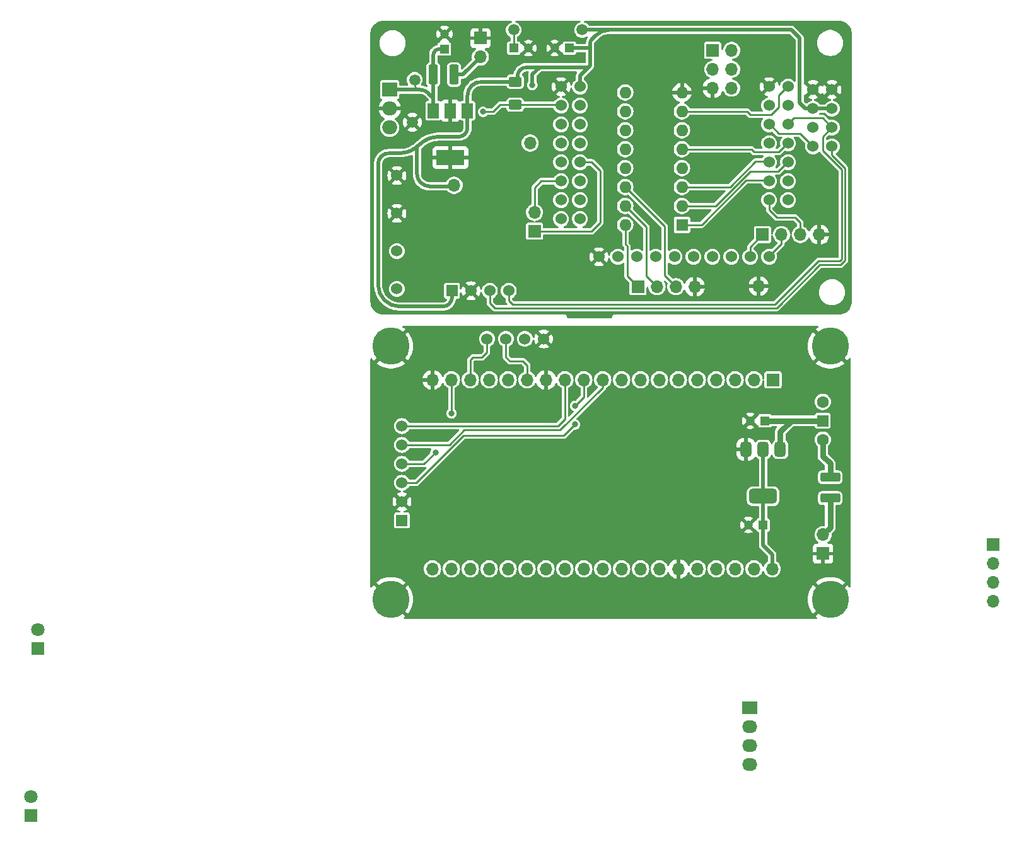
<source format=gbr>
%TF.GenerationSoftware,KiCad,Pcbnew,8.0.4*%
%TF.CreationDate,2024-07-20T23:26:19-04:00*%
%TF.ProjectId,esp32-node-board-40x65_telemetry,65737033-322d-46e6-9f64-652d626f6172,rev?*%
%TF.SameCoordinates,Original*%
%TF.FileFunction,Copper,L2,Bot*%
%TF.FilePolarity,Positive*%
%FSLAX46Y46*%
G04 Gerber Fmt 4.6, Leading zero omitted, Abs format (unit mm)*
G04 Created by KiCad (PCBNEW 8.0.4) date 2024-07-20 23:26:19*
%MOMM*%
%LPD*%
G01*
G04 APERTURE LIST*
G04 Aperture macros list*
%AMRoundRect*
0 Rectangle with rounded corners*
0 $1 Rounding radius*
0 $2 $3 $4 $5 $6 $7 $8 $9 X,Y pos of 4 corners*
0 Add a 4 corners polygon primitive as box body*
4,1,4,$2,$3,$4,$5,$6,$7,$8,$9,$2,$3,0*
0 Add four circle primitives for the rounded corners*
1,1,$1+$1,$2,$3*
1,1,$1+$1,$4,$5*
1,1,$1+$1,$6,$7*
1,1,$1+$1,$8,$9*
0 Add four rect primitives between the rounded corners*
20,1,$1+$1,$2,$3,$4,$5,0*
20,1,$1+$1,$4,$5,$6,$7,0*
20,1,$1+$1,$6,$7,$8,$9,0*
20,1,$1+$1,$8,$9,$2,$3,0*%
G04 Aperture macros list end*
%TA.AperFunction,ComponentPad*%
%ADD10R,1.200000X1.200000*%
%TD*%
%TA.AperFunction,ComponentPad*%
%ADD11C,1.200000*%
%TD*%
%TA.AperFunction,ComponentPad*%
%ADD12C,5.000000*%
%TD*%
%TA.AperFunction,ComponentPad*%
%ADD13R,1.800000X1.800000*%
%TD*%
%TA.AperFunction,ComponentPad*%
%ADD14C,1.800000*%
%TD*%
%TA.AperFunction,ComponentPad*%
%ADD15R,1.700000X1.700000*%
%TD*%
%TA.AperFunction,ComponentPad*%
%ADD16O,1.700000X1.700000*%
%TD*%
%TA.AperFunction,ComponentPad*%
%ADD17C,1.524000*%
%TD*%
%TA.AperFunction,ComponentPad*%
%ADD18R,2.030000X1.730000*%
%TD*%
%TA.AperFunction,ComponentPad*%
%ADD19O,2.030000X1.730000*%
%TD*%
%TA.AperFunction,ComponentPad*%
%ADD20R,1.524000X1.524000*%
%TD*%
%TA.AperFunction,ComponentPad*%
%ADD21R,1.600000X1.600000*%
%TD*%
%TA.AperFunction,ComponentPad*%
%ADD22O,1.600000X1.600000*%
%TD*%
%TA.AperFunction,ComponentPad*%
%ADD23R,1.500000X1.500000*%
%TD*%
%TA.AperFunction,ComponentPad*%
%ADD24C,1.600000*%
%TD*%
%TA.AperFunction,ComponentPad*%
%ADD25R,2.000000X1.905000*%
%TD*%
%TA.AperFunction,ComponentPad*%
%ADD26O,2.000000X1.905000*%
%TD*%
%TA.AperFunction,SMDPad,CuDef*%
%ADD27C,1.500000*%
%TD*%
%TA.AperFunction,SMDPad,CuDef*%
%ADD28RoundRect,0.250000X-1.075000X0.375000X-1.075000X-0.375000X1.075000X-0.375000X1.075000X0.375000X0*%
%TD*%
%TA.AperFunction,SMDPad,CuDef*%
%ADD29RoundRect,0.250000X-0.625000X0.400000X-0.625000X-0.400000X0.625000X-0.400000X0.625000X0.400000X0*%
%TD*%
%TA.AperFunction,SMDPad,CuDef*%
%ADD30RoundRect,0.250000X-0.375000X-1.075000X0.375000X-1.075000X0.375000X1.075000X-0.375000X1.075000X0*%
%TD*%
%TA.AperFunction,SMDPad,CuDef*%
%ADD31R,1.500000X2.000000*%
%TD*%
%TA.AperFunction,SMDPad,CuDef*%
%ADD32R,3.800000X2.000000*%
%TD*%
%TA.AperFunction,SMDPad,CuDef*%
%ADD33RoundRect,0.375000X-0.375000X0.625000X-0.375000X-0.625000X0.375000X-0.625000X0.375000X0.625000X0*%
%TD*%
%TA.AperFunction,SMDPad,CuDef*%
%ADD34RoundRect,0.500000X-1.400000X0.500000X-1.400000X-0.500000X1.400000X-0.500000X1.400000X0.500000X0*%
%TD*%
%TA.AperFunction,ViaPad*%
%ADD35C,0.800000*%
%TD*%
%TA.AperFunction,Conductor*%
%ADD36C,0.500000*%
%TD*%
%TA.AperFunction,Conductor*%
%ADD37C,0.250000*%
%TD*%
%TA.AperFunction,Conductor*%
%ADD38C,0.800000*%
%TD*%
G04 APERTURE END LIST*
D10*
%TO.P,C2,1*%
%TO.N,+3V3*%
X107000000Y-44200000D03*
D11*
%TO.P,C2,2*%
%TO.N,GND*%
X105000000Y-44200000D03*
%TD*%
D12*
%TO.P,H3,1,GND*%
%TO.N,GND*%
X83000000Y-84250000D03*
%TO.P,H3,2,GND*%
X83000000Y-118250000D03*
%TO.P,H3,3,GND*%
X142000000Y-118250000D03*
%TO.P,H3,4,GND*%
X142000000Y-84250000D03*
%TD*%
D13*
%TO.P,D6,1*%
%TO.N,Net-(D5-Pad1)*%
X34700000Y-147250000D03*
D14*
%TO.P,D6,2*%
%TO.N,Net-(J19-Pin_1)*%
X34700000Y-144710000D03*
%TD*%
D15*
%TO.P,J22,1,12VDC*%
%TO.N,unconnected-(J22-12VDC-Pad1)*%
X163880000Y-110850000D03*
D16*
%TO.P,J22,2,GND*%
%TO.N,GND*%
X163880000Y-113390000D03*
%TO.P,J22,3,5VDC*%
%TO.N,+5V*%
X163880000Y-115930000D03*
%TO.P,J22,4,GND*%
%TO.N,GND*%
X163880000Y-118470000D03*
%TD*%
D17*
%TO.P,J9,1,Pin_1*%
%TO.N,GND*%
X83820000Y-61310000D03*
%TO.P,J9,2,Pin_2*%
X83820000Y-66390000D03*
%TD*%
D18*
%TO.P,J25,1,Pin_1*%
%TO.N,GND*%
X131200000Y-132830000D03*
D19*
%TO.P,J25,2,Pin_2*%
%TO.N,/ESP32-WROOM-32U Node/12V*%
X131200000Y-135370000D03*
%TO.P,J25,3,Pin_3*%
%TO.N,unconnected-(J25-Pin_3-Pad3)*%
X131200000Y-137910000D03*
%TO.P,J25,4,Pin_4*%
%TO.N,unconnected-(J25-Pin_4-Pad4)*%
X131200000Y-140450000D03*
%TD*%
D17*
%TO.P,J1,*%
%TO.N,*%
X105860000Y-67150000D03*
X108400000Y-67150000D03*
%TO.P,J1,1,GND*%
%TO.N,GND*%
X105860000Y-49370000D03*
%TO.P,J1,2,VDD*%
%TO.N,+3V3*%
X108400000Y-49370000D03*
%TO.P,J1,3,EN*%
%TO.N,/EN*%
X105860000Y-51910000D03*
%TO.P,J1,4,SENSOR_VP*%
%TO.N,/GPIO36*%
X108400000Y-51910000D03*
%TO.P,J1,5,SENSOR_VN*%
%TO.N,/GPIO39*%
X105860000Y-54450000D03*
%TO.P,J1,6,IO34*%
%TO.N,/GPIO34*%
X108400000Y-54450000D03*
%TO.P,J1,7,IO35*%
%TO.N,/OUT3*%
X105860000Y-56990000D03*
%TO.P,J1,8,IO32*%
%TO.N,/GPIO32*%
X108400000Y-56990000D03*
%TO.P,J1,9,IO33*%
%TO.N,/GPIO33*%
X105860000Y-59530000D03*
%TO.P,J1,10,IO25*%
%TO.N,/DAC1*%
X108400000Y-59530000D03*
%TO.P,J1,11,IO26*%
%TO.N,/DAC2*%
X105860000Y-62070000D03*
%TO.P,J1,12,IO27*%
%TO.N,/GPIO27*%
X108400000Y-62070000D03*
%TO.P,J1,13,IO14*%
%TO.N,/GPIO14*%
X105860000Y-64610000D03*
%TO.P,J1,14,IO12*%
%TO.N,/OUT2*%
X108400000Y-64610000D03*
%TO.P,J1,15,GND*%
%TO.N,GND*%
X110940000Y-72230000D03*
%TO.P,J1,16,IO13*%
%TO.N,/GPIO13*%
X113480000Y-72230000D03*
%TO.P,J1,17,SD2*%
%TO.N,/SD_DATA2*%
X116020000Y-72230000D03*
%TO.P,J1,18,SD3*%
%TO.N,/SD_DATA3*%
X118560000Y-72230000D03*
%TO.P,J1,19,CMD*%
%TO.N,/SD_CMD*%
X121100000Y-72230000D03*
%TO.P,J1,20,CLK*%
%TO.N,/SD_CLK*%
X123640000Y-72230000D03*
%TO.P,J1,21,SD0*%
%TO.N,/SD_DATA0*%
X126180000Y-72230000D03*
%TO.P,J1,22,SD1*%
%TO.N,/SD_DATA1*%
X128720000Y-72230000D03*
%TO.P,J1,23,IO15*%
%TO.N,/ADC2_CH3*%
X131260000Y-72230000D03*
%TO.P,J1,24,IO2*%
%TO.N,/ADC2_CH2*%
X133800000Y-72230000D03*
%TO.P,J1,25,IO0*%
%TO.N,/BOOT*%
X136340000Y-64610000D03*
%TO.P,J1,26,IO4*%
%TO.N,/ADC2_CH0*%
X133800000Y-64610000D03*
%TO.P,J1,27,IO16*%
%TO.N,/OUT1*%
X136340000Y-62070000D03*
%TO.P,J1,28,IO17*%
%TO.N,/GPIO17*%
X133800000Y-62070000D03*
%TO.P,J1,29,IO5*%
%TO.N,/GPIO5*%
X136340000Y-59530000D03*
%TO.P,J1,30,IO18*%
%TO.N,/GPIO18*%
X133800000Y-59530000D03*
%TO.P,J1,31,IO19*%
%TO.N,/GPIO19*%
X136340000Y-56990000D03*
%TO.P,J1,32*%
%TO.N,N/C*%
X133800000Y-56990000D03*
%TO.P,J1,33,SDA*%
%TO.N,/SDA*%
X136340000Y-54450000D03*
%TO.P,J1,34,RXD0*%
%TO.N,/RXD*%
X133800000Y-54450000D03*
%TO.P,J1,35,TXD0*%
%TO.N,/TXD*%
X136340000Y-51910000D03*
%TO.P,J1,36,SCL*%
%TO.N,/SCL*%
X133800000Y-51910000D03*
%TO.P,J1,37,IO23*%
%TO.N,/GPIO23*%
X136340000Y-49370000D03*
%TO.P,J1,38,GND*%
%TO.N,GND*%
X133800000Y-49370000D03*
%TD*%
D10*
%TO.P,C6,1*%
%TO.N,/ESP32-WROOM-32U Node/VIN*%
X133250000Y-94250000D03*
D11*
%TO.P,C6,2*%
%TO.N,GND*%
X131250000Y-94250000D03*
%TD*%
D16*
%TO.P,J7,1,Pin_1*%
%TO.N,+3V3*%
X91500000Y-62620000D03*
%TD*%
D17*
%TO.P,J24,CSB,CSB*%
%TO.N,/ESP32-WROOM-32U Node/SPI-CSB*%
X84500000Y-97500000D03*
%TO.P,J24,GND,GND*%
%TO.N,GND*%
X84500000Y-105120000D03*
%TO.P,J24,SCL,SCL*%
%TO.N,/ESP32-WROOM-32U Node/SPI-SCL*%
X84500000Y-102580000D03*
%TO.P,J24,SDA,SDA*%
%TO.N,/ESP32-WROOM-32U Node/SPI-SDA*%
X84500000Y-100040000D03*
%TO.P,J24,SDO,SDO*%
%TO.N,/ESP32-WROOM-32U Node/SPI-SDO*%
X84500000Y-94960000D03*
D20*
%TO.P,J24,Vcc,VCC*%
%TO.N,+3V3*%
X84500000Y-107660000D03*
%TD*%
D15*
%TO.P,J2,1,Pin_1*%
%TO.N,GND*%
X95025000Y-42850000D03*
D16*
%TO.P,J2,2,Pin_2*%
%TO.N,/VDC*%
X95025000Y-45390000D03*
%TD*%
D15*
%TO.P,J6,1,Pin_1*%
%TO.N,/SOURCE3*%
X116200000Y-76225000D03*
D16*
%TO.P,J6,2,Pin_2*%
%TO.N,/SOURCE4*%
X118740000Y-76225000D03*
%TO.P,J6,3,Pin_3*%
%TO.N,/SOURCE5*%
X121280000Y-76225000D03*
%TO.P,J6,4,Pin_4*%
%TO.N,GND*%
X123820000Y-76225000D03*
%TD*%
D21*
%TO.P,U3,1,I1*%
%TO.N,/GPIO17*%
X122100000Y-67925000D03*
D22*
%TO.P,U3,2,I2*%
%TO.N,/GPIO5*%
X122100000Y-65385000D03*
%TO.P,U3,3,I3*%
%TO.N,/GPIO18*%
X122100000Y-62845000D03*
%TO.P,U3,4,I4*%
%TO.N,/GPIO19*%
X122100000Y-60305000D03*
%TO.P,U3,5,I5*%
X122100000Y-57765000D03*
%TO.P,U3,6,I6*%
%TO.N,/GPIO23*%
X122100000Y-55225000D03*
%TO.P,U3,7,I7*%
X122100000Y-52685000D03*
%TO.P,U3,8,GND*%
%TO.N,GND*%
X122100000Y-50145000D03*
%TO.P,U3,9,COM*%
%TO.N,+5V*%
X114480000Y-50145000D03*
%TO.P,U3,10,O7*%
%TO.N,/SOURCE2*%
X114480000Y-52685000D03*
%TO.P,U3,11,O6*%
X114480000Y-55225000D03*
%TO.P,U3,12,O5*%
%TO.N,/SOURCE1*%
X114480000Y-57765000D03*
%TO.P,U3,13,O4*%
X114480000Y-60305000D03*
%TO.P,U3,14,O3*%
%TO.N,/SOURCE5*%
X114480000Y-62845000D03*
%TO.P,U3,15,O2*%
%TO.N,/SOURCE4*%
X114480000Y-65385000D03*
%TO.P,U3,16,O1*%
%TO.N,/SOURCE3*%
X114480000Y-67925000D03*
%TD*%
D15*
%TO.P,J10,1,Pin_1*%
%TO.N,/ADC2_CH3*%
X132920000Y-69250000D03*
D16*
%TO.P,J10,2,Pin_2*%
%TO.N,/ADC2_CH2*%
X135460000Y-69250000D03*
%TO.P,J10,3,Pin_3*%
%TO.N,/ADC2_CH0*%
X138000000Y-69250000D03*
%TO.P,J10,4,Pin_4*%
%TO.N,GND*%
X140540000Y-69250000D03*
%TD*%
D15*
%TO.P,J21,1,Pin_1*%
%TO.N,GND*%
X141040000Y-112110000D03*
D16*
%TO.P,J21,2,Pin_2*%
%TO.N,Net-(D7-A)*%
X141040000Y-109570000D03*
%TD*%
D10*
%TO.P,C3,1*%
%TO.N,+5V*%
X99500000Y-44200000D03*
D11*
%TO.P,C3,2*%
%TO.N,GND*%
X101500000Y-44200000D03*
%TD*%
D15*
%TO.P,J20,1,CLK*%
%TO.N,unconnected-(J20-CLK-Pad1)*%
X134320000Y-88750000D03*
D16*
%TO.P,J20,2,D0*%
%TO.N,unconnected-(J20-D0-Pad2)*%
X131780000Y-88750000D03*
%TO.P,J20,3,D1*%
%TO.N,unconnected-(J20-D1-Pad3)*%
X129240000Y-88750000D03*
%TO.P,J20,4,15*%
%TO.N,unconnected-(J20-15-Pad4)*%
X126700000Y-88750000D03*
%TO.P,J20,5,2*%
%TO.N,unconnected-(J20-2-Pad5)*%
X124160000Y-88750000D03*
%TO.P,J20,6,0*%
%TO.N,unconnected-(J20-0-Pad6)*%
X121620000Y-88750000D03*
%TO.P,J20,7,4*%
%TO.N,unconnected-(J20-4-Pad7)*%
X119080000Y-88750000D03*
%TO.P,J20,8,16*%
%TO.N,unconnected-(J20-16-Pad8)*%
X116540000Y-88750000D03*
%TO.P,J20,9,17*%
%TO.N,unconnected-(J20-17-Pad9)*%
X114000000Y-88750000D03*
%TO.P,J20,10,5*%
%TO.N,/ESP32-WROOM-32U Node/SPI-CSB*%
X111460000Y-88750000D03*
%TO.P,J20,11,18*%
%TO.N,/ESP32-WROOM-32U Node/SPI-SCL*%
X108920000Y-88750000D03*
%TO.P,J20,12,19*%
%TO.N,/ESP32-WROOM-32U Node/SPI-SDO*%
X106380000Y-88750000D03*
%TO.P,J20,13,GND*%
%TO.N,GND*%
X103840000Y-88750000D03*
%TO.P,J20,14,21*%
%TO.N,/ESP32-WROOM-32U Node/SDA-2*%
X101300000Y-88750000D03*
%TO.P,J20,15,RX*%
%TO.N,/ESP32-WROOM-32U Node/RX*%
X98760000Y-88750000D03*
%TO.P,J20,16,TX*%
%TO.N,/ESP32-WROOM-32U Node/TX*%
X96220000Y-88750000D03*
%TO.P,J20,17,22*%
%TO.N,/ESP32-WROOM-32U Node/SCL-2*%
X93680000Y-88750000D03*
%TO.P,J20,18,23*%
%TO.N,/ESP32-WROOM-32U Node/SPI-SDA*%
X91140000Y-88750000D03*
%TO.P,J20,19,GND*%
%TO.N,GND*%
X88600000Y-88750000D03*
%TO.P,J20,20,3V3*%
%TO.N,+3V3*%
X88600000Y-114150000D03*
%TO.P,J20,21,EN*%
%TO.N,unconnected-(J20-EN-Pad21)*%
X91140000Y-114150000D03*
%TO.P,J20,22,VN*%
%TO.N,unconnected-(J20-VN-Pad22)*%
X93680000Y-114150000D03*
%TO.P,J20,23,VP*%
%TO.N,unconnected-(J20-VP-Pad23)*%
X96220000Y-114150000D03*
%TO.P,J20,24,34*%
%TO.N,unconnected-(J20-34-Pad24)*%
X98760000Y-114150000D03*
%TO.P,J20,25,35*%
%TO.N,unconnected-(J20-35-Pad25)*%
X101300000Y-114150000D03*
%TO.P,J20,26,32*%
%TO.N,unconnected-(J20-32-Pad26)*%
X103840000Y-114150000D03*
%TO.P,J20,27,33*%
%TO.N,unconnected-(J20-33-Pad27)*%
X106380000Y-114150000D03*
%TO.P,J20,28,25*%
%TO.N,unconnected-(J20-25-Pad28)*%
X108920000Y-114150000D03*
%TO.P,J20,29,26*%
%TO.N,unconnected-(J20-26-Pad29)*%
X111460000Y-114150000D03*
%TO.P,J20,30,27*%
%TO.N,unconnected-(J20-27-Pad30)*%
X114000000Y-114150000D03*
%TO.P,J20,31,14*%
%TO.N,unconnected-(J20-14-Pad31)*%
X116540000Y-114150000D03*
%TO.P,J20,32,12*%
%TO.N,unconnected-(J20-12-Pad32)*%
X119080000Y-114150000D03*
%TO.P,J20,33,GND*%
%TO.N,GND*%
X121620000Y-114150000D03*
%TO.P,J20,34,13*%
%TO.N,unconnected-(J20-13-Pad34)*%
X124160000Y-114150000D03*
%TO.P,J20,35,D2*%
%TO.N,unconnected-(J20-D2-Pad35)*%
X126700000Y-114150000D03*
%TO.P,J20,36,D3*%
%TO.N,unconnected-(J20-D3-Pad36)*%
X129240000Y-114150000D03*
%TO.P,J20,37,CMD*%
%TO.N,unconnected-(J20-CMD-Pad37)*%
X131780000Y-114150000D03*
%TO.P,J20,38,5V*%
%TO.N,+5V*%
X134210000Y-114150000D03*
%TD*%
%TO.P,J18,1,Pin_1*%
%TO.N,/GPIO14*%
X101700000Y-56950000D03*
%TD*%
D17*
%TO.P,J23,GND,GND*%
%TO.N,GND*%
X103540000Y-83250000D03*
%TO.P,J23,SCL,SCL*%
%TO.N,/ESP32-WROOM-32U Node/SCL-2*%
X95920000Y-83250000D03*
%TO.P,J23,SDA,SDA*%
%TO.N,/ESP32-WROOM-32U Node/SDA-2*%
X98460000Y-83250000D03*
%TO.P,J23,Vcc,VCC*%
%TO.N,+3V3*%
X101000000Y-83250000D03*
%TD*%
D15*
%TO.P,J5,1,Pin_1*%
%TO.N,/DAC1*%
X102300000Y-68790000D03*
D16*
%TO.P,J5,2,Pin_2*%
%TO.N,/DAC2*%
X102300000Y-66250000D03*
%TD*%
D15*
%TO.P,J14,1,1*%
%TO.N,/GPIO23*%
X126230000Y-44480000D03*
D16*
%TO.P,J14,2,2*%
%TO.N,/GPIO18*%
X126230000Y-47020000D03*
%TO.P,J14,3,3*%
%TO.N,GND*%
X126230000Y-49560000D03*
%TO.P,J14,4,4*%
%TO.N,/GPIO19*%
X128770000Y-44480000D03*
%TO.P,J14,5,5*%
%TO.N,/GPIO5*%
X128770000Y-47020000D03*
%TO.P,J14,6,6*%
%TO.N,/GPIO17*%
X128770000Y-49560000D03*
%TD*%
D17*
%TO.P,J3,3V3,3V3*%
%TO.N,+3V3*%
X139700000Y-52310000D03*
%TO.P,J3,GND,GND*%
%TO.N,GND*%
X139700000Y-49770000D03*
%TO.P,J3,RXD,RXD*%
%TO.N,/RXD*%
X139700000Y-57390000D03*
%TO.P,J3,TXD,TXD*%
%TO.N,/TXD*%
X139700000Y-54850000D03*
%TD*%
D23*
%TO.P,SW1,1,COM*%
%TO.N,/ESP32-WROOM-32U Node/VIN*%
X141000000Y-94250000D03*
D24*
%TO.P,SW1,2,A*%
%TO.N,unconnected-(SW1-A-Pad2)*%
X141000000Y-91710000D03*
%TO.P,SW1,3,B*%
%TO.N,/ESP32-WROOM-32U Node/VDC*%
X141000000Y-96790000D03*
%TD*%
D16*
%TO.P,J16,1,Pin_1*%
%TO.N,GND*%
X132400000Y-76150000D03*
%TD*%
D10*
%TO.P,C1,1*%
%TO.N,/VIN*%
X90200000Y-44300000D03*
D11*
%TO.P,C1,2*%
%TO.N,GND*%
X90200000Y-42300000D03*
%TD*%
D20*
%TO.P,U7,1,VDD*%
%TO.N,+3V3*%
X91220000Y-76800000D03*
D17*
%TO.P,U7,2,GND*%
%TO.N,GND*%
X93760000Y-76800000D03*
%TO.P,U7,3,SCL*%
%TO.N,/SCL*%
X96300000Y-76800000D03*
%TO.P,U7,4,SDA*%
%TO.N,/SDA*%
X98840000Y-76800000D03*
%TD*%
D10*
%TO.P,C7,1*%
%TO.N,+5V*%
X133000000Y-108250000D03*
D11*
%TO.P,C7,2*%
%TO.N,GND*%
X131000000Y-108250000D03*
%TD*%
D25*
%TO.P,U4,1,IN*%
%TO.N,/VIN*%
X82855000Y-49770000D03*
D26*
%TO.P,U4,2,GND*%
%TO.N,GND*%
X82855000Y-52310000D03*
%TO.P,U4,3,OUT*%
%TO.N,+5V*%
X82855000Y-54850000D03*
%TD*%
D17*
%TO.P,J4,GND,GND*%
%TO.N,GND*%
X142240000Y-49770000D03*
%TO.P,J4,SCL,SCL*%
%TO.N,/SCL*%
X142240000Y-57390000D03*
%TO.P,J4,SDA,SDA*%
%TO.N,/SDA*%
X142240000Y-54850000D03*
%TO.P,J4,Vcc,VCC*%
%TO.N,+3V3*%
X142240000Y-52310000D03*
%TD*%
D13*
%TO.P,D5,1*%
%TO.N,Net-(D5-Pad1)*%
X35612000Y-124833500D03*
D14*
%TO.P,D5,2*%
%TO.N,Net-(J15-Pin_1)*%
X35612000Y-122293500D03*
%TD*%
D17*
%TO.P,J8,1,Pin_1*%
%TO.N,/SOURCE2*%
X83820000Y-71470000D03*
%TO.P,J8,2,Pin_2*%
%TO.N,/SOURCE1*%
X83820000Y-76550000D03*
%TD*%
D27*
%TO.P,TP4,1,1*%
%TO.N,+5V*%
X99500000Y-41750000D03*
%TD*%
%TO.P,TP3,1,1*%
%TO.N,+3V3*%
X108700000Y-41750000D03*
%TD*%
D28*
%TO.P,D7,1,K*%
%TO.N,/ESP32-WROOM-32U Node/VDC*%
X142000000Y-101850000D03*
%TO.P,D7,2,A*%
%TO.N,Net-(D7-A)*%
X142000000Y-104650000D03*
%TD*%
D29*
%TO.P,R1,1*%
%TO.N,+3V3*%
X99700000Y-48700000D03*
%TO.P,R1,2*%
%TO.N,/EN*%
X99700000Y-51800000D03*
%TD*%
D30*
%TO.P,D4,1,K*%
%TO.N,/VIN*%
X88700000Y-47750000D03*
%TO.P,D4,2,A*%
%TO.N,/VDC*%
X91500000Y-47750000D03*
%TD*%
D27*
%TO.P,TP1,1,1*%
%TO.N,/VIN*%
X86200000Y-48450000D03*
%TD*%
%TO.P,TP2,1,1*%
%TO.N,GND*%
X85900000Y-54150000D03*
%TD*%
D31*
%TO.P,U1,1,VI*%
%TO.N,/VIN*%
X88700000Y-52600000D03*
%TO.P,U1,2,GND*%
%TO.N,GND*%
X91000000Y-52600000D03*
D32*
X91000000Y-58900000D03*
D31*
%TO.P,U1,3,VO*%
%TO.N,+3V3*%
X93300000Y-52600000D03*
%TD*%
D33*
%TO.P,U11,1,GND*%
%TO.N,GND*%
X130700000Y-98100000D03*
%TO.P,U11,2,VO*%
%TO.N,+5V*%
X133000000Y-98100000D03*
D34*
X133000000Y-104400000D03*
D33*
%TO.P,U11,3,VI*%
%TO.N,/ESP32-WROOM-32U Node/VIN*%
X135300000Y-98100000D03*
%TD*%
D35*
%TO.N,+3V3*%
X102000000Y-49150000D03*
%TO.N,/EN*%
X95400000Y-52750000D03*
%TO.N,/ESP32-WROOM-32U Node/SPI-SCL*%
X107750000Y-92250000D03*
X107750000Y-94750000D03*
%TO.N,/ESP32-WROOM-32U Node/SPI-SDA*%
X91140000Y-93250000D03*
X89000000Y-98500000D03*
%TD*%
D36*
%TO.N,+3V3*%
X96075000Y-48700000D02*
X97525000Y-48700000D01*
X108400000Y-49282500D02*
X108400000Y-47850000D01*
X109408578Y-44200000D02*
X107000000Y-44200000D01*
X109500000Y-46750000D02*
X109750000Y-46500000D01*
X81300000Y-75997918D02*
X81300000Y-59751040D01*
X93300000Y-54905025D02*
X93300000Y-52600000D01*
X100000000Y-48700000D02*
X100000000Y-48030330D01*
X137900000Y-51550000D02*
X138660000Y-52310000D01*
X84202081Y-78900000D02*
X89990883Y-78900000D01*
X109750000Y-45000000D02*
X109750000Y-44141421D01*
X103000000Y-46750000D02*
X101280330Y-46750000D01*
X109750000Y-43858578D02*
X109750000Y-44141421D01*
X138660000Y-52310000D02*
X139700000Y-52310000D01*
X139700000Y-52310000D02*
X142240000Y-52310000D01*
X129100000Y-41750000D02*
X136800000Y-41750000D01*
X112310660Y-41750000D02*
X129100000Y-41750000D01*
X88207106Y-62750000D02*
X91500000Y-62750000D01*
X86500000Y-61042893D02*
X86500000Y-57500000D01*
X103000000Y-46750000D02*
X109500000Y-46750000D01*
X137900000Y-42850000D02*
X137900000Y-51550000D01*
X91220000Y-77670883D02*
X91220000Y-76800000D01*
X89455634Y-56100000D02*
X92105025Y-56100000D01*
X96075000Y-48700000D02*
X95177817Y-48700000D01*
X136800000Y-41750000D02*
X137900000Y-42850000D01*
X108400000Y-47850000D02*
X109750000Y-46500000D01*
X109750000Y-46500000D02*
X109750000Y-45000000D01*
X110015165Y-42984834D02*
X110500000Y-42500000D01*
X102000000Y-47750000D02*
X103000000Y-46750000D01*
X109750000Y-43858578D02*
X109750000Y-43625000D01*
X93300000Y-52600000D02*
X93300000Y-50577817D01*
X82751040Y-58300000D02*
X84144365Y-58300000D01*
X102000000Y-49150000D02*
X102000000Y-47750000D01*
X129300000Y-41750000D02*
X129100000Y-41750000D01*
X108700000Y-41750000D02*
X112310660Y-41750000D01*
X100000000Y-48700000D02*
X97525000Y-48700000D01*
X93300000Y-54905025D02*
G75*
G02*
X92949993Y-55749993I-1195000J25D01*
G01*
X86800000Y-57200000D02*
G75*
G02*
X84144365Y-58299986I-2655600J2655600D01*
G01*
X89455634Y-56100000D02*
G75*
G03*
X86799990Y-57199990I-34J-3755600D01*
G01*
X86500000Y-61042893D02*
G75*
G03*
X86999998Y-62250002I1707100J-7D01*
G01*
X82751040Y-58300000D02*
G75*
G03*
X81724988Y-58724988I-40J-1451000D01*
G01*
X92950000Y-55750000D02*
G75*
G02*
X92105025Y-56100010I-845000J845000D01*
G01*
X109750000Y-43625000D02*
G75*
G02*
X110015172Y-42984841I905300J0D01*
G01*
X95177817Y-48700000D02*
G75*
G03*
X93849995Y-49249995I-17J-1877800D01*
G01*
X82150000Y-78050000D02*
G75*
G03*
X84202081Y-78900008I2052100J2052100D01*
G01*
X109750000Y-44141421D02*
G75*
G03*
X109649964Y-44099964I-58600J21D01*
G01*
X93850000Y-49250000D02*
G75*
G03*
X93300007Y-50577817I1327800J-1327800D01*
G01*
X90860000Y-78540000D02*
G75*
G02*
X89990883Y-78899993I-869100J869100D01*
G01*
X109650000Y-44100000D02*
G75*
G02*
X109408578Y-44199991I-241400J241400D01*
G01*
X87000000Y-62250000D02*
G75*
G03*
X88207106Y-62749997I1207100J1207100D01*
G01*
X81725000Y-58725000D02*
G75*
G03*
X81300017Y-59751040I1026000J-1026000D01*
G01*
X101280330Y-46750000D02*
G75*
G03*
X100374991Y-47124991I-30J-1280300D01*
G01*
X91220000Y-77670883D02*
G75*
G02*
X90860005Y-78540005I-1229100J-17D01*
G01*
X110500000Y-42500000D02*
G75*
G02*
X112310660Y-41749954I1810700J-1810600D01*
G01*
X109650000Y-44100000D02*
G75*
G03*
X109749991Y-43858578I-241400J241400D01*
G01*
X100375000Y-47125000D02*
G75*
G03*
X100000012Y-48030330I905300J-905300D01*
G01*
X81300000Y-75997918D02*
G75*
G03*
X82150005Y-78049995I2902100J18D01*
G01*
%TO.N,+5V*%
X133000000Y-98100000D02*
X133000000Y-104400000D01*
X133000000Y-108250000D02*
X133000000Y-104400000D01*
X133000000Y-111000000D02*
X133000000Y-108250000D01*
X134210000Y-114150000D02*
X134210000Y-112210000D01*
X134210000Y-112210000D02*
X133000000Y-111000000D01*
D37*
X99500000Y-42250000D02*
X99500000Y-44200000D01*
%TO.N,/RXD*%
X137960000Y-55650000D02*
X139700000Y-57390000D01*
X133800000Y-54362500D02*
X135087500Y-55650000D01*
X135087500Y-55650000D02*
X137960000Y-55650000D01*
%TO.N,/SDA*%
X98840000Y-76800000D02*
X98840000Y-78090000D01*
X141000000Y-57950000D02*
X141000000Y-56090000D01*
X140990501Y-53600501D02*
X142240000Y-54850000D01*
X136340000Y-54362500D02*
X137101999Y-53600501D01*
X143281802Y-72781802D02*
X143550000Y-72513604D01*
X99400000Y-78650000D02*
X130700000Y-78650000D01*
X130700000Y-78650000D02*
X134550000Y-78650000D01*
X143550000Y-72513604D02*
X143550000Y-60500000D01*
X143550000Y-60500000D02*
X141000000Y-57950000D01*
X140418198Y-72781802D02*
X143281802Y-72781802D01*
X98840000Y-78090000D02*
X99400000Y-78650000D01*
X141000000Y-56090000D02*
X142240000Y-54850000D01*
X137101999Y-53600501D02*
X140990501Y-53600501D01*
X134550000Y-78650000D02*
X140418198Y-72781802D01*
%TO.N,/SCL*%
X142240000Y-58553604D02*
X142240000Y-57390000D01*
X144000000Y-72700000D02*
X144000000Y-60313604D01*
X134800000Y-79100000D02*
X140600000Y-73300000D01*
X140600000Y-73300000D02*
X143400000Y-73300000D01*
X96300000Y-76800000D02*
X96300000Y-78450000D01*
X143400000Y-73300000D02*
X144000000Y-72700000D01*
X96300000Y-78450000D02*
X96950000Y-79100000D01*
X144000000Y-60313604D02*
X142240000Y-58553604D01*
X96950000Y-79100000D02*
X134800000Y-79100000D01*
%TO.N,/EN*%
X95400000Y-52750000D02*
X96700000Y-52750000D01*
X101400000Y-51800000D02*
X101450000Y-51800000D01*
X105860000Y-51822500D02*
X101422500Y-51822500D01*
X99700000Y-51800000D02*
X101400000Y-51800000D01*
X97650000Y-51800000D02*
X99700000Y-51800000D01*
X101422500Y-51822500D02*
X101400000Y-51800000D01*
X96700000Y-52750000D02*
X97650000Y-51800000D01*
%TO.N,/SOURCE3*%
X114480000Y-67925000D02*
X114480000Y-70530000D01*
X114480000Y-70530000D02*
X114800000Y-70850000D01*
X114800000Y-70850000D02*
X114800000Y-74825000D01*
X114800000Y-74825000D02*
X116200000Y-76225000D01*
D36*
%TO.N,/VDC*%
X95025000Y-45425000D02*
X92700000Y-47750000D01*
X92700000Y-47750000D02*
X91500000Y-47750000D01*
X95025000Y-45390000D02*
X95025000Y-45425000D01*
D37*
%TO.N,/DAC1*%
X102300000Y-68790000D02*
X109960000Y-68790000D01*
X109960000Y-68790000D02*
X111100000Y-67650000D01*
X111100000Y-67650000D02*
X111100000Y-60650000D01*
X111100000Y-60650000D02*
X109980000Y-59530000D01*
X109980000Y-59530000D02*
X108400000Y-59530000D01*
%TO.N,/DAC2*%
X103180000Y-62070000D02*
X105860000Y-62070000D01*
X102300000Y-66250000D02*
X102300000Y-62950000D01*
X102300000Y-62950000D02*
X103180000Y-62070000D01*
%TO.N,/GPIO19*%
X131800000Y-58150000D02*
X131415000Y-57765000D01*
X136340000Y-56902500D02*
X135092500Y-58150000D01*
X131415000Y-57765000D02*
X122100000Y-57765000D01*
X135092500Y-58150000D02*
X131800000Y-58150000D01*
%TO.N,/GPIO17*%
X124725000Y-67925000D02*
X130667500Y-61982500D01*
X122100000Y-67925000D02*
X124725000Y-67925000D01*
X130667500Y-61982500D02*
X133800000Y-61982500D01*
%TO.N,/GPIO5*%
X126628604Y-65385000D02*
X122100000Y-65385000D01*
X131263604Y-60750000D02*
X126628604Y-65385000D01*
X136340000Y-59442500D02*
X135032500Y-60750000D01*
X135032500Y-60750000D02*
X131263604Y-60750000D01*
%TO.N,/GPIO18*%
X128532208Y-62845000D02*
X131934708Y-59442500D01*
X131934708Y-59442500D02*
X133800000Y-59442500D01*
X122100000Y-62845000D02*
X128532208Y-62845000D01*
%TO.N,/ADC2_CH3*%
X131260000Y-70910000D02*
X132920000Y-69250000D01*
X131260000Y-72142500D02*
X131260000Y-70910000D01*
%TO.N,/ADC2_CH0*%
X137300000Y-66950000D02*
X134800000Y-66950000D01*
X138000000Y-69250000D02*
X138000000Y-67650000D01*
X138000000Y-67650000D02*
X137300000Y-66950000D01*
X134800000Y-66950000D02*
X133800000Y-65950000D01*
X133800000Y-65950000D02*
X133800000Y-64522500D01*
%TO.N,/GPIO23*%
X134100000Y-53150000D02*
X131300000Y-53150000D01*
X135100000Y-52150000D02*
X134100000Y-53150000D01*
X130835000Y-52685000D02*
X122100000Y-52685000D01*
X136340000Y-49282500D02*
X135100000Y-50522500D01*
X135100000Y-50522500D02*
X135100000Y-52150000D01*
X131300000Y-53150000D02*
X130835000Y-52685000D01*
%TO.N,/ADC2_CH2*%
X135460000Y-70482500D02*
X133800000Y-72142500D01*
X135460000Y-69250000D02*
X135460000Y-70482500D01*
%TO.N,/SOURCE4*%
X114480000Y-65385000D02*
X117300000Y-68205000D01*
X117300000Y-74785000D02*
X118740000Y-76225000D01*
X117300000Y-68205000D02*
X117300000Y-74785000D01*
%TO.N,/SOURCE5*%
X119800000Y-74745000D02*
X121280000Y-76225000D01*
X119800000Y-68165000D02*
X119800000Y-74745000D01*
X114480000Y-62845000D02*
X119800000Y-68165000D01*
D36*
%TO.N,/VIN*%
X88700000Y-50546446D02*
X88700000Y-51253553D01*
X88700000Y-45153553D02*
X88700000Y-47400000D01*
D37*
X86200000Y-49110000D02*
X86200000Y-48450000D01*
D36*
X88450000Y-50650000D02*
X88200000Y-50400000D01*
X88700000Y-50546446D02*
X88700000Y-47400000D01*
X88450000Y-50650000D02*
X88054368Y-50254368D01*
X89553553Y-44300000D02*
X90200000Y-44300000D01*
X88700000Y-51253553D02*
X88700000Y-52600000D01*
X86860000Y-49770000D02*
X85540000Y-49770000D01*
X86885000Y-49770000D02*
X86860000Y-49770000D01*
X85540000Y-49770000D02*
X82855000Y-49770000D01*
X89553553Y-44300000D02*
G75*
G03*
X88949984Y-44549984I-53J-853500D01*
G01*
D37*
X86200000Y-49110000D02*
G75*
G03*
X86860000Y-49770000I660000J0D01*
G01*
D36*
X88700000Y-51253553D02*
G75*
G03*
X88449986Y-50650014I-853600J-47D01*
G01*
X88450000Y-50650000D02*
X88450000Y-50650000D01*
X88450000Y-50650000D02*
G75*
G03*
X88700113Y-50546446I103600J103600D01*
G01*
X88054368Y-50254368D02*
G75*
G03*
X86885000Y-49769989I-1169368J-1169332D01*
G01*
X88950000Y-44550000D02*
G75*
G03*
X88700022Y-45153553I603500J-603500D01*
G01*
D38*
%TO.N,/ESP32-WROOM-32U Node/VIN*%
X141000000Y-94250000D02*
X136750000Y-94250000D01*
X136750000Y-94250000D02*
X133250000Y-94250000D01*
X135300000Y-98100000D02*
X135300000Y-95700000D01*
X135300000Y-95700000D02*
X136750000Y-94250000D01*
%TO.N,/ESP32-WROOM-32U Node/VDC*%
X141000000Y-99000000D02*
X142000000Y-100000000D01*
X142000000Y-100000000D02*
X142000000Y-101850000D01*
X141000000Y-96790000D02*
X141000000Y-99000000D01*
D37*
%TO.N,/ESP32-WROOM-32U Node/SPI-SDO*%
X105415000Y-94960000D02*
X106380000Y-93995000D01*
X106380000Y-93995000D02*
X106380000Y-88750000D01*
X84500000Y-94960000D02*
X105415000Y-94960000D01*
D38*
%TO.N,Net-(D7-A)*%
X141040000Y-109570000D02*
X142000000Y-108610000D01*
X142000000Y-108610000D02*
X142000000Y-104650000D01*
D37*
%TO.N,/ESP32-WROOM-32U Node/SDA-2*%
X101300000Y-86800000D02*
X100750000Y-86250000D01*
X99000000Y-86250000D02*
X98460000Y-85710000D01*
X98460000Y-85710000D02*
X98460000Y-83250000D01*
X100750000Y-86250000D02*
X99000000Y-86250000D01*
X101300000Y-88750000D02*
X101300000Y-86800000D01*
%TO.N,/ESP32-WROOM-32U Node/SPI-CSB*%
X90863604Y-97500000D02*
X92863604Y-95500000D01*
X92863604Y-95500000D02*
X105750000Y-95500000D01*
X105750000Y-95500000D02*
X111460000Y-89790000D01*
X84500000Y-97500000D02*
X90863604Y-97500000D01*
X111460000Y-89790000D02*
X111460000Y-88750000D01*
%TO.N,/ESP32-WROOM-32U Node/SPI-SCL*%
X86420000Y-102580000D02*
X92750000Y-96250000D01*
X106250000Y-96250000D02*
X107750000Y-94750000D01*
X108920000Y-88750000D02*
X108920000Y-91080000D01*
X92750000Y-96250000D02*
X106250000Y-96250000D01*
X84500000Y-102580000D02*
X86420000Y-102580000D01*
X108920000Y-91080000D02*
X107750000Y-92250000D01*
%TO.N,/ESP32-WROOM-32U Node/SCL-2*%
X94000000Y-85750000D02*
X95250000Y-85750000D01*
X93680000Y-86070000D02*
X94000000Y-85750000D01*
X95250000Y-85750000D02*
X95920000Y-85080000D01*
X93680000Y-88750000D02*
X93680000Y-86070000D01*
X95920000Y-85080000D02*
X95920000Y-83250000D01*
%TO.N,/ESP32-WROOM-32U Node/SPI-SDA*%
X87460000Y-100040000D02*
X84500000Y-100040000D01*
X91140000Y-93250000D02*
X91140000Y-88750000D01*
X89000000Y-98500000D02*
X87460000Y-100040000D01*
%TD*%
%TA.AperFunction,Conductor*%
%TO.N,GND*%
G36*
X99151142Y-40504484D02*
G01*
X99218177Y-40524184D01*
X99263919Y-40576999D01*
X99273847Y-40646160D01*
X99244807Y-40709709D01*
X99187108Y-40747144D01*
X99096050Y-40774767D01*
X99096043Y-40774769D01*
X98985898Y-40833643D01*
X98913550Y-40872315D01*
X98913548Y-40872316D01*
X98913547Y-40872317D01*
X98753589Y-41003589D01*
X98622317Y-41163547D01*
X98524769Y-41346043D01*
X98464699Y-41544067D01*
X98444417Y-41750000D01*
X98464699Y-41955932D01*
X98484269Y-42020444D01*
X98524768Y-42153954D01*
X98622315Y-42336450D01*
X98627968Y-42343338D01*
X98753589Y-42496410D01*
X98884864Y-42604143D01*
X98913546Y-42627682D01*
X98913549Y-42627684D01*
X98913551Y-42627686D01*
X98949347Y-42646819D01*
X99008953Y-42678679D01*
X99058797Y-42727640D01*
X99074500Y-42788037D01*
X99074500Y-43175500D01*
X99054815Y-43242539D01*
X99002011Y-43288294D01*
X98950501Y-43299500D01*
X98855143Y-43299500D01*
X98855118Y-43299502D01*
X98830011Y-43302414D01*
X98830008Y-43302415D01*
X98727235Y-43347793D01*
X98647794Y-43427234D01*
X98602415Y-43530006D01*
X98602415Y-43530008D01*
X98599500Y-43555131D01*
X98599500Y-44844856D01*
X98599502Y-44844882D01*
X98602413Y-44869987D01*
X98602415Y-44869991D01*
X98647793Y-44972764D01*
X98647794Y-44972765D01*
X98727235Y-45052206D01*
X98830009Y-45097585D01*
X98855135Y-45100500D01*
X100144864Y-45100499D01*
X100144879Y-45100497D01*
X100144882Y-45100497D01*
X100169987Y-45097586D01*
X100169988Y-45097585D01*
X100169991Y-45097585D01*
X100272765Y-45052206D01*
X100352206Y-44972765D01*
X100397585Y-44869991D01*
X100397584Y-44869991D01*
X100401353Y-44861458D01*
X100403184Y-44862266D01*
X100433495Y-44812954D01*
X100496455Y-44782659D01*
X100525152Y-44781316D01*
X100562533Y-44783911D01*
X101146446Y-44200000D01*
X101106950Y-44160504D01*
X101200000Y-44160504D01*
X101200000Y-44239496D01*
X101220444Y-44315796D01*
X101259940Y-44384205D01*
X101315795Y-44440060D01*
X101384204Y-44479556D01*
X101460504Y-44500000D01*
X101539496Y-44500000D01*
X101615796Y-44479556D01*
X101684205Y-44440060D01*
X101740060Y-44384205D01*
X101779556Y-44315796D01*
X101800000Y-44239496D01*
X101800000Y-44200000D01*
X101853553Y-44200000D01*
X102437465Y-44783912D01*
X102439247Y-44781553D01*
X102439248Y-44781551D01*
X102530113Y-44599069D01*
X102530116Y-44599063D01*
X102585902Y-44402992D01*
X102585903Y-44402989D01*
X102604713Y-44200000D01*
X102604713Y-44199999D01*
X103895287Y-44199999D01*
X103895287Y-44200000D01*
X103914096Y-44402989D01*
X103914097Y-44402992D01*
X103969883Y-44599063D01*
X103969886Y-44599069D01*
X104060751Y-44781551D01*
X104062533Y-44783911D01*
X104646446Y-44200000D01*
X104606950Y-44160504D01*
X104700000Y-44160504D01*
X104700000Y-44239496D01*
X104720444Y-44315796D01*
X104759940Y-44384205D01*
X104815795Y-44440060D01*
X104884204Y-44479556D01*
X104960504Y-44500000D01*
X105039496Y-44500000D01*
X105115796Y-44479556D01*
X105184205Y-44440060D01*
X105240060Y-44384205D01*
X105279556Y-44315796D01*
X105300000Y-44239496D01*
X105300000Y-44160504D01*
X105279556Y-44084204D01*
X105240060Y-44015795D01*
X105184205Y-43959940D01*
X105115796Y-43920444D01*
X105039496Y-43900000D01*
X104960504Y-43900000D01*
X104884204Y-43920444D01*
X104815795Y-43959940D01*
X104759940Y-44015795D01*
X104720444Y-44084204D01*
X104700000Y-44160504D01*
X104606950Y-44160504D01*
X104062533Y-43616087D01*
X104060755Y-43618442D01*
X104060754Y-43618443D01*
X103969886Y-43800930D01*
X103969883Y-43800936D01*
X103914097Y-43997007D01*
X103914096Y-43997010D01*
X103895287Y-44199999D01*
X102604713Y-44199999D01*
X102585903Y-43997010D01*
X102585902Y-43997007D01*
X102530116Y-43800936D01*
X102530113Y-43800930D01*
X102439249Y-43618449D01*
X102439247Y-43618447D01*
X102437465Y-43616087D01*
X101853553Y-44200000D01*
X101800000Y-44200000D01*
X101800000Y-44160504D01*
X101779556Y-44084204D01*
X101740060Y-44015795D01*
X101684205Y-43959940D01*
X101615796Y-43920444D01*
X101539496Y-43900000D01*
X101460504Y-43900000D01*
X101384204Y-43920444D01*
X101315795Y-43959940D01*
X101259940Y-44015795D01*
X101220444Y-44084204D01*
X101200000Y-44160504D01*
X101106950Y-44160504D01*
X100562532Y-43616086D01*
X100525164Y-43618685D01*
X100456921Y-43603698D01*
X100407613Y-43554195D01*
X100401098Y-43537965D01*
X100352206Y-43427235D01*
X100272765Y-43347794D01*
X100169992Y-43302415D01*
X100144868Y-43299500D01*
X100144865Y-43299500D01*
X100049500Y-43299500D01*
X99982461Y-43279815D01*
X99970281Y-43265758D01*
X100919311Y-43265758D01*
X101500000Y-43846446D01*
X101500001Y-43846446D01*
X102080687Y-43265758D01*
X104419311Y-43265758D01*
X105000000Y-43846446D01*
X105000001Y-43846446D01*
X105580687Y-43265758D01*
X105492413Y-43211101D01*
X105492411Y-43211100D01*
X105302321Y-43137460D01*
X105101928Y-43100000D01*
X104898072Y-43100000D01*
X104697678Y-43137460D01*
X104507588Y-43211100D01*
X104507581Y-43211104D01*
X104419312Y-43265757D01*
X104419311Y-43265758D01*
X102080687Y-43265758D01*
X101992413Y-43211101D01*
X101992411Y-43211100D01*
X101802321Y-43137460D01*
X101601928Y-43100000D01*
X101398072Y-43100000D01*
X101197678Y-43137460D01*
X101007588Y-43211100D01*
X101007581Y-43211104D01*
X100919312Y-43265757D01*
X100919311Y-43265758D01*
X99970281Y-43265758D01*
X99936706Y-43227011D01*
X99925500Y-43175500D01*
X99925500Y-42788037D01*
X99945185Y-42720998D01*
X99991046Y-42678679D01*
X100086450Y-42627685D01*
X100246410Y-42496410D01*
X100377685Y-42336450D01*
X100475232Y-42153954D01*
X100535300Y-41955934D01*
X100555583Y-41750000D01*
X100535300Y-41544066D01*
X100475232Y-41346046D01*
X100377685Y-41163550D01*
X100312075Y-41083603D01*
X100246410Y-41003589D01*
X100112076Y-40893346D01*
X100086450Y-40872315D01*
X99903954Y-40774768D01*
X99813425Y-40747306D01*
X99754987Y-40709009D01*
X99726531Y-40645197D01*
X99737091Y-40576130D01*
X99783315Y-40523736D01*
X99849448Y-40504646D01*
X108344104Y-40506619D01*
X108411137Y-40526319D01*
X108456879Y-40579134D01*
X108466807Y-40648295D01*
X108437767Y-40711843D01*
X108380069Y-40749279D01*
X108296046Y-40774767D01*
X108165358Y-40844622D01*
X108113550Y-40872315D01*
X108113548Y-40872316D01*
X108113547Y-40872317D01*
X107953589Y-41003589D01*
X107822317Y-41163547D01*
X107724769Y-41346043D01*
X107664699Y-41544067D01*
X107644417Y-41750000D01*
X107664699Y-41955932D01*
X107684269Y-42020444D01*
X107724768Y-42153954D01*
X107822315Y-42336450D01*
X107827968Y-42343338D01*
X107953589Y-42496410D01*
X108025448Y-42555382D01*
X108113550Y-42627685D01*
X108296046Y-42725232D01*
X108494066Y-42785300D01*
X108494065Y-42785300D01*
X108512529Y-42787118D01*
X108700000Y-42805583D01*
X108905934Y-42785300D01*
X109103954Y-42725232D01*
X109286450Y-42627685D01*
X109286453Y-42627682D01*
X109287217Y-42627274D01*
X109355620Y-42613032D01*
X109420864Y-42638031D01*
X109462235Y-42694336D01*
X109466597Y-42764069D01*
X109444049Y-42812115D01*
X109442269Y-42814433D01*
X109346841Y-42979713D01*
X109346840Y-42979715D01*
X109273805Y-43156031D01*
X109224411Y-43340369D01*
X109224410Y-43340376D01*
X109199499Y-43529583D01*
X109199235Y-43533614D01*
X109175206Y-43599222D01*
X109119521Y-43641423D01*
X109075501Y-43649500D01*
X108021893Y-43649500D01*
X107954854Y-43629815D01*
X107909099Y-43577011D01*
X107898718Y-43539783D01*
X107897585Y-43530009D01*
X107852206Y-43427235D01*
X107772765Y-43347794D01*
X107737935Y-43332415D01*
X107669992Y-43302415D01*
X107644865Y-43299500D01*
X106355143Y-43299500D01*
X106355117Y-43299502D01*
X106330012Y-43302413D01*
X106330008Y-43302415D01*
X106227235Y-43347793D01*
X106147794Y-43427234D01*
X106098647Y-43538542D01*
X106096819Y-43537734D01*
X106066481Y-43587065D01*
X106003512Y-43617343D01*
X105974852Y-43618681D01*
X105937466Y-43616086D01*
X105353553Y-44200000D01*
X105937465Y-44783912D01*
X105974865Y-44781320D01*
X106043105Y-44796322D01*
X106092401Y-44845836D01*
X106098912Y-44862059D01*
X106147793Y-44972764D01*
X106147794Y-44972765D01*
X106227235Y-45052206D01*
X106330009Y-45097585D01*
X106355135Y-45100500D01*
X107644864Y-45100499D01*
X107644879Y-45100497D01*
X107644882Y-45100497D01*
X107669987Y-45097586D01*
X107669988Y-45097585D01*
X107669991Y-45097585D01*
X107772765Y-45052206D01*
X107852206Y-44972765D01*
X107897585Y-44869991D01*
X107898720Y-44860208D01*
X107926001Y-44795884D01*
X107983727Y-44756520D01*
X108021894Y-44750500D01*
X109075500Y-44750500D01*
X109142539Y-44770185D01*
X109188294Y-44822989D01*
X109199500Y-44874500D01*
X109199500Y-46075500D01*
X109179815Y-46142539D01*
X109127011Y-46188294D01*
X109075500Y-46199500D01*
X101200506Y-46199500D01*
X101200323Y-46199511D01*
X101160343Y-46199511D01*
X101024373Y-46217408D01*
X100922393Y-46230832D01*
X100922389Y-46230833D01*
X100690579Y-46292942D01*
X100468844Y-46384785D01*
X100468840Y-46384787D01*
X100260994Y-46504784D01*
X100070588Y-46650887D01*
X100070582Y-46650893D01*
X100033005Y-46688469D01*
X100033003Y-46688473D01*
X100022066Y-46699410D01*
X100022028Y-46699430D01*
X99900873Y-46820584D01*
X99804170Y-46946613D01*
X99754773Y-47010989D01*
X99634775Y-47218837D01*
X99544250Y-47437392D01*
X99542930Y-47440578D01*
X99484785Y-47657592D01*
X99448421Y-47717253D01*
X99385575Y-47747783D01*
X99365010Y-47749500D01*
X99031898Y-47749500D01*
X98992853Y-47754188D01*
X98943438Y-47760122D01*
X98802656Y-47815639D01*
X98682077Y-47907077D01*
X98590638Y-48027658D01*
X98590637Y-48027660D01*
X98573550Y-48070990D01*
X98530644Y-48126134D01*
X98464736Y-48149327D01*
X98458196Y-48149500D01*
X95097795Y-48149500D01*
X95097681Y-48149507D01*
X95041441Y-48149507D01*
X94770438Y-48180039D01*
X94770418Y-48180042D01*
X94504522Y-48240730D01*
X94504516Y-48240732D01*
X94247076Y-48330812D01*
X94247072Y-48330814D01*
X94001350Y-48449146D01*
X93770412Y-48594253D01*
X93557169Y-48764308D01*
X93508003Y-48813473D01*
X93497062Y-48824414D01*
X93497042Y-48824424D01*
X93364294Y-48957171D01*
X93194252Y-49170398D01*
X93194246Y-49170407D01*
X93049144Y-49401339D01*
X93049139Y-49401347D01*
X92930806Y-49647069D01*
X92930804Y-49647072D01*
X92840724Y-49904514D01*
X92840721Y-49904523D01*
X92780036Y-50170413D01*
X92780032Y-50170435D01*
X92749499Y-50441444D01*
X92749499Y-50441447D01*
X92749500Y-50523704D01*
X92749500Y-51175500D01*
X92729815Y-51242539D01*
X92677011Y-51288294D01*
X92625501Y-51299500D01*
X92505142Y-51299500D01*
X92505119Y-51299502D01*
X92480011Y-51302414D01*
X92480008Y-51302415D01*
X92377236Y-51347793D01*
X92368931Y-51356098D01*
X92307606Y-51389581D01*
X92237915Y-51384594D01*
X92181986Y-51342726D01*
X92107187Y-51242809D01*
X91992093Y-51156649D01*
X91992086Y-51156645D01*
X91857379Y-51106403D01*
X91857372Y-51106401D01*
X91797844Y-51100000D01*
X91250000Y-51100000D01*
X91250000Y-54100000D01*
X91797828Y-54100000D01*
X91797844Y-54099999D01*
X91857372Y-54093598D01*
X91857379Y-54093596D01*
X91992086Y-54043354D01*
X91992093Y-54043350D01*
X92107186Y-53957190D01*
X92181985Y-53857274D01*
X92237919Y-53815403D01*
X92307611Y-53810419D01*
X92368933Y-53843904D01*
X92377235Y-53852206D01*
X92480009Y-53897585D01*
X92505135Y-53900500D01*
X92625500Y-53900499D01*
X92692539Y-53920183D01*
X92738294Y-53972987D01*
X92749500Y-54024499D01*
X92749500Y-54898917D01*
X92748903Y-54911074D01*
X92738311Y-55018594D01*
X92733568Y-55042434D01*
X92703983Y-55139958D01*
X92694680Y-55162416D01*
X92646635Y-55252298D01*
X92633131Y-55272508D01*
X92568443Y-55351330D01*
X92551255Y-55368518D01*
X92472514Y-55433140D01*
X92452303Y-55446645D01*
X92362419Y-55494690D01*
X92339962Y-55503992D01*
X92242436Y-55533578D01*
X92218595Y-55538321D01*
X92111175Y-55548903D01*
X92099019Y-55549500D01*
X89375535Y-55549500D01*
X89375310Y-55549514D01*
X89267623Y-55549514D01*
X88893039Y-55582283D01*
X88893034Y-55582283D01*
X88522741Y-55647574D01*
X88522719Y-55647579D01*
X88159537Y-55744890D01*
X88159532Y-55744891D01*
X87806184Y-55873497D01*
X87806176Y-55873500D01*
X87465409Y-56032401D01*
X87465385Y-56032413D01*
X87139755Y-56220414D01*
X87139740Y-56220423D01*
X86831724Y-56436099D01*
X86543677Y-56677797D01*
X86412921Y-56808554D01*
X86408514Y-56812751D01*
X86182190Y-57017880D01*
X86172783Y-57025600D01*
X85960312Y-57183179D01*
X85929940Y-57205704D01*
X85919821Y-57212465D01*
X85660479Y-57367907D01*
X85649747Y-57373643D01*
X85376429Y-57502911D01*
X85365187Y-57507568D01*
X85080500Y-57609430D01*
X85068855Y-57612962D01*
X84775567Y-57686425D01*
X84763631Y-57688799D01*
X84464556Y-57733159D01*
X84452447Y-57734352D01*
X84217517Y-57745892D01*
X84147094Y-57749351D01*
X84141018Y-57749500D01*
X82670693Y-57749500D01*
X82670462Y-57749514D01*
X82638655Y-57749514D01*
X82638654Y-57749514D01*
X82638650Y-57749514D01*
X82415254Y-57774679D01*
X82415250Y-57774679D01*
X82415249Y-57774680D01*
X82415237Y-57774682D01*
X82196084Y-57824698D01*
X82196067Y-57824703D01*
X81983892Y-57898942D01*
X81983885Y-57898945D01*
X81781334Y-57996485D01*
X81781334Y-57996486D01*
X81590989Y-58116086D01*
X81590969Y-58116100D01*
X81415222Y-58256252D01*
X81415218Y-58256256D01*
X81372068Y-58299407D01*
X81372017Y-58299434D01*
X81256236Y-58415215D01*
X81116086Y-58590959D01*
X81116072Y-58590979D01*
X80996471Y-58781326D01*
X80898928Y-58983883D01*
X80824685Y-59196066D01*
X80789279Y-59351206D01*
X80774662Y-59415251D01*
X80758310Y-59560418D01*
X80749497Y-59638651D01*
X80749500Y-59738286D01*
X80749500Y-75946551D01*
X80749493Y-75946574D01*
X80749493Y-76167531D01*
X80782746Y-76505131D01*
X80782748Y-76505143D01*
X80806610Y-76625099D01*
X80848928Y-76837841D01*
X80863316Y-76885272D01*
X80947403Y-77162467D01*
X81059633Y-77433411D01*
X81077220Y-77475869D01*
X81219623Y-77742285D01*
X81237130Y-77775037D01*
X81237136Y-77775047D01*
X81425592Y-78057090D01*
X81425602Y-78057104D01*
X81640461Y-78318911D01*
X81640803Y-78319327D01*
X81760738Y-78439262D01*
X81760739Y-78439263D01*
X81813327Y-78491852D01*
X81813420Y-78491934D01*
X81880678Y-78559192D01*
X82142905Y-78774396D01*
X82424962Y-78962862D01*
X82424971Y-78962867D01*
X82424973Y-78962868D01*
X82724126Y-79122769D01*
X82724128Y-79122769D01*
X82724134Y-79122773D01*
X82883393Y-79188741D01*
X83037533Y-79252589D01*
X83037537Y-79252590D01*
X83037539Y-79252591D01*
X83362160Y-79351065D01*
X83694869Y-79417247D01*
X84032463Y-79450499D01*
X84115164Y-79450499D01*
X84115172Y-79450500D01*
X84129606Y-79450500D01*
X90072490Y-79450500D01*
X90072578Y-79450493D01*
X90107518Y-79450494D01*
X90261711Y-79430196D01*
X90338802Y-79420048D01*
X90338803Y-79420047D01*
X90338808Y-79420047D01*
X90564145Y-79359670D01*
X90564157Y-79359664D01*
X90564160Y-79359664D01*
X90693461Y-79306106D01*
X90779673Y-79270397D01*
X90981705Y-79153755D01*
X91166783Y-79011741D01*
X91212937Y-78965587D01*
X91212956Y-78965576D01*
X91249266Y-78929266D01*
X91249267Y-78929267D01*
X91331746Y-78846788D01*
X91473761Y-78661709D01*
X91590404Y-78459676D01*
X91679677Y-78244147D01*
X91740054Y-78018809D01*
X91746437Y-77970314D01*
X91774703Y-77906419D01*
X91833026Y-77867947D01*
X91869377Y-77862499D01*
X92026856Y-77862499D01*
X92026864Y-77862499D01*
X92026879Y-77862497D01*
X92026882Y-77862497D01*
X92051987Y-77859586D01*
X92051988Y-77859585D01*
X92051991Y-77859585D01*
X92154765Y-77814206D01*
X92234206Y-77734765D01*
X92279585Y-77631991D01*
X92282500Y-77606865D01*
X92282499Y-77103758D01*
X92302183Y-77036722D01*
X92354987Y-76990967D01*
X92424146Y-76981023D01*
X92487702Y-77010048D01*
X92525476Y-77068826D01*
X92526274Y-77071667D01*
X92569576Y-77233272D01*
X92569580Y-77233284D01*
X92662898Y-77433405D01*
X92662901Y-77433411D01*
X92708258Y-77498187D01*
X92708259Y-77498188D01*
X93379000Y-76827447D01*
X93379000Y-76850160D01*
X93404964Y-76947061D01*
X93455124Y-77033940D01*
X93526060Y-77104876D01*
X93612939Y-77155036D01*
X93709840Y-77181000D01*
X93732553Y-77181000D01*
X93061810Y-77851740D01*
X93126590Y-77897099D01*
X93126592Y-77897100D01*
X93326715Y-77990419D01*
X93326729Y-77990424D01*
X93540013Y-78047573D01*
X93540023Y-78047575D01*
X93759999Y-78066821D01*
X93760001Y-78066821D01*
X93979976Y-78047575D01*
X93979986Y-78047573D01*
X94193270Y-77990424D01*
X94193284Y-77990419D01*
X94393407Y-77897100D01*
X94393417Y-77897094D01*
X94458188Y-77851741D01*
X93787448Y-77181000D01*
X93810160Y-77181000D01*
X93907061Y-77155036D01*
X93993940Y-77104876D01*
X94064876Y-77033940D01*
X94115036Y-76947061D01*
X94141000Y-76850160D01*
X94141000Y-76827447D01*
X94811741Y-77498188D01*
X94857094Y-77433417D01*
X94857100Y-77433407D01*
X94950419Y-77233284D01*
X94950424Y-77233270D01*
X95007573Y-77019986D01*
X95008514Y-77014652D01*
X95009771Y-77014873D01*
X95032956Y-76955571D01*
X95089539Y-76914581D01*
X95159300Y-76910690D01*
X95220091Y-76945132D01*
X95250355Y-77002684D01*
X95251105Y-77002457D01*
X95252290Y-77006363D01*
X95252610Y-77006972D01*
X95252661Y-77007223D01*
X95252871Y-77008279D01*
X95252873Y-77008284D01*
X95252873Y-77008286D01*
X95313628Y-77208569D01*
X95402854Y-77375499D01*
X95412291Y-77393153D01*
X95545063Y-77554936D01*
X95706848Y-77687710D01*
X95706851Y-77687712D01*
X95744927Y-77708063D01*
X95808953Y-77742286D01*
X95858797Y-77791247D01*
X95874500Y-77851644D01*
X95874500Y-78393982D01*
X95874500Y-78506018D01*
X95903497Y-78614237D01*
X95959515Y-78711263D01*
X96609515Y-79361263D01*
X96688737Y-79440485D01*
X96785763Y-79496503D01*
X96893982Y-79525500D01*
X96893984Y-79525500D01*
X134856016Y-79525500D01*
X134856018Y-79525500D01*
X134964237Y-79496503D01*
X135061263Y-79440485D01*
X137616490Y-76885258D01*
X140499500Y-76885258D01*
X140499500Y-77114741D01*
X140519034Y-77263105D01*
X140529452Y-77342238D01*
X140586444Y-77554936D01*
X140588842Y-77563887D01*
X140676650Y-77775876D01*
X140676657Y-77775890D01*
X140791392Y-77974617D01*
X140931081Y-78156661D01*
X140931089Y-78156670D01*
X141093330Y-78318911D01*
X141093338Y-78318918D01*
X141093339Y-78318919D01*
X141093871Y-78319327D01*
X141275382Y-78458607D01*
X141275385Y-78458608D01*
X141275388Y-78458611D01*
X141474112Y-78573344D01*
X141474117Y-78573346D01*
X141474123Y-78573349D01*
X141523579Y-78593834D01*
X141686113Y-78661158D01*
X141907762Y-78720548D01*
X142135266Y-78750500D01*
X142135273Y-78750500D01*
X142364727Y-78750500D01*
X142364734Y-78750500D01*
X142592238Y-78720548D01*
X142813887Y-78661158D01*
X143025888Y-78573344D01*
X143224612Y-78458611D01*
X143406661Y-78318919D01*
X143406665Y-78318914D01*
X143406670Y-78318911D01*
X143568911Y-78156670D01*
X143568914Y-78156665D01*
X143568919Y-78156661D01*
X143708611Y-77974612D01*
X143823344Y-77775888D01*
X143823697Y-77775037D01*
X143840378Y-77734764D01*
X143911158Y-77563887D01*
X143970548Y-77342238D01*
X144000500Y-77114734D01*
X144000500Y-76885266D01*
X143970548Y-76657762D01*
X143911158Y-76436113D01*
X143849532Y-76287335D01*
X143823349Y-76224123D01*
X143823346Y-76224117D01*
X143823344Y-76224112D01*
X143708611Y-76025388D01*
X143708608Y-76025385D01*
X143708607Y-76025382D01*
X143568918Y-75843338D01*
X143568911Y-75843330D01*
X143406670Y-75681089D01*
X143406661Y-75681081D01*
X143224617Y-75541392D01*
X143025890Y-75426657D01*
X143025876Y-75426650D01*
X142813887Y-75338842D01*
X142592238Y-75279452D01*
X142554215Y-75274446D01*
X142364741Y-75249500D01*
X142364734Y-75249500D01*
X142135266Y-75249500D01*
X142135258Y-75249500D01*
X141918715Y-75278009D01*
X141907762Y-75279452D01*
X141820073Y-75302948D01*
X141686112Y-75338842D01*
X141474123Y-75426650D01*
X141474109Y-75426657D01*
X141275382Y-75541392D01*
X141093338Y-75681081D01*
X140931081Y-75843338D01*
X140791392Y-76025382D01*
X140676657Y-76224109D01*
X140676650Y-76224123D01*
X140588842Y-76436112D01*
X140578422Y-76475000D01*
X140532972Y-76644627D01*
X140529453Y-76657759D01*
X140529451Y-76657770D01*
X140499500Y-76885258D01*
X137616490Y-76885258D01*
X140739929Y-73761819D01*
X140801252Y-73728334D01*
X140827610Y-73725500D01*
X143456016Y-73725500D01*
X143456018Y-73725500D01*
X143564237Y-73696503D01*
X143661263Y-73640485D01*
X144340485Y-72961263D01*
X144396503Y-72864237D01*
X144425500Y-72756019D01*
X144425500Y-72643982D01*
X144425500Y-60257586D01*
X144396503Y-60149367D01*
X144340485Y-60052341D01*
X144261263Y-59973119D01*
X142777185Y-58489041D01*
X142743700Y-58427718D01*
X142748684Y-58358026D01*
X142790556Y-58302093D01*
X142806409Y-58292004D01*
X142833150Y-58277711D01*
X142994936Y-58144936D01*
X143127711Y-57983150D01*
X143226372Y-57798569D01*
X143287127Y-57598286D01*
X143307641Y-57390000D01*
X143287127Y-57181714D01*
X143226372Y-56981431D01*
X143127711Y-56796850D01*
X143120875Y-56788520D01*
X142994936Y-56635063D01*
X142833153Y-56502291D01*
X142833151Y-56502290D01*
X142833150Y-56502289D01*
X142648569Y-56403628D01*
X142502937Y-56359451D01*
X142448284Y-56342872D01*
X142240000Y-56322359D01*
X142031715Y-56342872D01*
X141831428Y-56403629D01*
X141646846Y-56502291D01*
X141628165Y-56517623D01*
X141563855Y-56544936D01*
X141494987Y-56533145D01*
X141443427Y-56485993D01*
X141425500Y-56421770D01*
X141425500Y-56317609D01*
X141445185Y-56250570D01*
X141461815Y-56229932D01*
X141797249Y-55894497D01*
X141858570Y-55861014D01*
X141920922Y-55863518D01*
X142031714Y-55897127D01*
X142240000Y-55917641D01*
X142448286Y-55897127D01*
X142648569Y-55836372D01*
X142833150Y-55737711D01*
X142994936Y-55604936D01*
X143127711Y-55443150D01*
X143226372Y-55258569D01*
X143287127Y-55058286D01*
X143307641Y-54850000D01*
X143287127Y-54641714D01*
X143226372Y-54441431D01*
X143127711Y-54256850D01*
X143110317Y-54235655D01*
X142994936Y-54095063D01*
X142833153Y-53962291D01*
X142833151Y-53962290D01*
X142833150Y-53962289D01*
X142648569Y-53863628D01*
X142548427Y-53833250D01*
X142448284Y-53802872D01*
X142240000Y-53782359D01*
X142031714Y-53802872D01*
X141920923Y-53836480D01*
X141851056Y-53837103D01*
X141797248Y-53805500D01*
X141251766Y-53260018D01*
X141251764Y-53260016D01*
X141154738Y-53203998D01*
X141046519Y-53175001D01*
X141046518Y-53175001D01*
X140626785Y-53175001D01*
X140559746Y-53155316D01*
X140513991Y-53102512D01*
X140504047Y-53033354D01*
X140530932Y-52972336D01*
X140585508Y-52905835D01*
X140643254Y-52866501D01*
X140681361Y-52860500D01*
X141258639Y-52860500D01*
X141325678Y-52880185D01*
X141354492Y-52905835D01*
X141485063Y-53064936D01*
X141646846Y-53197708D01*
X141646850Y-53197711D01*
X141831431Y-53296372D01*
X142031714Y-53357127D01*
X142240000Y-53377641D01*
X142448286Y-53357127D01*
X142648569Y-53296372D01*
X142833150Y-53197711D01*
X142994936Y-53064936D01*
X143127711Y-52903150D01*
X143226372Y-52718569D01*
X143287127Y-52518286D01*
X143307641Y-52310000D01*
X143287127Y-52101714D01*
X143226372Y-51901431D01*
X143127711Y-51716850D01*
X143127708Y-51716846D01*
X142994936Y-51555063D01*
X142833153Y-51422291D01*
X142833151Y-51422290D01*
X142833150Y-51422289D01*
X142648569Y-51323628D01*
X142448286Y-51262873D01*
X142448285Y-51262872D01*
X142448279Y-51262871D01*
X142447223Y-51262661D01*
X142446721Y-51262398D01*
X142442457Y-51261105D01*
X142442702Y-51260295D01*
X142385315Y-51230268D01*
X142350748Y-51169549D01*
X142354496Y-51099780D01*
X142395369Y-51043112D01*
X142454863Y-51019711D01*
X142454652Y-51018514D01*
X142459986Y-51017573D01*
X142673270Y-50960424D01*
X142673284Y-50960419D01*
X142873407Y-50867100D01*
X142873417Y-50867094D01*
X142938188Y-50821741D01*
X142267448Y-50151000D01*
X142290160Y-50151000D01*
X142387061Y-50125036D01*
X142473940Y-50074876D01*
X142544876Y-50003940D01*
X142595036Y-49917061D01*
X142621000Y-49820160D01*
X142621000Y-49797447D01*
X143291741Y-50468188D01*
X143337094Y-50403417D01*
X143337100Y-50403407D01*
X143430419Y-50203284D01*
X143430424Y-50203270D01*
X143487573Y-49989986D01*
X143487575Y-49989976D01*
X143506821Y-49770000D01*
X143506821Y-49769999D01*
X143487575Y-49550023D01*
X143487573Y-49550013D01*
X143430424Y-49336729D01*
X143430420Y-49336720D01*
X143337096Y-49136586D01*
X143291741Y-49071811D01*
X143291740Y-49071810D01*
X142621000Y-49742551D01*
X142621000Y-49719840D01*
X142595036Y-49622939D01*
X142544876Y-49536060D01*
X142473940Y-49465124D01*
X142387061Y-49414964D01*
X142290160Y-49389000D01*
X142267448Y-49389000D01*
X142938188Y-48718259D01*
X142938187Y-48718258D01*
X142873411Y-48672901D01*
X142873405Y-48672898D01*
X142673284Y-48579580D01*
X142673270Y-48579575D01*
X142459986Y-48522426D01*
X142459976Y-48522424D01*
X142240001Y-48503179D01*
X142239999Y-48503179D01*
X142020023Y-48522424D01*
X142020013Y-48522426D01*
X141806729Y-48579575D01*
X141806720Y-48579579D01*
X141606590Y-48672901D01*
X141541811Y-48718258D01*
X142212553Y-49389000D01*
X142189840Y-49389000D01*
X142092939Y-49414964D01*
X142006060Y-49465124D01*
X141935124Y-49536060D01*
X141884964Y-49622939D01*
X141859000Y-49719840D01*
X141859000Y-49742553D01*
X141188258Y-49071811D01*
X141142901Y-49136590D01*
X141082382Y-49266373D01*
X141036209Y-49318812D01*
X140969016Y-49337964D01*
X140902135Y-49317748D01*
X140857618Y-49266373D01*
X140797096Y-49136586D01*
X140751741Y-49071811D01*
X140751740Y-49071810D01*
X140081000Y-49742551D01*
X140081000Y-49719840D01*
X140055036Y-49622939D01*
X140004876Y-49536060D01*
X139933940Y-49465124D01*
X139847061Y-49414964D01*
X139750160Y-49389000D01*
X139727448Y-49389000D01*
X140398188Y-48718259D01*
X140398187Y-48718258D01*
X140333411Y-48672901D01*
X140333405Y-48672898D01*
X140133284Y-48579580D01*
X140133270Y-48579575D01*
X139919986Y-48522426D01*
X139919976Y-48522424D01*
X139700001Y-48503179D01*
X139699999Y-48503179D01*
X139480023Y-48522424D01*
X139480013Y-48522426D01*
X139266729Y-48579575D01*
X139266720Y-48579579D01*
X139066590Y-48672901D01*
X139001811Y-48718258D01*
X139672553Y-49389000D01*
X139649840Y-49389000D01*
X139552939Y-49414964D01*
X139466060Y-49465124D01*
X139395124Y-49536060D01*
X139344964Y-49622939D01*
X139319000Y-49719840D01*
X139319000Y-49742553D01*
X138648257Y-49071810D01*
X138623681Y-49073961D01*
X138621496Y-49075708D01*
X138551997Y-49082900D01*
X138489643Y-49051376D01*
X138454231Y-48991146D01*
X138450500Y-48960959D01*
X138450500Y-43385258D01*
X140249500Y-43385258D01*
X140249500Y-43614741D01*
X140272928Y-43792684D01*
X140279452Y-43842238D01*
X140320922Y-43997007D01*
X140338842Y-44063887D01*
X140426650Y-44275876D01*
X140426657Y-44275890D01*
X140485263Y-44377399D01*
X140521440Y-44440060D01*
X140541392Y-44474617D01*
X140681081Y-44656661D01*
X140681089Y-44656670D01*
X140843330Y-44818911D01*
X140843338Y-44818918D01*
X140843339Y-44818919D01*
X140878418Y-44845836D01*
X141025382Y-44958607D01*
X141025385Y-44958608D01*
X141025388Y-44958611D01*
X141224112Y-45073344D01*
X141224117Y-45073346D01*
X141224123Y-45073349D01*
X141289672Y-45100500D01*
X141436113Y-45161158D01*
X141657762Y-45220548D01*
X141885266Y-45250500D01*
X141885273Y-45250500D01*
X142114727Y-45250500D01*
X142114734Y-45250500D01*
X142342238Y-45220548D01*
X142563887Y-45161158D01*
X142775888Y-45073344D01*
X142974612Y-44958611D01*
X143156661Y-44818919D01*
X143156665Y-44818914D01*
X143156670Y-44818911D01*
X143318911Y-44656670D01*
X143318914Y-44656665D01*
X143318919Y-44656661D01*
X143458611Y-44474612D01*
X143573344Y-44275888D01*
X143661158Y-44063887D01*
X143720548Y-43842238D01*
X143750500Y-43614734D01*
X143750500Y-43385266D01*
X143720548Y-43157762D01*
X143661158Y-42936113D01*
X143595469Y-42777527D01*
X143573349Y-42724123D01*
X143573346Y-42724117D01*
X143573344Y-42724112D01*
X143458611Y-42525388D01*
X143458608Y-42525385D01*
X143458607Y-42525382D01*
X143326172Y-42352791D01*
X143318919Y-42343339D01*
X143318918Y-42343338D01*
X143318911Y-42343330D01*
X143156670Y-42181089D01*
X143156661Y-42181081D01*
X142974617Y-42041392D01*
X142775890Y-41926657D01*
X142775876Y-41926650D01*
X142563887Y-41838842D01*
X142342238Y-41779452D01*
X142304215Y-41774446D01*
X142114741Y-41749500D01*
X142114734Y-41749500D01*
X141885266Y-41749500D01*
X141885258Y-41749500D01*
X141668715Y-41778009D01*
X141657762Y-41779452D01*
X141564076Y-41804554D01*
X141436112Y-41838842D01*
X141224123Y-41926650D01*
X141224109Y-41926657D01*
X141025382Y-42041392D01*
X140843338Y-42181081D01*
X140681081Y-42343338D01*
X140541392Y-42525382D01*
X140426657Y-42724109D01*
X140426650Y-42724123D01*
X140338842Y-42936112D01*
X140327159Y-42979715D01*
X140294118Y-43103029D01*
X140279453Y-43157759D01*
X140279451Y-43157770D01*
X140249500Y-43385258D01*
X138450500Y-43385258D01*
X138450500Y-42777527D01*
X138450500Y-42777525D01*
X138412984Y-42637515D01*
X138407309Y-42627685D01*
X138340510Y-42511985D01*
X137138015Y-41309490D01*
X137012485Y-41237016D01*
X137012480Y-41237014D01*
X136984156Y-41229424D01*
X136984156Y-41229425D01*
X136928315Y-41214462D01*
X136872475Y-41199500D01*
X136872474Y-41199500D01*
X112385104Y-41199500D01*
X112385088Y-41199499D01*
X112362057Y-41199499D01*
X112361903Y-41199454D01*
X112155619Y-41199457D01*
X112153904Y-41199500D01*
X109665836Y-41199500D01*
X109598797Y-41179815D01*
X109569982Y-41154164D01*
X109446410Y-41003589D01*
X109312076Y-40893346D01*
X109286450Y-40872315D01*
X109103954Y-40774768D01*
X109020476Y-40749445D01*
X108962038Y-40711148D01*
X108933582Y-40647336D01*
X108944142Y-40578269D01*
X108990366Y-40525875D01*
X109056499Y-40506785D01*
X143130919Y-40514701D01*
X143131061Y-40514714D01*
X143141618Y-40514714D01*
X143181366Y-40514714D01*
X143190211Y-40515030D01*
X143227182Y-40517674D01*
X143425930Y-40531887D01*
X143443426Y-40534403D01*
X143670014Y-40583692D01*
X143686986Y-40588676D01*
X143904260Y-40669714D01*
X143920332Y-40677054D01*
X144115351Y-40783542D01*
X144123858Y-40788187D01*
X144138741Y-40797752D01*
X144324369Y-40936711D01*
X144337740Y-40948297D01*
X144501702Y-41112259D01*
X144513288Y-41125630D01*
X144652247Y-41311258D01*
X144661812Y-41326141D01*
X144672681Y-41346046D01*
X144769431Y-41523231D01*
X144772940Y-41529656D01*
X144780288Y-41545746D01*
X144784355Y-41556649D01*
X144861323Y-41763013D01*
X144866307Y-41779989D01*
X144915594Y-42006564D01*
X144918112Y-42024075D01*
X144934970Y-42259792D01*
X144935286Y-42268638D01*
X144935286Y-78231361D01*
X144934970Y-78240206D01*
X144934688Y-78244147D01*
X144918112Y-78475924D01*
X144915594Y-78493435D01*
X144866307Y-78720010D01*
X144861323Y-78736986D01*
X144780290Y-78954249D01*
X144772940Y-78970343D01*
X144661812Y-79173858D01*
X144652247Y-79188741D01*
X144513288Y-79374369D01*
X144501702Y-79387740D01*
X144337740Y-79551702D01*
X144324369Y-79563288D01*
X144138741Y-79702247D01*
X144123858Y-79711812D01*
X143920343Y-79822940D01*
X143904249Y-79830290D01*
X143686986Y-79911323D01*
X143670010Y-79916307D01*
X143443435Y-79965594D01*
X143425924Y-79968112D01*
X143230382Y-79982096D01*
X143190205Y-79984970D01*
X143181362Y-79985286D01*
X143131202Y-79985286D01*
X143130899Y-79985312D01*
X112998901Y-79999500D01*
X112950116Y-79999500D01*
X112950103Y-79999502D01*
X112903811Y-80018702D01*
X112903761Y-80018723D01*
X112858075Y-80037647D01*
X112858021Y-80037683D01*
X112822828Y-80072911D01*
X112822786Y-80072953D01*
X112787615Y-80108123D01*
X112787578Y-80108179D01*
X112768654Y-80153927D01*
X112768633Y-80153978D01*
X112749497Y-80200177D01*
X112749486Y-80200236D01*
X112749476Y-80200282D01*
X112749500Y-80250117D01*
X112749500Y-80326000D01*
X112729815Y-80393039D01*
X112677011Y-80438794D01*
X112625500Y-80450000D01*
X106774500Y-80450000D01*
X106707461Y-80430315D01*
X106661706Y-80377511D01*
X106650500Y-80326000D01*
X106650500Y-80250146D01*
X106650503Y-80244797D01*
X106650529Y-80200318D01*
X106650527Y-80200315D01*
X106650528Y-80200314D01*
X106650501Y-80200175D01*
X106631537Y-80154391D01*
X106631510Y-80154325D01*
X106612446Y-80108225D01*
X106612364Y-80108102D01*
X106577235Y-80072974D01*
X106577183Y-80072922D01*
X106542018Y-80037716D01*
X106541904Y-80037639D01*
X106541897Y-80037636D01*
X106495940Y-80018599D01*
X106495886Y-80018556D01*
X106495879Y-80018574D01*
X106449958Y-79999522D01*
X106449847Y-79999500D01*
X106449828Y-79999500D01*
X106400221Y-79999500D01*
X82069150Y-79985317D01*
X82068789Y-79985286D01*
X82058382Y-79985286D01*
X82018651Y-79985286D01*
X82009806Y-79984970D01*
X81774075Y-79968112D01*
X81756562Y-79965594D01*
X81529988Y-79916307D01*
X81513013Y-79911323D01*
X81363673Y-79855623D01*
X81295746Y-79830288D01*
X81279661Y-79822942D01*
X81152742Y-79753639D01*
X81076141Y-79711812D01*
X81061258Y-79702247D01*
X80875630Y-79563288D01*
X80862259Y-79551702D01*
X80698297Y-79387740D01*
X80686711Y-79374369D01*
X80675707Y-79359670D01*
X80547752Y-79188741D01*
X80538187Y-79173858D01*
X80527210Y-79153755D01*
X80427054Y-78970332D01*
X80419714Y-78954260D01*
X80338676Y-78736986D01*
X80333692Y-78720010D01*
X80323792Y-78674500D01*
X80284404Y-78493430D01*
X80281887Y-78475929D01*
X80265030Y-78240206D01*
X80264714Y-78231361D01*
X80264714Y-78180640D01*
X80264691Y-78180397D01*
X80254374Y-52060000D01*
X81376491Y-52060000D01*
X82364252Y-52060000D01*
X82342482Y-52097708D01*
X82305000Y-52237591D01*
X82305000Y-52382409D01*
X82342482Y-52522292D01*
X82364252Y-52560000D01*
X81376491Y-52560000D01*
X81390765Y-52650128D01*
X81461417Y-52867570D01*
X81565211Y-53071276D01*
X81699597Y-53256242D01*
X81861257Y-53417902D01*
X82046225Y-53552290D01*
X82110264Y-53584919D01*
X82161061Y-53632893D01*
X82177856Y-53700714D01*
X82155319Y-53766849D01*
X82126856Y-53795721D01*
X81991231Y-53894260D01*
X81991222Y-53894267D01*
X81851767Y-54033722D01*
X81735838Y-54193284D01*
X81646297Y-54369017D01*
X81585353Y-54556586D01*
X81554500Y-54751381D01*
X81554500Y-54948618D01*
X81585353Y-55143413D01*
X81646297Y-55330982D01*
X81719237Y-55474134D01*
X81735838Y-55506715D01*
X81851765Y-55666275D01*
X81991225Y-55805735D01*
X82150785Y-55921662D01*
X82285852Y-55990482D01*
X82326517Y-56011202D01*
X82391799Y-56032413D01*
X82514088Y-56072147D01*
X82603327Y-56086281D01*
X82708882Y-56103000D01*
X82708887Y-56103000D01*
X83001118Y-56103000D01*
X83095552Y-56088042D01*
X83195912Y-56072147D01*
X83383485Y-56011201D01*
X83559215Y-55921662D01*
X83718775Y-55805735D01*
X83858235Y-55666275D01*
X83974162Y-55506715D01*
X84063701Y-55330985D01*
X84108495Y-55193124D01*
X85210427Y-55193124D01*
X85272612Y-55236666D01*
X85470840Y-55329101D01*
X85470849Y-55329105D01*
X85682105Y-55385710D01*
X85682115Y-55385712D01*
X85899999Y-55404775D01*
X85900001Y-55404775D01*
X86117884Y-55385712D01*
X86117894Y-55385710D01*
X86329150Y-55329105D01*
X86329164Y-55329100D01*
X86527383Y-55236669D01*
X86527385Y-55236668D01*
X86589571Y-55193124D01*
X85900001Y-54503553D01*
X85900000Y-54503553D01*
X85210427Y-55193124D01*
X84108495Y-55193124D01*
X84124647Y-55143412D01*
X84140702Y-55042047D01*
X84155500Y-54948618D01*
X84155500Y-54751381D01*
X84137550Y-54638059D01*
X84124647Y-54556588D01*
X84063701Y-54369015D01*
X83974162Y-54193285D01*
X83942713Y-54149999D01*
X84645225Y-54149999D01*
X84645225Y-54150000D01*
X84664287Y-54367884D01*
X84664289Y-54367894D01*
X84720894Y-54579150D01*
X84720898Y-54579159D01*
X84813333Y-54777387D01*
X84856874Y-54839571D01*
X85546446Y-54150000D01*
X85546445Y-54149999D01*
X86253553Y-54149999D01*
X86253553Y-54150000D01*
X86943124Y-54839570D01*
X86986668Y-54777385D01*
X86986669Y-54777383D01*
X87079100Y-54579164D01*
X87079105Y-54579150D01*
X87135710Y-54367894D01*
X87135712Y-54367884D01*
X87154775Y-54150000D01*
X87154775Y-54149999D01*
X87135712Y-53932115D01*
X87135710Y-53932105D01*
X87079105Y-53720849D01*
X87079101Y-53720840D01*
X86986667Y-53522614D01*
X86986666Y-53522612D01*
X86943124Y-53460428D01*
X86943124Y-53460427D01*
X86253553Y-54149999D01*
X85546445Y-54149999D01*
X84856874Y-53460428D01*
X84813333Y-53522613D01*
X84720898Y-53720840D01*
X84720894Y-53720849D01*
X84664289Y-53932105D01*
X84664287Y-53932115D01*
X84645225Y-54149999D01*
X83942713Y-54149999D01*
X83858235Y-54033725D01*
X83718775Y-53894265D01*
X83583141Y-53795721D01*
X83540477Y-53740392D01*
X83534498Y-53670778D01*
X83567104Y-53608984D01*
X83599735Y-53584918D01*
X83663776Y-53552288D01*
X83848742Y-53417902D01*
X84010402Y-53256242D01*
X84118924Y-53106874D01*
X85210428Y-53106874D01*
X85900000Y-53796446D01*
X85900001Y-53796446D01*
X86589571Y-53106874D01*
X86527387Y-53063333D01*
X86329159Y-52970898D01*
X86329150Y-52970894D01*
X86117894Y-52914289D01*
X86117884Y-52914287D01*
X85900001Y-52895225D01*
X85899999Y-52895225D01*
X85682115Y-52914287D01*
X85682105Y-52914289D01*
X85470849Y-52970894D01*
X85470840Y-52970898D01*
X85272613Y-53063333D01*
X85210428Y-53106874D01*
X84118924Y-53106874D01*
X84144788Y-53071276D01*
X84248582Y-52867570D01*
X84319234Y-52650128D01*
X84333509Y-52560000D01*
X83345748Y-52560000D01*
X83367518Y-52522292D01*
X83405000Y-52382409D01*
X83405000Y-52237591D01*
X83367518Y-52097708D01*
X83345748Y-52060000D01*
X84333509Y-52060000D01*
X84319234Y-51969871D01*
X84248582Y-51752429D01*
X84144788Y-51548723D01*
X84010402Y-51363757D01*
X83873163Y-51226518D01*
X83839678Y-51165195D01*
X83844662Y-51095503D01*
X83886534Y-51039570D01*
X83916861Y-51024767D01*
X83916458Y-51023853D01*
X83963668Y-51003007D01*
X84027765Y-50974706D01*
X84107206Y-50895265D01*
X84152585Y-50792491D01*
X84155500Y-50767365D01*
X84155500Y-50444500D01*
X84175185Y-50377461D01*
X84227989Y-50331706D01*
X84279500Y-50320500D01*
X85467525Y-50320500D01*
X86787525Y-50320500D01*
X86818157Y-50320500D01*
X86880125Y-50320500D01*
X86889853Y-50320881D01*
X87047854Y-50333317D01*
X87067068Y-50336360D01*
X87216426Y-50372219D01*
X87234930Y-50378231D01*
X87362520Y-50431082D01*
X87376832Y-50437010D01*
X87394169Y-50445844D01*
X87525135Y-50526101D01*
X87540876Y-50537537D01*
X87647758Y-50628827D01*
X87661491Y-50640556D01*
X87668639Y-50647164D01*
X87688735Y-50667260D01*
X87719423Y-50697950D01*
X87719437Y-50697962D01*
X88054992Y-51033517D01*
X88065682Y-51045705D01*
X88098972Y-51089090D01*
X88115155Y-51117121D01*
X88119681Y-51128048D01*
X88127150Y-51197518D01*
X88095874Y-51259997D01*
X88035785Y-51295648D01*
X88005121Y-51299500D01*
X87905142Y-51299500D01*
X87905119Y-51299502D01*
X87880011Y-51302414D01*
X87880008Y-51302415D01*
X87777235Y-51347793D01*
X87697794Y-51427234D01*
X87652415Y-51530006D01*
X87652415Y-51530008D01*
X87649500Y-51555131D01*
X87649500Y-53644856D01*
X87649502Y-53644882D01*
X87652413Y-53669987D01*
X87652415Y-53669991D01*
X87697793Y-53772764D01*
X87697794Y-53772765D01*
X87777235Y-53852206D01*
X87880009Y-53897585D01*
X87905135Y-53900500D01*
X89494864Y-53900499D01*
X89494879Y-53900497D01*
X89494882Y-53900497D01*
X89519987Y-53897586D01*
X89519988Y-53897585D01*
X89519991Y-53897585D01*
X89622765Y-53852206D01*
X89631067Y-53843903D01*
X89692385Y-53810420D01*
X89762077Y-53815402D01*
X89818012Y-53857272D01*
X89818013Y-53857273D01*
X89892812Y-53957190D01*
X90007906Y-54043350D01*
X90007913Y-54043354D01*
X90142620Y-54093596D01*
X90142627Y-54093598D01*
X90202155Y-54099999D01*
X90202172Y-54100000D01*
X90750000Y-54100000D01*
X90750000Y-51100000D01*
X90202155Y-51100000D01*
X90142627Y-51106401D01*
X90142620Y-51106403D01*
X90007913Y-51156645D01*
X90007906Y-51156649D01*
X89892812Y-51242809D01*
X89818013Y-51342726D01*
X89762078Y-51384597D01*
X89692387Y-51389580D01*
X89631066Y-51356095D01*
X89622765Y-51347794D01*
X89519992Y-51302415D01*
X89494868Y-51299500D01*
X89494865Y-51299500D01*
X89374516Y-51299500D01*
X89307477Y-51279815D01*
X89261722Y-51227011D01*
X89250516Y-51175507D01*
X89250515Y-51157667D01*
X89250500Y-51157208D01*
X89250500Y-50628827D01*
X89250575Y-50627420D01*
X89250544Y-50594298D01*
X89250500Y-50546619D01*
X89250521Y-50479776D01*
X89250519Y-50479771D01*
X89250522Y-50472564D01*
X89250500Y-50472180D01*
X89250500Y-49431944D01*
X89270185Y-49364905D01*
X89322989Y-49319150D01*
X89329001Y-49316593D01*
X89347342Y-49309361D01*
X89467922Y-49217922D01*
X89559361Y-49097342D01*
X89614877Y-48956564D01*
X89625500Y-48868102D01*
X89625500Y-46631898D01*
X90574500Y-46631898D01*
X90574500Y-48868102D01*
X90576220Y-48882422D01*
X90585122Y-48956561D01*
X90585122Y-48956563D01*
X90585123Y-48956564D01*
X90602722Y-49001192D01*
X90640639Y-49097343D01*
X90732077Y-49217922D01*
X90852656Y-49309360D01*
X90852657Y-49309360D01*
X90852658Y-49309361D01*
X90993436Y-49364877D01*
X91081898Y-49375500D01*
X91081903Y-49375500D01*
X91918097Y-49375500D01*
X91918102Y-49375500D01*
X92006564Y-49364877D01*
X92147342Y-49309361D01*
X92267922Y-49217922D01*
X92359361Y-49097342D01*
X92414877Y-48956564D01*
X92425500Y-48868102D01*
X92425500Y-48424500D01*
X92445185Y-48357461D01*
X92497989Y-48311706D01*
X92549500Y-48300500D01*
X92772472Y-48300500D01*
X92772474Y-48300500D01*
X92772475Y-48300500D01*
X92912485Y-48262984D01*
X92945252Y-48244066D01*
X93038015Y-48190510D01*
X94678089Y-46550434D01*
X94739410Y-46516951D01*
X94788547Y-46516228D01*
X94918390Y-46540500D01*
X94918393Y-46540500D01*
X95131608Y-46540500D01*
X95131610Y-46540500D01*
X95341198Y-46501321D01*
X95540019Y-46424298D01*
X95721302Y-46312052D01*
X95878872Y-46168407D01*
X96007366Y-45998255D01*
X96071478Y-45869500D01*
X96102403Y-45807394D01*
X96102403Y-45807393D01*
X96102405Y-45807389D01*
X96160756Y-45602310D01*
X96180429Y-45390000D01*
X96160756Y-45177690D01*
X96148393Y-45134240D01*
X100919311Y-45134240D01*
X101007585Y-45188897D01*
X101197678Y-45262539D01*
X101398072Y-45300000D01*
X101601928Y-45300000D01*
X101802322Y-45262539D01*
X101992412Y-45188899D01*
X101992416Y-45188897D01*
X102080686Y-45134241D01*
X102080686Y-45134240D01*
X104419311Y-45134240D01*
X104507585Y-45188897D01*
X104697678Y-45262539D01*
X104898072Y-45300000D01*
X105101928Y-45300000D01*
X105302322Y-45262539D01*
X105492412Y-45188899D01*
X105492416Y-45188897D01*
X105580686Y-45134241D01*
X105580686Y-45134240D01*
X105000001Y-44553553D01*
X105000000Y-44553553D01*
X104419311Y-45134240D01*
X102080686Y-45134240D01*
X101500001Y-44553553D01*
X101500000Y-44553553D01*
X100919311Y-45134240D01*
X96148393Y-45134240D01*
X96102405Y-44972611D01*
X96102403Y-44972606D01*
X96102403Y-44972605D01*
X96007367Y-44781746D01*
X95878872Y-44611593D01*
X95832160Y-44569009D01*
X95721302Y-44467948D01*
X95721299Y-44467946D01*
X95721298Y-44467945D01*
X95659089Y-44429427D01*
X95612453Y-44377399D01*
X95601349Y-44308418D01*
X95629302Y-44244383D01*
X95687437Y-44205627D01*
X95724366Y-44200000D01*
X95922828Y-44200000D01*
X95922844Y-44199999D01*
X95982372Y-44193598D01*
X95982379Y-44193596D01*
X96117086Y-44143354D01*
X96117093Y-44143350D01*
X96232187Y-44057190D01*
X96232190Y-44057187D01*
X96318350Y-43942093D01*
X96318354Y-43942086D01*
X96368596Y-43807379D01*
X96368598Y-43807372D01*
X96374999Y-43747844D01*
X96375000Y-43747827D01*
X96375000Y-43100000D01*
X95458012Y-43100000D01*
X95490925Y-43042993D01*
X95525000Y-42915826D01*
X95525000Y-42784174D01*
X95490925Y-42657007D01*
X95458012Y-42600000D01*
X96375000Y-42600000D01*
X96375000Y-41952172D01*
X96374999Y-41952155D01*
X96368598Y-41892627D01*
X96368596Y-41892620D01*
X96318354Y-41757913D01*
X96318350Y-41757906D01*
X96232190Y-41642812D01*
X96232187Y-41642809D01*
X96117093Y-41556649D01*
X96117086Y-41556645D01*
X95982379Y-41506403D01*
X95982372Y-41506401D01*
X95922844Y-41500000D01*
X95275000Y-41500000D01*
X95275000Y-42416988D01*
X95217993Y-42384075D01*
X95090826Y-42350000D01*
X94959174Y-42350000D01*
X94832007Y-42384075D01*
X94775000Y-42416988D01*
X94775000Y-41500000D01*
X94127155Y-41500000D01*
X94067627Y-41506401D01*
X94067620Y-41506403D01*
X93932913Y-41556645D01*
X93932906Y-41556649D01*
X93817812Y-41642809D01*
X93817809Y-41642812D01*
X93731649Y-41757906D01*
X93731645Y-41757913D01*
X93681403Y-41892620D01*
X93681401Y-41892627D01*
X93675000Y-41952155D01*
X93675000Y-42600000D01*
X94591988Y-42600000D01*
X94559075Y-42657007D01*
X94525000Y-42784174D01*
X94525000Y-42915826D01*
X94559075Y-43042993D01*
X94591988Y-43100000D01*
X93675000Y-43100000D01*
X93675000Y-43747844D01*
X93681401Y-43807372D01*
X93681403Y-43807379D01*
X93731645Y-43942086D01*
X93731649Y-43942093D01*
X93817809Y-44057187D01*
X93817812Y-44057190D01*
X93932906Y-44143350D01*
X93932913Y-44143354D01*
X94067620Y-44193596D01*
X94067627Y-44193598D01*
X94127155Y-44199999D01*
X94127172Y-44200000D01*
X94325634Y-44200000D01*
X94392673Y-44219685D01*
X94438428Y-44272489D01*
X94448372Y-44341647D01*
X94419347Y-44405203D01*
X94390911Y-44429427D01*
X94328701Y-44467945D01*
X94171127Y-44611593D01*
X94042632Y-44781746D01*
X93947596Y-44972605D01*
X93947596Y-44972607D01*
X93889244Y-45177689D01*
X93869571Y-45389999D01*
X93869571Y-45390000D01*
X93889243Y-45602309D01*
X93897265Y-45630500D01*
X93905595Y-45659779D01*
X93909155Y-45672288D01*
X93908569Y-45742155D01*
X93877570Y-45793904D01*
X92637181Y-47034294D01*
X92575858Y-47067779D01*
X92506166Y-47062795D01*
X92450233Y-47020923D01*
X92425816Y-46955459D01*
X92425500Y-46946613D01*
X92425500Y-46631903D01*
X92425500Y-46631898D01*
X92414877Y-46543436D01*
X92359361Y-46402658D01*
X92359360Y-46402657D01*
X92359360Y-46402656D01*
X92267922Y-46282077D01*
X92147343Y-46190639D01*
X92050499Y-46152449D01*
X92006564Y-46135123D01*
X92006563Y-46135122D01*
X92006561Y-46135122D01*
X91960926Y-46129642D01*
X91918102Y-46124500D01*
X91081898Y-46124500D01*
X91042853Y-46129188D01*
X90993438Y-46135122D01*
X90852656Y-46190639D01*
X90732077Y-46282077D01*
X90640639Y-46402656D01*
X90585122Y-46543438D01*
X90584282Y-46550436D01*
X90574500Y-46631898D01*
X89625500Y-46631898D01*
X89614877Y-46543436D01*
X89559361Y-46402658D01*
X89559360Y-46402657D01*
X89559360Y-46402656D01*
X89467922Y-46282077D01*
X89347343Y-46190639D01*
X89336807Y-46186484D01*
X89329009Y-46183409D01*
X89273866Y-46140504D01*
X89250673Y-46074596D01*
X89250500Y-46068055D01*
X89250500Y-45264470D01*
X89270185Y-45197431D01*
X89322989Y-45151676D01*
X89392147Y-45141732D01*
X89424587Y-45151036D01*
X89427233Y-45152204D01*
X89427235Y-45152206D01*
X89530009Y-45197585D01*
X89555135Y-45200500D01*
X90844864Y-45200499D01*
X90844879Y-45200497D01*
X90844882Y-45200497D01*
X90869987Y-45197586D01*
X90869988Y-45197585D01*
X90869991Y-45197585D01*
X90972765Y-45152206D01*
X91052206Y-45072765D01*
X91097585Y-44969991D01*
X91100500Y-44944865D01*
X91100499Y-43655136D01*
X91100497Y-43655117D01*
X91097586Y-43630012D01*
X91097585Y-43630010D01*
X91097585Y-43630009D01*
X91052206Y-43527235D01*
X90972765Y-43447794D01*
X90968025Y-43445701D01*
X90869990Y-43402414D01*
X90867409Y-43401712D01*
X90864886Y-43400160D01*
X90861458Y-43398647D01*
X90861664Y-43398179D01*
X90807891Y-43365114D01*
X90777608Y-43302148D01*
X90776796Y-43267773D01*
X90780686Y-43234240D01*
X90200001Y-42653553D01*
X90200000Y-42653553D01*
X89619311Y-43234240D01*
X89623202Y-43267774D01*
X89611374Y-43336635D01*
X89564195Y-43388171D01*
X89532587Y-43401713D01*
X89530009Y-43402414D01*
X89427235Y-43447793D01*
X89347794Y-43527234D01*
X89302415Y-43630006D01*
X89302415Y-43630008D01*
X89299500Y-43655131D01*
X89299500Y-43672908D01*
X89279815Y-43739947D01*
X89227011Y-43785702D01*
X89207588Y-43792684D01*
X89101298Y-43821158D01*
X89101278Y-43821165D01*
X88931245Y-43891590D01*
X88931234Y-43891595D01*
X88771836Y-43983618D01*
X88625815Y-44095663D01*
X88608002Y-44113474D01*
X88597073Y-44124403D01*
X88597004Y-44124440D01*
X88495647Y-44225796D01*
X88383598Y-44371823D01*
X88291573Y-44531224D01*
X88291572Y-44531227D01*
X88221137Y-44701287D01*
X88173511Y-44879062D01*
X88149494Y-45061548D01*
X88149494Y-45061559D01*
X88149500Y-45152206D01*
X88149500Y-46068055D01*
X88129815Y-46135094D01*
X88077011Y-46180849D01*
X88070999Y-46183405D01*
X88066038Y-46185362D01*
X88052656Y-46190639D01*
X87932077Y-46282077D01*
X87840639Y-46402656D01*
X87785122Y-46543438D01*
X87784282Y-46550436D01*
X87774500Y-46631898D01*
X87774500Y-48868102D01*
X87776220Y-48882422D01*
X87785122Y-48956561D01*
X87785122Y-48956563D01*
X87785123Y-48956564D01*
X87802722Y-49001192D01*
X87840639Y-49097343D01*
X87936151Y-49223294D01*
X87960974Y-49288605D01*
X87946546Y-49356969D01*
X87897448Y-49406680D01*
X87829269Y-49421956D01*
X87783546Y-49409939D01*
X87729856Y-49384083D01*
X87729854Y-49384082D01*
X87598059Y-49337964D01*
X87496174Y-49302312D01*
X87478798Y-49298346D01*
X87429557Y-49287106D01*
X87254806Y-49247220D01*
X87254803Y-49247219D01*
X87254795Y-49247218D01*
X87161033Y-49236653D01*
X87096620Y-49209586D01*
X87057065Y-49151991D01*
X87054928Y-49082154D01*
X87075291Y-49042183D01*
X87074298Y-49041520D01*
X87077680Y-49036456D01*
X87077679Y-49036456D01*
X87077685Y-49036450D01*
X87175232Y-48853954D01*
X87235300Y-48655934D01*
X87255583Y-48450000D01*
X87235300Y-48244066D01*
X87175232Y-48046046D01*
X87077685Y-47863550D01*
X86992805Y-47760123D01*
X86946410Y-47703589D01*
X86786452Y-47572317D01*
X86786453Y-47572317D01*
X86786450Y-47572315D01*
X86603954Y-47474768D01*
X86405934Y-47414700D01*
X86405932Y-47414699D01*
X86405934Y-47414699D01*
X86200000Y-47394417D01*
X85994067Y-47414699D01*
X85796043Y-47474769D01*
X85721988Y-47514353D01*
X85613550Y-47572315D01*
X85613548Y-47572316D01*
X85613547Y-47572317D01*
X85453589Y-47703589D01*
X85322317Y-47863547D01*
X85224769Y-48046043D01*
X85164699Y-48244067D01*
X85144417Y-48450000D01*
X85164699Y-48655932D01*
X85183606Y-48718259D01*
X85224768Y-48853954D01*
X85310830Y-49014964D01*
X85322634Y-49037046D01*
X85336876Y-49105449D01*
X85311876Y-49170693D01*
X85255572Y-49212064D01*
X85213276Y-49219500D01*
X84279499Y-49219500D01*
X84212460Y-49199815D01*
X84166705Y-49147011D01*
X84155499Y-49095500D01*
X84155499Y-48772643D01*
X84155499Y-48772636D01*
X84155497Y-48772617D01*
X84152586Y-48747512D01*
X84152585Y-48747510D01*
X84152585Y-48747509D01*
X84107206Y-48644735D01*
X84027765Y-48565294D01*
X84027763Y-48565293D01*
X83924992Y-48519915D01*
X83899865Y-48517000D01*
X81810143Y-48517000D01*
X81810117Y-48517002D01*
X81785012Y-48519913D01*
X81785008Y-48519915D01*
X81682235Y-48565293D01*
X81602794Y-48644734D01*
X81557415Y-48747506D01*
X81557415Y-48747508D01*
X81554500Y-48772631D01*
X81554500Y-50767356D01*
X81554502Y-50767382D01*
X81557413Y-50792487D01*
X81557415Y-50792491D01*
X81602793Y-50895264D01*
X81602794Y-50895265D01*
X81682235Y-50974706D01*
X81752576Y-51005764D01*
X81793542Y-51023853D01*
X81792634Y-51025907D01*
X81841218Y-51055768D01*
X81871514Y-51118728D01*
X81862961Y-51188072D01*
X81836837Y-51226518D01*
X81699594Y-51363761D01*
X81565211Y-51548723D01*
X81461417Y-51752429D01*
X81390765Y-51969871D01*
X81376491Y-52060000D01*
X80254374Y-52060000D01*
X80250960Y-43415258D01*
X81499500Y-43415258D01*
X81499500Y-43644741D01*
X81513075Y-43747844D01*
X81529452Y-43872238D01*
X81562884Y-43997010D01*
X81588842Y-44093887D01*
X81676650Y-44305876D01*
X81676657Y-44305890D01*
X81732717Y-44402989D01*
X81774071Y-44474617D01*
X81791392Y-44504617D01*
X81931081Y-44686661D01*
X81931089Y-44686670D01*
X82093330Y-44848911D01*
X82093338Y-44848918D01*
X82093339Y-44848919D01*
X82120803Y-44869993D01*
X82275382Y-44988607D01*
X82275385Y-44988608D01*
X82275388Y-44988611D01*
X82474112Y-45103344D01*
X82474117Y-45103346D01*
X82474123Y-45103349D01*
X82565480Y-45141190D01*
X82686113Y-45191158D01*
X82907762Y-45250548D01*
X83135266Y-45280500D01*
X83135273Y-45280500D01*
X83364727Y-45280500D01*
X83364734Y-45280500D01*
X83592238Y-45250548D01*
X83813887Y-45191158D01*
X84025888Y-45103344D01*
X84224612Y-44988611D01*
X84406661Y-44848919D01*
X84406665Y-44848914D01*
X84406670Y-44848911D01*
X84568911Y-44686670D01*
X84568914Y-44686665D01*
X84568919Y-44686661D01*
X84708611Y-44504612D01*
X84823344Y-44305888D01*
X84911158Y-44093887D01*
X84970548Y-43872238D01*
X85000500Y-43644734D01*
X85000500Y-43415266D01*
X84970548Y-43187762D01*
X84911158Y-42966113D01*
X84844664Y-42805582D01*
X84823349Y-42754123D01*
X84823346Y-42754117D01*
X84823344Y-42754112D01*
X84708611Y-42555388D01*
X84708608Y-42555385D01*
X84708607Y-42555382D01*
X84568918Y-42373338D01*
X84568911Y-42373330D01*
X84495580Y-42299999D01*
X89095287Y-42299999D01*
X89095287Y-42300000D01*
X89114096Y-42502989D01*
X89114097Y-42502992D01*
X89169883Y-42699063D01*
X89169886Y-42699069D01*
X89260751Y-42881551D01*
X89262533Y-42883911D01*
X89846446Y-42300000D01*
X89806950Y-42260504D01*
X89900000Y-42260504D01*
X89900000Y-42339496D01*
X89920444Y-42415796D01*
X89959940Y-42484205D01*
X90015795Y-42540060D01*
X90084204Y-42579556D01*
X90160504Y-42600000D01*
X90239496Y-42600000D01*
X90315796Y-42579556D01*
X90384205Y-42540060D01*
X90440060Y-42484205D01*
X90479556Y-42415796D01*
X90500000Y-42339496D01*
X90500000Y-42300000D01*
X90553553Y-42300000D01*
X91137465Y-42883912D01*
X91139247Y-42881553D01*
X91139248Y-42881551D01*
X91230113Y-42699069D01*
X91230116Y-42699063D01*
X91285902Y-42502992D01*
X91285903Y-42502989D01*
X91304713Y-42300000D01*
X91304713Y-42299999D01*
X91285903Y-42097010D01*
X91285902Y-42097007D01*
X91230116Y-41900936D01*
X91230113Y-41900930D01*
X91139249Y-41718449D01*
X91139247Y-41718447D01*
X91137465Y-41716087D01*
X90553553Y-42300000D01*
X90500000Y-42300000D01*
X90500000Y-42260504D01*
X90479556Y-42184204D01*
X90440060Y-42115795D01*
X90384205Y-42059940D01*
X90315796Y-42020444D01*
X90239496Y-42000000D01*
X90160504Y-42000000D01*
X90084204Y-42020444D01*
X90015795Y-42059940D01*
X89959940Y-42115795D01*
X89920444Y-42184204D01*
X89900000Y-42260504D01*
X89806950Y-42260504D01*
X89262533Y-41716087D01*
X89260755Y-41718442D01*
X89260754Y-41718443D01*
X89169886Y-41900930D01*
X89169883Y-41900936D01*
X89114097Y-42097007D01*
X89114096Y-42097010D01*
X89095287Y-42299999D01*
X84495580Y-42299999D01*
X84406670Y-42211089D01*
X84406661Y-42211081D01*
X84224617Y-42071392D01*
X84172655Y-42041392D01*
X84118047Y-42009864D01*
X84025890Y-41956657D01*
X84025876Y-41956650D01*
X83813887Y-41868842D01*
X83592238Y-41809452D01*
X83554215Y-41804446D01*
X83364741Y-41779500D01*
X83364734Y-41779500D01*
X83135266Y-41779500D01*
X83135258Y-41779500D01*
X82918715Y-41808009D01*
X82907762Y-41809452D01*
X82814076Y-41834554D01*
X82686112Y-41868842D01*
X82474123Y-41956650D01*
X82474109Y-41956657D01*
X82275382Y-42071392D01*
X82093338Y-42211081D01*
X81931081Y-42373338D01*
X81791392Y-42555382D01*
X81676657Y-42754109D01*
X81676650Y-42754123D01*
X81601099Y-42936521D01*
X81588842Y-42966113D01*
X81537491Y-43157762D01*
X81529453Y-43187759D01*
X81529451Y-43187770D01*
X81499500Y-43415258D01*
X80250960Y-43415258D01*
X80250501Y-42254430D01*
X80250816Y-42245578D01*
X80267674Y-42009857D01*
X80270190Y-41992360D01*
X80319483Y-41765766D01*
X80324460Y-41748815D01*
X80405501Y-41531536D01*
X80412851Y-41515444D01*
X80421284Y-41500000D01*
X80494585Y-41365758D01*
X89619311Y-41365758D01*
X90200000Y-41946446D01*
X90200001Y-41946446D01*
X90780687Y-41365758D01*
X90692413Y-41311101D01*
X90692411Y-41311100D01*
X90502321Y-41237460D01*
X90301928Y-41200000D01*
X90098072Y-41200000D01*
X89897678Y-41237460D01*
X89707588Y-41311100D01*
X89707581Y-41311104D01*
X89619312Y-41365757D01*
X89619311Y-41365758D01*
X80494585Y-41365758D01*
X80523981Y-41311923D01*
X80533537Y-41297054D01*
X80672506Y-41111413D01*
X80684080Y-41098056D01*
X80848056Y-40934080D01*
X80861413Y-40922506D01*
X81047054Y-40783537D01*
X81061923Y-40773981D01*
X81265444Y-40662850D01*
X81281537Y-40655501D01*
X81309163Y-40645197D01*
X81498815Y-40574460D01*
X81515766Y-40569483D01*
X81742360Y-40520190D01*
X81759857Y-40517674D01*
X81995591Y-40500815D01*
X82004429Y-40500500D01*
X99151142Y-40504484D01*
G37*
%TD.AperFunction*%
%TA.AperFunction,Conductor*%
G36*
X136587652Y-42320185D02*
G01*
X136608294Y-42336819D01*
X137313181Y-43041706D01*
X137346666Y-43103029D01*
X137349500Y-43129387D01*
X137349500Y-48578693D01*
X137329815Y-48645732D01*
X137277011Y-48691487D01*
X137207853Y-48701431D01*
X137144297Y-48672406D01*
X137129647Y-48657359D01*
X137119286Y-48644734D01*
X137094936Y-48615064D01*
X137094934Y-48615062D01*
X137094933Y-48615061D01*
X136933153Y-48482291D01*
X136933151Y-48482290D01*
X136933150Y-48482289D01*
X136748569Y-48383628D01*
X136648427Y-48353250D01*
X136548284Y-48322872D01*
X136340000Y-48302359D01*
X136131715Y-48322872D01*
X135954334Y-48376680D01*
X135942663Y-48380221D01*
X135931428Y-48383629D01*
X135746846Y-48482291D01*
X135585063Y-48615063D01*
X135452291Y-48776846D01*
X135353629Y-48961428D01*
X135292869Y-49161725D01*
X135292660Y-49162779D01*
X135292398Y-49163278D01*
X135291105Y-49167543D01*
X135290295Y-49167297D01*
X135260266Y-49224686D01*
X135199545Y-49259251D01*
X135129776Y-49255502D01*
X135073110Y-49214627D01*
X135049713Y-49155136D01*
X135048514Y-49155348D01*
X135047573Y-49150013D01*
X134990424Y-48936729D01*
X134990420Y-48936720D01*
X134897096Y-48736586D01*
X134851741Y-48671811D01*
X134851740Y-48671810D01*
X134181000Y-49342551D01*
X134181000Y-49319840D01*
X134155036Y-49222939D01*
X134104876Y-49136060D01*
X134033940Y-49065124D01*
X133947061Y-49014964D01*
X133850160Y-48989000D01*
X133827448Y-48989000D01*
X134498188Y-48318259D01*
X134498187Y-48318258D01*
X134433411Y-48272901D01*
X134433405Y-48272898D01*
X134233284Y-48179580D01*
X134233270Y-48179575D01*
X134019986Y-48122426D01*
X134019976Y-48122424D01*
X133800001Y-48103179D01*
X133799999Y-48103179D01*
X133580023Y-48122424D01*
X133580013Y-48122426D01*
X133366729Y-48179575D01*
X133366720Y-48179579D01*
X133166590Y-48272901D01*
X133101811Y-48318258D01*
X133772553Y-48989000D01*
X133749840Y-48989000D01*
X133652939Y-49014964D01*
X133566060Y-49065124D01*
X133495124Y-49136060D01*
X133444964Y-49222939D01*
X133419000Y-49319840D01*
X133419000Y-49342552D01*
X132748258Y-48671811D01*
X132702901Y-48736590D01*
X132609579Y-48936720D01*
X132609575Y-48936729D01*
X132552426Y-49150013D01*
X132552424Y-49150023D01*
X132533179Y-49369999D01*
X132533179Y-49370000D01*
X132552424Y-49589976D01*
X132552426Y-49589986D01*
X132609575Y-49803270D01*
X132609580Y-49803284D01*
X132702898Y-50003405D01*
X132702901Y-50003411D01*
X132748258Y-50068187D01*
X132748259Y-50068188D01*
X133419000Y-49397447D01*
X133419000Y-49420160D01*
X133444964Y-49517061D01*
X133495124Y-49603940D01*
X133566060Y-49674876D01*
X133652939Y-49725036D01*
X133749840Y-49751000D01*
X133772553Y-49751000D01*
X133101810Y-50421740D01*
X133166590Y-50467099D01*
X133166592Y-50467100D01*
X133366715Y-50560419D01*
X133366729Y-50560424D01*
X133580013Y-50617573D01*
X133585348Y-50618514D01*
X133585126Y-50619771D01*
X133644430Y-50642957D01*
X133685418Y-50699541D01*
X133689309Y-50769302D01*
X133654866Y-50830092D01*
X133597315Y-50860354D01*
X133597543Y-50861105D01*
X133593633Y-50862290D01*
X133593025Y-50862611D01*
X133592779Y-50862660D01*
X133591725Y-50862869D01*
X133391428Y-50923629D01*
X133206846Y-51022291D01*
X133045063Y-51155063D01*
X132912291Y-51316846D01*
X132813629Y-51501428D01*
X132752872Y-51701715D01*
X132732359Y-51910000D01*
X132752872Y-52118284D01*
X132774861Y-52190771D01*
X132813628Y-52318569D01*
X132895822Y-52472343D01*
X132912291Y-52503153D01*
X132927623Y-52521835D01*
X132954936Y-52586145D01*
X132943145Y-52655013D01*
X132895993Y-52706573D01*
X132831770Y-52724500D01*
X131527609Y-52724500D01*
X131460570Y-52704815D01*
X131439928Y-52688181D01*
X131274039Y-52522292D01*
X131096263Y-52344515D01*
X130999237Y-52288497D01*
X130891018Y-52259500D01*
X130891017Y-52259500D01*
X123194288Y-52259500D01*
X123127249Y-52239815D01*
X123083289Y-52190774D01*
X123039673Y-52103179D01*
X122916764Y-51940421D01*
X122916762Y-51940418D01*
X122766041Y-51803019D01*
X122766039Y-51803017D01*
X122592642Y-51695655D01*
X122592641Y-51695654D01*
X122592637Y-51695652D01*
X122592632Y-51695650D01*
X122592626Y-51695647D01*
X122432729Y-51633702D01*
X122377327Y-51591129D01*
X122353737Y-51525363D01*
X122369448Y-51457282D01*
X122419472Y-51408503D01*
X122445431Y-51398301D01*
X122546315Y-51371270D01*
X122546326Y-51371265D01*
X122752482Y-51275134D01*
X122938820Y-51144657D01*
X123099657Y-50983820D01*
X123230134Y-50797482D01*
X123326265Y-50591326D01*
X123326269Y-50591317D01*
X123378872Y-50395000D01*
X122415686Y-50395000D01*
X122420080Y-50390606D01*
X122472741Y-50299394D01*
X122500000Y-50197661D01*
X122500000Y-50092339D01*
X122472741Y-49990606D01*
X122420080Y-49899394D01*
X122415686Y-49895000D01*
X123378872Y-49895000D01*
X123378872Y-49894999D01*
X123326269Y-49698682D01*
X123326265Y-49698673D01*
X123230134Y-49492517D01*
X123102332Y-49309999D01*
X124899364Y-49309999D01*
X124899364Y-49310000D01*
X125796988Y-49310000D01*
X125764075Y-49367007D01*
X125730000Y-49494174D01*
X125730000Y-49625826D01*
X125764075Y-49752993D01*
X125796988Y-49810000D01*
X124899364Y-49810000D01*
X124956567Y-50023486D01*
X124956570Y-50023492D01*
X125056399Y-50237578D01*
X125191894Y-50431082D01*
X125358917Y-50598105D01*
X125552421Y-50733600D01*
X125766507Y-50833429D01*
X125766516Y-50833433D01*
X125980000Y-50890634D01*
X125980000Y-49993012D01*
X126037007Y-50025925D01*
X126164174Y-50060000D01*
X126295826Y-50060000D01*
X126422993Y-50025925D01*
X126480000Y-49993012D01*
X126480000Y-50890633D01*
X126693483Y-50833433D01*
X126693492Y-50833429D01*
X126907578Y-50733600D01*
X127101082Y-50598105D01*
X127268105Y-50431082D01*
X127403600Y-50237578D01*
X127497294Y-50036651D01*
X127543466Y-49984212D01*
X127610660Y-49965060D01*
X127677541Y-49985276D01*
X127720676Y-50033785D01*
X127787632Y-50168253D01*
X127914583Y-50336361D01*
X127916128Y-50338407D01*
X128073698Y-50482052D01*
X128254981Y-50594298D01*
X128453802Y-50671321D01*
X128663390Y-50710500D01*
X128663392Y-50710500D01*
X128876608Y-50710500D01*
X128876610Y-50710500D01*
X129086198Y-50671321D01*
X129285019Y-50594298D01*
X129466302Y-50482052D01*
X129623872Y-50338407D01*
X129752366Y-50168255D01*
X129760958Y-50151000D01*
X129847403Y-49977394D01*
X129847403Y-49977393D01*
X129847405Y-49977389D01*
X129905756Y-49772310D01*
X129925429Y-49560000D01*
X129905756Y-49347690D01*
X129847405Y-49142611D01*
X129847403Y-49142606D01*
X129847403Y-49142605D01*
X129752367Y-48951746D01*
X129623872Y-48781593D01*
X129586483Y-48747508D01*
X129466302Y-48637948D01*
X129285019Y-48525702D01*
X129285017Y-48525701D01*
X129172956Y-48482289D01*
X129086198Y-48448679D01*
X128889385Y-48411888D01*
X128827106Y-48380221D01*
X128791833Y-48319908D01*
X128794767Y-48250100D01*
X128834976Y-48192960D01*
X128889384Y-48168111D01*
X129086198Y-48131321D01*
X129285019Y-48054298D01*
X129466302Y-47942052D01*
X129623872Y-47798407D01*
X129752366Y-47628255D01*
X129801147Y-47530289D01*
X129847403Y-47437394D01*
X129847403Y-47437393D01*
X129847405Y-47437389D01*
X129905756Y-47232310D01*
X129925429Y-47020000D01*
X129905756Y-46807690D01*
X129847405Y-46602611D01*
X129847403Y-46602606D01*
X129847403Y-46602605D01*
X129752367Y-46411746D01*
X129623872Y-46241593D01*
X129612068Y-46230832D01*
X129466302Y-46097948D01*
X129285019Y-45985702D01*
X129285017Y-45985701D01*
X129185608Y-45947190D01*
X129086198Y-45908679D01*
X128889385Y-45871888D01*
X128827106Y-45840221D01*
X128791833Y-45779908D01*
X128794767Y-45710100D01*
X128834976Y-45652960D01*
X128889384Y-45628111D01*
X129086198Y-45591321D01*
X129285019Y-45514298D01*
X129466302Y-45402052D01*
X129623872Y-45258407D01*
X129752366Y-45088255D01*
X129795313Y-45002005D01*
X129847403Y-44897394D01*
X129847403Y-44897393D01*
X129847405Y-44897389D01*
X129905756Y-44692310D01*
X129925429Y-44480000D01*
X129905756Y-44267690D01*
X129847405Y-44062611D01*
X129847403Y-44062606D01*
X129847403Y-44062605D01*
X129752367Y-43871746D01*
X129623872Y-43701593D01*
X129572906Y-43655131D01*
X129466302Y-43557948D01*
X129285019Y-43445702D01*
X129285017Y-43445701D01*
X129171467Y-43401712D01*
X129086198Y-43368679D01*
X128876610Y-43329500D01*
X128663390Y-43329500D01*
X128453802Y-43368679D01*
X128453799Y-43368679D01*
X128453799Y-43368680D01*
X128254982Y-43445701D01*
X128254980Y-43445702D01*
X128073699Y-43557947D01*
X127916127Y-43701593D01*
X127787632Y-43871746D01*
X127692596Y-44062605D01*
X127692596Y-44062607D01*
X127634244Y-44267689D01*
X127627970Y-44335394D01*
X127602183Y-44400331D01*
X127545383Y-44441018D01*
X127475602Y-44444538D01*
X127414995Y-44409772D01*
X127382806Y-44347759D01*
X127380499Y-44323952D01*
X127380499Y-43585143D01*
X127380499Y-43585136D01*
X127379557Y-43577011D01*
X127377586Y-43560012D01*
X127377585Y-43560010D01*
X127377585Y-43560009D01*
X127332206Y-43457235D01*
X127252765Y-43377794D01*
X127244426Y-43374112D01*
X127149992Y-43332415D01*
X127124865Y-43329500D01*
X125335143Y-43329500D01*
X125335117Y-43329502D01*
X125310012Y-43332413D01*
X125310008Y-43332415D01*
X125207235Y-43377793D01*
X125127794Y-43457234D01*
X125082415Y-43560006D01*
X125082415Y-43560008D01*
X125079500Y-43585131D01*
X125079500Y-45374856D01*
X125079502Y-45374882D01*
X125082413Y-45399987D01*
X125082415Y-45399991D01*
X125127793Y-45502764D01*
X125127794Y-45502765D01*
X125207235Y-45582206D01*
X125310009Y-45627585D01*
X125335135Y-45630500D01*
X126063758Y-45630499D01*
X126130795Y-45650183D01*
X126176550Y-45702987D01*
X126186494Y-45772146D01*
X126157469Y-45835702D01*
X126098691Y-45873476D01*
X126086542Y-45876388D01*
X126030116Y-45886935D01*
X125913802Y-45908679D01*
X125913800Y-45908679D01*
X125913798Y-45908680D01*
X125714982Y-45985701D01*
X125714980Y-45985702D01*
X125533699Y-46097947D01*
X125376127Y-46241593D01*
X125247632Y-46411746D01*
X125152596Y-46602605D01*
X125152596Y-46602607D01*
X125094244Y-46807689D01*
X125074571Y-47019999D01*
X125074571Y-47020000D01*
X125094244Y-47232310D01*
X125152596Y-47437392D01*
X125152596Y-47437394D01*
X125247632Y-47628253D01*
X125360360Y-47777527D01*
X125376128Y-47798407D01*
X125533698Y-47942052D01*
X125714981Y-48054298D01*
X125743961Y-48065525D01*
X125799362Y-48108095D01*
X125822954Y-48173861D01*
X125807244Y-48241942D01*
X125757222Y-48290722D01*
X125751573Y-48293533D01*
X125552422Y-48386399D01*
X125552420Y-48386400D01*
X125358926Y-48521886D01*
X125358920Y-48521891D01*
X125191891Y-48688920D01*
X125191886Y-48688926D01*
X125056400Y-48882420D01*
X125056399Y-48882422D01*
X124956570Y-49096507D01*
X124956567Y-49096513D01*
X124899364Y-49309999D01*
X123102332Y-49309999D01*
X123099657Y-49306179D01*
X122938820Y-49145342D01*
X122752482Y-49014865D01*
X122546328Y-48918734D01*
X122350000Y-48866127D01*
X122350000Y-49829314D01*
X122345606Y-49824920D01*
X122254394Y-49772259D01*
X122152661Y-49745000D01*
X122047339Y-49745000D01*
X121945606Y-49772259D01*
X121854394Y-49824920D01*
X121850000Y-49829314D01*
X121850000Y-48866127D01*
X121653671Y-48918734D01*
X121447517Y-49014865D01*
X121261179Y-49145342D01*
X121100342Y-49306179D01*
X120969865Y-49492517D01*
X120873734Y-49698673D01*
X120873730Y-49698682D01*
X120821127Y-49894999D01*
X120821128Y-49895000D01*
X121784314Y-49895000D01*
X121779920Y-49899394D01*
X121727259Y-49990606D01*
X121700000Y-50092339D01*
X121700000Y-50197661D01*
X121727259Y-50299394D01*
X121779920Y-50390606D01*
X121784314Y-50395000D01*
X120821128Y-50395000D01*
X120873730Y-50591317D01*
X120873734Y-50591326D01*
X120969865Y-50797482D01*
X121100342Y-50983820D01*
X121261179Y-51144657D01*
X121447517Y-51275134D01*
X121653673Y-51371265D01*
X121653682Y-51371269D01*
X121754569Y-51398301D01*
X121814229Y-51434665D01*
X121844759Y-51497512D01*
X121836465Y-51566888D01*
X121791980Y-51620766D01*
X121767271Y-51633702D01*
X121607370Y-51695648D01*
X121607357Y-51695655D01*
X121433960Y-51803017D01*
X121433958Y-51803019D01*
X121283237Y-51940418D01*
X121160327Y-52103178D01*
X121069422Y-52285739D01*
X121069417Y-52285752D01*
X121013602Y-52481917D01*
X120994785Y-52684999D01*
X120994785Y-52685000D01*
X121013602Y-52888082D01*
X121069417Y-53084247D01*
X121069422Y-53084260D01*
X121160327Y-53266821D01*
X121283237Y-53429581D01*
X121433958Y-53566980D01*
X121433960Y-53566982D01*
X121479510Y-53595185D01*
X121607363Y-53674348D01*
X121797544Y-53748024D01*
X121998024Y-53785500D01*
X121998026Y-53785500D01*
X122201974Y-53785500D01*
X122201976Y-53785500D01*
X122402456Y-53748024D01*
X122592637Y-53674348D01*
X122766041Y-53566981D01*
X122916764Y-53429579D01*
X123039673Y-53266821D01*
X123083289Y-53179225D01*
X123130790Y-53127992D01*
X123194288Y-53110500D01*
X130607390Y-53110500D01*
X130674429Y-53130185D01*
X130695071Y-53146819D01*
X130955174Y-53406921D01*
X130955184Y-53406932D01*
X130959514Y-53411262D01*
X130959515Y-53411263D01*
X131038737Y-53490485D01*
X131132264Y-53544483D01*
X131135763Y-53546503D01*
X131243981Y-53575500D01*
X131243982Y-53575500D01*
X132881011Y-53575500D01*
X132948050Y-53595185D01*
X132993805Y-53647989D01*
X133003749Y-53717147D01*
X132976864Y-53778165D01*
X132912291Y-53856846D01*
X132813629Y-54041428D01*
X132752872Y-54241715D01*
X132732359Y-54450000D01*
X132752872Y-54658284D01*
X132752873Y-54658286D01*
X132813628Y-54858569D01*
X132911906Y-55042434D01*
X132912291Y-55043153D01*
X133045063Y-55204936D01*
X133198654Y-55330985D01*
X133206850Y-55337711D01*
X133391431Y-55436372D01*
X133591714Y-55497127D01*
X133800000Y-55517641D01*
X134008286Y-55497127D01*
X134186211Y-55443153D01*
X134256077Y-55442531D01*
X134309886Y-55474134D01*
X134747015Y-55911263D01*
X134826237Y-55990485D01*
X134923263Y-56046503D01*
X135031482Y-56075500D01*
X135453838Y-56075500D01*
X135520877Y-56095185D01*
X135566632Y-56147989D01*
X135576576Y-56217147D01*
X135549691Y-56278165D01*
X135452291Y-56396846D01*
X135353629Y-56581428D01*
X135292872Y-56781715D01*
X135272359Y-56990000D01*
X135292872Y-57198285D01*
X135306115Y-57241940D01*
X135306738Y-57311807D01*
X135275135Y-57365615D01*
X134952569Y-57688182D01*
X134891248Y-57721666D01*
X134864890Y-57724500D01*
X134819039Y-57724500D01*
X134752000Y-57704815D01*
X134706245Y-57652011D01*
X134696301Y-57582853D01*
X134709679Y-57542049D01*
X134786372Y-57398569D01*
X134847127Y-57198286D01*
X134867641Y-56990000D01*
X134847127Y-56781714D01*
X134786372Y-56581431D01*
X134687711Y-56396850D01*
X134670994Y-56376480D01*
X134554936Y-56235063D01*
X134393153Y-56102291D01*
X134393151Y-56102290D01*
X134393150Y-56102289D01*
X134208569Y-56003628D01*
X134096324Y-55969579D01*
X134008284Y-55942872D01*
X133800000Y-55922359D01*
X133591715Y-55942872D01*
X133391428Y-56003629D01*
X133206846Y-56102291D01*
X133045063Y-56235063D01*
X132912291Y-56396846D01*
X132813629Y-56581428D01*
X132752872Y-56781715D01*
X132732359Y-56990000D01*
X132752872Y-57198284D01*
X132757174Y-57212465D01*
X132813628Y-57398569D01*
X132890319Y-57542047D01*
X132904561Y-57610449D01*
X132879561Y-57675693D01*
X132823257Y-57717064D01*
X132780961Y-57724500D01*
X132027609Y-57724500D01*
X131960570Y-57704815D01*
X131939928Y-57688181D01*
X131813664Y-57561917D01*
X131676263Y-57424515D01*
X131579237Y-57368497D01*
X131471018Y-57339500D01*
X131471017Y-57339500D01*
X123194288Y-57339500D01*
X123127249Y-57319815D01*
X123083289Y-57270774D01*
X123039673Y-57183179D01*
X122920675Y-57025600D01*
X122916762Y-57020418D01*
X122766041Y-56883019D01*
X122766039Y-56883017D01*
X122592642Y-56775655D01*
X122592635Y-56775651D01*
X122432399Y-56713576D01*
X122402456Y-56701976D01*
X122201976Y-56664500D01*
X121998024Y-56664500D01*
X121797544Y-56701976D01*
X121797541Y-56701976D01*
X121797541Y-56701977D01*
X121607364Y-56775651D01*
X121607357Y-56775655D01*
X121433960Y-56883017D01*
X121433958Y-56883019D01*
X121283237Y-57020418D01*
X121160327Y-57183178D01*
X121069422Y-57365739D01*
X121069417Y-57365752D01*
X121013602Y-57561917D01*
X120994785Y-57764999D01*
X120994785Y-57765000D01*
X121013602Y-57968082D01*
X121069417Y-58164247D01*
X121069422Y-58164260D01*
X121160327Y-58346821D01*
X121283237Y-58509581D01*
X121433958Y-58646980D01*
X121433960Y-58646982D01*
X121533141Y-58708392D01*
X121607363Y-58754348D01*
X121797544Y-58828024D01*
X121998024Y-58865500D01*
X121998026Y-58865500D01*
X122201974Y-58865500D01*
X122201976Y-58865500D01*
X122402456Y-58828024D01*
X122592637Y-58754348D01*
X122766041Y-58646981D01*
X122916764Y-58509579D01*
X123039673Y-58346821D01*
X123083289Y-58259225D01*
X123130790Y-58207992D01*
X123194288Y-58190500D01*
X131187390Y-58190500D01*
X131254429Y-58210185D01*
X131275071Y-58226819D01*
X131459513Y-58411261D01*
X131459515Y-58411263D01*
X131538737Y-58490485D01*
X131601119Y-58526501D01*
X131635763Y-58546503D01*
X131743981Y-58575500D01*
X131743982Y-58575500D01*
X132946665Y-58575500D01*
X133013704Y-58595185D01*
X133059459Y-58647989D01*
X133069403Y-58717147D01*
X133042518Y-58778165D01*
X132912289Y-58936848D01*
X132912287Y-58936851D01*
X132904484Y-58951452D01*
X132855522Y-59001297D01*
X132795125Y-59017000D01*
X131878690Y-59017000D01*
X131770471Y-59045997D01*
X131770468Y-59045998D01*
X131673448Y-59102013D01*
X131673442Y-59102017D01*
X128392279Y-62383181D01*
X128330956Y-62416666D01*
X128304598Y-62419500D01*
X123194288Y-62419500D01*
X123127249Y-62399815D01*
X123083289Y-62350774D01*
X123039673Y-62263179D01*
X122916764Y-62100421D01*
X122916762Y-62100418D01*
X122766041Y-61963019D01*
X122766039Y-61963017D01*
X122592642Y-61855655D01*
X122592635Y-61855651D01*
X122497546Y-61818814D01*
X122402456Y-61781976D01*
X122201976Y-61744500D01*
X121998024Y-61744500D01*
X121797544Y-61781976D01*
X121797541Y-61781976D01*
X121797541Y-61781977D01*
X121607364Y-61855651D01*
X121607357Y-61855655D01*
X121433960Y-61963017D01*
X121433958Y-61963019D01*
X121283237Y-62100418D01*
X121160327Y-62263178D01*
X121069422Y-62445739D01*
X121069417Y-62445752D01*
X121013602Y-62641917D01*
X120994785Y-62844999D01*
X120994785Y-62845000D01*
X121013602Y-63048082D01*
X121069417Y-63244247D01*
X121069422Y-63244260D01*
X121160327Y-63426821D01*
X121283237Y-63589581D01*
X121433958Y-63726980D01*
X121433960Y-63726982D01*
X121440965Y-63731319D01*
X121607363Y-63834348D01*
X121797544Y-63908024D01*
X121998024Y-63945500D01*
X121998026Y-63945500D01*
X122201974Y-63945500D01*
X122201976Y-63945500D01*
X122402456Y-63908024D01*
X122592637Y-63834348D01*
X122766041Y-63726981D01*
X122916764Y-63589579D01*
X123039673Y-63426821D01*
X123083289Y-63339225D01*
X123130790Y-63287992D01*
X123194288Y-63270500D01*
X127841994Y-63270500D01*
X127909033Y-63290185D01*
X127954788Y-63342989D01*
X127964732Y-63412147D01*
X127935707Y-63475703D01*
X127929675Y-63482181D01*
X126488675Y-64923181D01*
X126427352Y-64956666D01*
X126400994Y-64959500D01*
X123194288Y-64959500D01*
X123127249Y-64939815D01*
X123083289Y-64890774D01*
X123039673Y-64803179D01*
X122916764Y-64640421D01*
X122916762Y-64640418D01*
X122766041Y-64503019D01*
X122766039Y-64503017D01*
X122592642Y-64395655D01*
X122592635Y-64395651D01*
X122497546Y-64358814D01*
X122402456Y-64321976D01*
X122201976Y-64284500D01*
X121998024Y-64284500D01*
X121797544Y-64321976D01*
X121797541Y-64321976D01*
X121797541Y-64321977D01*
X121607364Y-64395651D01*
X121607357Y-64395655D01*
X121433960Y-64503017D01*
X121433958Y-64503019D01*
X121283237Y-64640418D01*
X121160327Y-64803178D01*
X121069422Y-64985739D01*
X121069417Y-64985752D01*
X121013602Y-65181917D01*
X120994785Y-65384999D01*
X120994785Y-65385000D01*
X121013602Y-65588082D01*
X121069417Y-65784247D01*
X121069422Y-65784260D01*
X121160327Y-65966821D01*
X121283237Y-66129581D01*
X121433958Y-66266980D01*
X121433960Y-66266982D01*
X121533141Y-66328392D01*
X121607363Y-66374348D01*
X121797544Y-66448024D01*
X121998024Y-66485500D01*
X121998026Y-66485500D01*
X122201974Y-66485500D01*
X122201976Y-66485500D01*
X122402456Y-66448024D01*
X122592637Y-66374348D01*
X122766041Y-66266981D01*
X122916764Y-66129579D01*
X123039673Y-65966821D01*
X123083289Y-65879225D01*
X123130790Y-65827992D01*
X123194288Y-65810500D01*
X125938390Y-65810500D01*
X126005429Y-65830185D01*
X126051184Y-65882989D01*
X126061128Y-65952147D01*
X126032103Y-66015703D01*
X126026071Y-66022181D01*
X124585071Y-67463181D01*
X124523748Y-67496666D01*
X124497390Y-67499500D01*
X123324499Y-67499500D01*
X123257460Y-67479815D01*
X123211705Y-67427011D01*
X123200499Y-67375500D01*
X123200499Y-67080143D01*
X123200499Y-67080136D01*
X123200497Y-67080117D01*
X123197586Y-67055012D01*
X123197585Y-67055010D01*
X123197585Y-67055009D01*
X123152206Y-66952235D01*
X123072765Y-66872794D01*
X123048267Y-66861977D01*
X122969992Y-66827415D01*
X122944865Y-66824500D01*
X121255143Y-66824500D01*
X121255117Y-66824502D01*
X121230012Y-66827413D01*
X121230008Y-66827415D01*
X121127235Y-66872793D01*
X121047794Y-66952234D01*
X121002415Y-67055006D01*
X121002415Y-67055008D01*
X120999500Y-67080131D01*
X120999500Y-68769856D01*
X120999502Y-68769882D01*
X121002413Y-68794987D01*
X121002415Y-68794991D01*
X121047793Y-68897764D01*
X121047794Y-68897765D01*
X121127235Y-68977206D01*
X121230009Y-69022585D01*
X121255135Y-69025500D01*
X122944864Y-69025499D01*
X122944879Y-69025497D01*
X122944882Y-69025497D01*
X122969987Y-69022586D01*
X122969988Y-69022585D01*
X122969991Y-69022585D01*
X123072765Y-68977206D01*
X123152206Y-68897765D01*
X123197585Y-68794991D01*
X123200500Y-68769865D01*
X123200500Y-68474500D01*
X123220185Y-68407461D01*
X123272989Y-68361706D01*
X123324500Y-68350500D01*
X124781016Y-68350500D01*
X124781018Y-68350500D01*
X124889237Y-68321503D01*
X124986263Y-68265485D01*
X128641748Y-64610000D01*
X132732359Y-64610000D01*
X132752872Y-64818284D01*
X132752873Y-64818286D01*
X132813628Y-65018569D01*
X132910380Y-65199579D01*
X132912291Y-65203153D01*
X133045063Y-65364936D01*
X133206848Y-65497710D01*
X133206851Y-65497712D01*
X133244927Y-65518063D01*
X133308953Y-65552286D01*
X133358797Y-65601247D01*
X133374500Y-65661644D01*
X133374500Y-65893982D01*
X133374500Y-66006018D01*
X133403497Y-66114237D01*
X133459515Y-66211263D01*
X134538737Y-67290485D01*
X134635763Y-67346503D01*
X134743982Y-67375500D01*
X134856019Y-67375500D01*
X137072390Y-67375500D01*
X137139429Y-67395185D01*
X137160071Y-67411819D01*
X137538181Y-67789929D01*
X137571666Y-67851252D01*
X137574500Y-67877610D01*
X137574500Y-68096079D01*
X137554815Y-68163118D01*
X137502011Y-68208873D01*
X137495298Y-68211704D01*
X137484987Y-68215698D01*
X137484979Y-68215702D01*
X137303699Y-68327947D01*
X137146127Y-68471593D01*
X137017632Y-68641746D01*
X136922596Y-68832605D01*
X136922596Y-68832607D01*
X136864244Y-69037689D01*
X136853471Y-69153951D01*
X136827685Y-69218888D01*
X136783130Y-69250804D01*
X136819503Y-69271668D01*
X136851693Y-69333681D01*
X136853470Y-69346047D01*
X136864244Y-69462310D01*
X136917675Y-69650099D01*
X136922596Y-69667392D01*
X136922596Y-69667394D01*
X137017632Y-69858253D01*
X137079742Y-69940499D01*
X137146128Y-70028407D01*
X137303698Y-70172052D01*
X137484981Y-70284298D01*
X137683802Y-70361321D01*
X137893390Y-70400500D01*
X137893392Y-70400500D01*
X138106608Y-70400500D01*
X138106610Y-70400500D01*
X138316198Y-70361321D01*
X138515019Y-70284298D01*
X138696302Y-70172052D01*
X138853872Y-70028407D01*
X138982366Y-69858255D01*
X139049325Y-69723781D01*
X139096825Y-69672548D01*
X139164488Y-69655126D01*
X139230828Y-69677051D01*
X139272705Y-69726651D01*
X139366399Y-69927578D01*
X139501894Y-70121082D01*
X139668917Y-70288105D01*
X139862421Y-70423600D01*
X140076507Y-70523429D01*
X140076516Y-70523433D01*
X140290000Y-70580634D01*
X140290000Y-69683012D01*
X140347007Y-69715925D01*
X140474174Y-69750000D01*
X140605826Y-69750000D01*
X140732993Y-69715925D01*
X140790000Y-69683012D01*
X140790000Y-70580633D01*
X141003483Y-70523433D01*
X141003492Y-70523429D01*
X141217578Y-70423600D01*
X141411082Y-70288105D01*
X141578105Y-70121082D01*
X141713600Y-69927578D01*
X141813429Y-69713492D01*
X141813432Y-69713486D01*
X141870636Y-69500000D01*
X140973012Y-69500000D01*
X141005925Y-69442993D01*
X141040000Y-69315826D01*
X141040000Y-69184174D01*
X141005925Y-69057007D01*
X140973012Y-69000000D01*
X141870636Y-69000000D01*
X141870635Y-68999999D01*
X141813432Y-68786513D01*
X141813429Y-68786507D01*
X141713600Y-68572422D01*
X141713599Y-68572420D01*
X141578113Y-68378926D01*
X141578108Y-68378920D01*
X141411082Y-68211894D01*
X141217578Y-68076399D01*
X141003492Y-67976570D01*
X141003486Y-67976567D01*
X140790000Y-67919364D01*
X140790000Y-68816988D01*
X140732993Y-68784075D01*
X140605826Y-68750000D01*
X140474174Y-68750000D01*
X140347007Y-68784075D01*
X140290000Y-68816988D01*
X140290000Y-67919364D01*
X140289999Y-67919364D01*
X140076513Y-67976567D01*
X140076507Y-67976570D01*
X139862422Y-68076399D01*
X139862420Y-68076400D01*
X139668926Y-68211886D01*
X139668920Y-68211891D01*
X139501891Y-68378920D01*
X139501886Y-68378926D01*
X139366400Y-68572420D01*
X139366399Y-68572422D01*
X139272705Y-68773348D01*
X139226532Y-68825787D01*
X139159339Y-68844939D01*
X139092457Y-68824723D01*
X139049324Y-68776216D01*
X138982366Y-68641745D01*
X138853872Y-68471593D01*
X138696302Y-68327948D01*
X138595421Y-68265485D01*
X138515020Y-68215702D01*
X138515012Y-68215698D01*
X138504702Y-68211704D01*
X138449302Y-68169129D01*
X138425714Y-68103361D01*
X138425500Y-68096079D01*
X138425500Y-67593982D01*
X138422963Y-67584516D01*
X138422962Y-67584511D01*
X138415162Y-67555400D01*
X138396503Y-67485763D01*
X138340484Y-67388736D01*
X137561263Y-66609515D01*
X137464237Y-66553497D01*
X137356018Y-66524500D01*
X137356017Y-66524500D01*
X135027610Y-66524500D01*
X134960571Y-66504815D01*
X134939929Y-66488181D01*
X134261819Y-65810071D01*
X134228334Y-65748748D01*
X134225500Y-65722390D01*
X134225500Y-65661644D01*
X134245185Y-65594605D01*
X134291045Y-65552286D01*
X134393150Y-65497711D01*
X134554936Y-65364936D01*
X134687711Y-65203150D01*
X134786372Y-65018569D01*
X134847127Y-64818286D01*
X134867641Y-64610000D01*
X135272359Y-64610000D01*
X135292872Y-64818284D01*
X135292873Y-64818286D01*
X135353628Y-65018569D01*
X135450380Y-65199579D01*
X135452291Y-65203153D01*
X135585063Y-65364936D01*
X135715025Y-65471593D01*
X135746850Y-65497711D01*
X135931431Y-65596372D01*
X136131714Y-65657127D01*
X136340000Y-65677641D01*
X136548286Y-65657127D01*
X136748569Y-65596372D01*
X136933150Y-65497711D01*
X137094936Y-65364936D01*
X137227711Y-65203150D01*
X137326372Y-65018569D01*
X137387127Y-64818286D01*
X137407641Y-64610000D01*
X137387127Y-64401714D01*
X137326372Y-64201431D01*
X137227711Y-64016850D01*
X137227708Y-64016846D01*
X137094936Y-63855063D01*
X136933153Y-63722291D01*
X136933151Y-63722290D01*
X136933150Y-63722289D01*
X136748569Y-63623628D01*
X136636324Y-63589579D01*
X136548284Y-63562872D01*
X136340000Y-63542359D01*
X136131715Y-63562872D01*
X135931428Y-63623629D01*
X135746846Y-63722291D01*
X135585063Y-63855063D01*
X135452291Y-64016846D01*
X135353629Y-64201428D01*
X135292872Y-64401715D01*
X135272359Y-64610000D01*
X134867641Y-64610000D01*
X134847127Y-64401714D01*
X134786372Y-64201431D01*
X134687711Y-64016850D01*
X134687708Y-64016846D01*
X134554936Y-63855063D01*
X134393153Y-63722291D01*
X134393151Y-63722290D01*
X134393150Y-63722289D01*
X134208569Y-63623628D01*
X134096324Y-63589579D01*
X134008284Y-63562872D01*
X133800000Y-63542359D01*
X133591715Y-63562872D01*
X133391428Y-63623629D01*
X133206846Y-63722291D01*
X133045063Y-63855063D01*
X132912291Y-64016846D01*
X132813629Y-64201428D01*
X132752872Y-64401715D01*
X132732359Y-64610000D01*
X128641748Y-64610000D01*
X130807429Y-62444319D01*
X130868752Y-62410834D01*
X130895110Y-62408000D01*
X132701585Y-62408000D01*
X132768624Y-62427685D01*
X132810943Y-62473546D01*
X132813628Y-62478569D01*
X132883620Y-62609515D01*
X132912291Y-62663153D01*
X133045063Y-62824936D01*
X133120703Y-62887012D01*
X133206850Y-62957711D01*
X133391431Y-63056372D01*
X133591714Y-63117127D01*
X133800000Y-63137641D01*
X134008286Y-63117127D01*
X134208569Y-63056372D01*
X134393150Y-62957711D01*
X134554936Y-62824936D01*
X134687711Y-62663150D01*
X134786372Y-62478569D01*
X134847127Y-62278286D01*
X134867641Y-62070000D01*
X135272359Y-62070000D01*
X135292872Y-62278284D01*
X135318188Y-62361740D01*
X135353628Y-62478569D01*
X135429224Y-62619999D01*
X135452291Y-62663153D01*
X135585063Y-62824936D01*
X135660703Y-62887012D01*
X135746850Y-62957711D01*
X135931431Y-63056372D01*
X136131714Y-63117127D01*
X136340000Y-63137641D01*
X136548286Y-63117127D01*
X136748569Y-63056372D01*
X136933150Y-62957711D01*
X137094936Y-62824936D01*
X137227711Y-62663150D01*
X137326372Y-62478569D01*
X137387127Y-62278286D01*
X137407641Y-62070000D01*
X137387127Y-61861714D01*
X137326372Y-61661431D01*
X137227711Y-61476850D01*
X137182412Y-61421653D01*
X137094936Y-61315063D01*
X136933153Y-61182291D01*
X136933151Y-61182290D01*
X136933150Y-61182289D01*
X136761399Y-61090486D01*
X136748571Y-61083629D01*
X136748570Y-61083628D01*
X136748569Y-61083628D01*
X136598104Y-61037985D01*
X136548284Y-61022872D01*
X136340000Y-61002359D01*
X136131715Y-61022872D01*
X135931428Y-61083629D01*
X135746846Y-61182291D01*
X135585063Y-61315063D01*
X135452291Y-61476846D01*
X135353629Y-61661428D01*
X135353628Y-61661430D01*
X135353628Y-61661431D01*
X135351376Y-61668856D01*
X135292872Y-61861715D01*
X135272359Y-62070000D01*
X134867641Y-62070000D01*
X134847127Y-61861714D01*
X134786372Y-61661431D01*
X134687711Y-61476850D01*
X134637241Y-61415353D01*
X134606722Y-61378165D01*
X134579409Y-61313855D01*
X134591200Y-61244988D01*
X134638352Y-61193427D01*
X134702575Y-61175500D01*
X135088516Y-61175500D01*
X135088518Y-61175500D01*
X135196737Y-61146503D01*
X135293763Y-61090485D01*
X135830114Y-60554131D01*
X135891435Y-60520648D01*
X135953784Y-60523152D01*
X136131714Y-60577127D01*
X136340000Y-60597641D01*
X136548286Y-60577127D01*
X136748569Y-60516372D01*
X136933150Y-60417711D01*
X137094936Y-60284936D01*
X137227711Y-60123150D01*
X137326372Y-59938569D01*
X137387127Y-59738286D01*
X137407641Y-59530000D01*
X137387127Y-59321714D01*
X137326372Y-59121431D01*
X137227711Y-58936850D01*
X137227708Y-58936846D01*
X137094936Y-58775063D01*
X136933153Y-58642291D01*
X136933151Y-58642290D01*
X136933150Y-58642289D01*
X136748569Y-58543628D01*
X136636324Y-58509579D01*
X136548284Y-58482872D01*
X136340000Y-58462359D01*
X136131715Y-58482872D01*
X135931428Y-58543629D01*
X135746846Y-58642291D01*
X135585063Y-58775063D01*
X135452291Y-58936846D01*
X135353629Y-59121428D01*
X135353628Y-59121430D01*
X135353628Y-59121431D01*
X135349968Y-59133497D01*
X135292872Y-59321715D01*
X135272359Y-59530000D01*
X135292872Y-59738285D01*
X135306115Y-59781940D01*
X135306738Y-59851807D01*
X135275135Y-59905615D01*
X134892571Y-60288181D01*
X134831248Y-60321666D01*
X134804890Y-60324500D01*
X134784644Y-60324500D01*
X134717605Y-60304815D01*
X134671850Y-60252011D01*
X134661906Y-60182853D01*
X134685599Y-60129072D01*
X134684324Y-60128220D01*
X134687706Y-60123156D01*
X134687705Y-60123156D01*
X134687711Y-60123150D01*
X134786372Y-59938569D01*
X134847127Y-59738286D01*
X134867641Y-59530000D01*
X134847127Y-59321714D01*
X134786372Y-59121431D01*
X134687711Y-58936850D01*
X134687708Y-58936846D01*
X134557482Y-58778165D01*
X134530169Y-58713855D01*
X134541960Y-58644987D01*
X134589112Y-58593427D01*
X134653335Y-58575500D01*
X135148516Y-58575500D01*
X135148518Y-58575500D01*
X135256737Y-58546503D01*
X135353763Y-58490485D01*
X135830115Y-58014131D01*
X135891436Y-57980648D01*
X135953788Y-57983153D01*
X136131714Y-58037127D01*
X136340000Y-58057641D01*
X136548286Y-58037127D01*
X136748569Y-57976372D01*
X136933150Y-57877711D01*
X137094936Y-57744936D01*
X137227711Y-57583150D01*
X137326372Y-57398569D01*
X137387127Y-57198286D01*
X137407641Y-56990000D01*
X137387127Y-56781714D01*
X137326372Y-56581431D01*
X137227711Y-56396850D01*
X137210994Y-56376480D01*
X137130309Y-56278165D01*
X137102996Y-56213855D01*
X137114787Y-56144987D01*
X137161939Y-56093427D01*
X137226162Y-56075500D01*
X137732390Y-56075500D01*
X137799429Y-56095185D01*
X137820071Y-56111819D01*
X138655500Y-56947248D01*
X138688985Y-57008571D01*
X138686480Y-57070923D01*
X138652872Y-57181714D01*
X138632359Y-57390000D01*
X138652872Y-57598284D01*
X138676354Y-57675693D01*
X138713628Y-57798569D01*
X138804235Y-57968083D01*
X138812291Y-57983153D01*
X138945063Y-58144936D01*
X139106846Y-58277708D01*
X139106850Y-58277711D01*
X139291431Y-58376372D01*
X139491714Y-58437127D01*
X139700000Y-58457641D01*
X139908286Y-58437127D01*
X140108569Y-58376372D01*
X140293150Y-58277711D01*
X140454787Y-58145058D01*
X140519094Y-58117746D01*
X140587962Y-58129537D01*
X140639522Y-58176689D01*
X140640837Y-58178912D01*
X140659515Y-58211263D01*
X140659517Y-58211265D01*
X143088181Y-60639929D01*
X143121666Y-60701252D01*
X143124500Y-60727610D01*
X143124500Y-72232302D01*
X143104815Y-72299341D01*
X143052011Y-72345096D01*
X143000500Y-72356302D01*
X140474216Y-72356302D01*
X140362179Y-72356302D01*
X140253961Y-72385299D01*
X140253959Y-72385300D01*
X140253958Y-72385300D01*
X140156938Y-72441315D01*
X140156932Y-72441319D01*
X134410071Y-78188181D01*
X134348748Y-78221666D01*
X134322390Y-78224500D01*
X99627610Y-78224500D01*
X99560571Y-78204815D01*
X99539929Y-78188181D01*
X99301819Y-77950071D01*
X99268334Y-77888748D01*
X99265500Y-77862390D01*
X99265500Y-77851644D01*
X99285185Y-77784605D01*
X99331045Y-77742286D01*
X99433150Y-77687711D01*
X99594936Y-77554936D01*
X99727711Y-77393150D01*
X99826372Y-77208569D01*
X99887127Y-77008286D01*
X99907641Y-76800000D01*
X99887127Y-76591714D01*
X99826372Y-76391431D01*
X99727711Y-76206850D01*
X99724823Y-76203331D01*
X99594936Y-76045063D01*
X99433153Y-75912291D01*
X99433151Y-75912290D01*
X99433150Y-75912289D01*
X99248569Y-75813628D01*
X99111488Y-75772045D01*
X99048284Y-75752872D01*
X98840000Y-75732359D01*
X98631715Y-75752872D01*
X98431428Y-75813629D01*
X98246846Y-75912291D01*
X98085063Y-76045063D01*
X97952291Y-76206846D01*
X97853629Y-76391428D01*
X97792872Y-76591715D01*
X97772359Y-76800000D01*
X97792872Y-77008284D01*
X97821835Y-77103761D01*
X97853628Y-77208569D01*
X97942854Y-77375499D01*
X97952291Y-77393153D01*
X98085063Y-77554936D01*
X98246848Y-77687710D01*
X98246851Y-77687712D01*
X98284927Y-77708063D01*
X98348953Y-77742286D01*
X98398797Y-77791247D01*
X98414500Y-77851644D01*
X98414500Y-78033982D01*
X98414500Y-78146018D01*
X98443497Y-78254237D01*
X98499515Y-78351263D01*
X98499517Y-78351265D01*
X98611071Y-78462819D01*
X98644556Y-78524142D01*
X98639572Y-78593834D01*
X98597700Y-78649767D01*
X98532236Y-78674184D01*
X98523390Y-78674500D01*
X97177610Y-78674500D01*
X97110571Y-78654815D01*
X97089929Y-78638181D01*
X96761819Y-78310071D01*
X96728334Y-78248748D01*
X96725500Y-78222390D01*
X96725500Y-77851644D01*
X96745185Y-77784605D01*
X96791045Y-77742286D01*
X96893150Y-77687711D01*
X97054936Y-77554936D01*
X97187711Y-77393150D01*
X97286372Y-77208569D01*
X97347127Y-77008286D01*
X97367641Y-76800000D01*
X97347127Y-76591714D01*
X97286372Y-76391431D01*
X97187711Y-76206850D01*
X97184823Y-76203331D01*
X97054936Y-76045063D01*
X96893153Y-75912291D01*
X96893151Y-75912290D01*
X96893150Y-75912289D01*
X96708569Y-75813628D01*
X96571488Y-75772045D01*
X96508284Y-75752872D01*
X96300000Y-75732359D01*
X96091715Y-75752872D01*
X95891428Y-75813629D01*
X95706846Y-75912291D01*
X95545063Y-76045063D01*
X95412291Y-76206846D01*
X95313629Y-76391428D01*
X95252869Y-76591725D01*
X95252660Y-76592779D01*
X95252398Y-76593278D01*
X95251105Y-76597543D01*
X95250295Y-76597297D01*
X95220266Y-76654686D01*
X95159545Y-76689251D01*
X95089776Y-76685502D01*
X95033110Y-76644627D01*
X95009713Y-76585136D01*
X95008514Y-76585348D01*
X95007573Y-76580013D01*
X94950424Y-76366729D01*
X94950420Y-76366720D01*
X94857096Y-76166586D01*
X94811741Y-76101811D01*
X94811740Y-76101810D01*
X94141000Y-76772551D01*
X94141000Y-76749840D01*
X94115036Y-76652939D01*
X94064876Y-76566060D01*
X93993940Y-76495124D01*
X93907061Y-76444964D01*
X93810160Y-76419000D01*
X93787448Y-76419000D01*
X94458188Y-75748259D01*
X94458187Y-75748258D01*
X94393411Y-75702901D01*
X94393405Y-75702898D01*
X94193284Y-75609580D01*
X94193270Y-75609575D01*
X93979986Y-75552426D01*
X93979976Y-75552424D01*
X93760001Y-75533179D01*
X93759999Y-75533179D01*
X93540023Y-75552424D01*
X93540013Y-75552426D01*
X93326729Y-75609575D01*
X93326720Y-75609579D01*
X93126590Y-75702901D01*
X93061811Y-75748258D01*
X93732553Y-76419000D01*
X93709840Y-76419000D01*
X93612939Y-76444964D01*
X93526060Y-76495124D01*
X93455124Y-76566060D01*
X93404964Y-76652939D01*
X93379000Y-76749840D01*
X93379000Y-76772553D01*
X92708258Y-76101811D01*
X92662901Y-76166590D01*
X92569579Y-76366720D01*
X92569576Y-76366727D01*
X92526274Y-76528333D01*
X92489909Y-76587993D01*
X92427062Y-76618522D01*
X92357686Y-76610227D01*
X92303808Y-76565742D01*
X92282534Y-76499190D01*
X92282499Y-76496239D01*
X92282499Y-75993143D01*
X92282499Y-75993136D01*
X92280396Y-75974999D01*
X92279586Y-75968012D01*
X92279585Y-75968010D01*
X92279585Y-75968009D01*
X92234206Y-75865235D01*
X92154765Y-75785794D01*
X92154763Y-75785793D01*
X92051992Y-75740415D01*
X92026865Y-75737500D01*
X90413143Y-75737500D01*
X90413117Y-75737502D01*
X90388012Y-75740413D01*
X90388008Y-75740415D01*
X90285235Y-75785793D01*
X90205794Y-75865234D01*
X90160415Y-75968006D01*
X90160415Y-75968008D01*
X90157500Y-75993131D01*
X90157500Y-77606856D01*
X90157502Y-77606882D01*
X90160413Y-77631987D01*
X90160415Y-77631991D01*
X90205793Y-77734764D01*
X90205794Y-77734765D01*
X90285235Y-77814206D01*
X90388009Y-77859585D01*
X90413135Y-77862500D01*
X90445120Y-77862499D01*
X90512158Y-77882182D01*
X90557914Y-77934984D01*
X90567859Y-78004143D01*
X90540975Y-78065163D01*
X90478512Y-78141275D01*
X90461322Y-78158465D01*
X90377346Y-78227381D01*
X90357135Y-78240885D01*
X90261350Y-78292083D01*
X90238890Y-78301386D01*
X90134965Y-78332909D01*
X90111125Y-78337651D01*
X89996883Y-78348902D01*
X89984730Y-78349499D01*
X89916454Y-78349499D01*
X89916438Y-78349500D01*
X84205567Y-78349500D01*
X84198613Y-78349305D01*
X83945742Y-78335102D01*
X83931925Y-78333545D01*
X83685677Y-78291705D01*
X83672120Y-78288611D01*
X83552807Y-78254237D01*
X83432091Y-78219458D01*
X83418974Y-78214868D01*
X83188201Y-78119278D01*
X83175679Y-78113247D01*
X83074087Y-78057099D01*
X82957067Y-77992423D01*
X82945294Y-77985026D01*
X82741574Y-77840480D01*
X82730702Y-77831809D01*
X82711004Y-77814206D01*
X82622111Y-77734765D01*
X82544409Y-77665326D01*
X82534582Y-77655499D01*
X82368182Y-77469298D01*
X82359514Y-77458430D01*
X82341766Y-77433417D01*
X82266405Y-77327205D01*
X82214967Y-77254709D01*
X82207570Y-77242936D01*
X82152419Y-77143150D01*
X82086742Y-77024316D01*
X82080718Y-77011809D01*
X81985120Y-76781016D01*
X81980537Y-76767919D01*
X81917754Y-76550000D01*
X82752359Y-76550000D01*
X82772872Y-76758284D01*
X82795615Y-76833257D01*
X82833628Y-76958569D01*
X82919844Y-77119868D01*
X82932291Y-77143153D01*
X83065063Y-77304936D01*
X83226846Y-77437708D01*
X83226850Y-77437711D01*
X83411431Y-77536372D01*
X83611714Y-77597127D01*
X83820000Y-77617641D01*
X84028286Y-77597127D01*
X84228569Y-77536372D01*
X84413150Y-77437711D01*
X84574936Y-77304936D01*
X84707711Y-77143150D01*
X84806372Y-76958569D01*
X84867127Y-76758286D01*
X84887641Y-76550000D01*
X84867127Y-76341714D01*
X84806372Y-76141431D01*
X84707711Y-75956850D01*
X84699259Y-75946551D01*
X84574936Y-75795063D01*
X84413153Y-75662291D01*
X84413151Y-75662290D01*
X84413150Y-75662289D01*
X84228569Y-75563628D01*
X84128192Y-75533179D01*
X84028284Y-75502872D01*
X83820000Y-75482359D01*
X83611715Y-75502872D01*
X83411428Y-75563629D01*
X83226846Y-75662291D01*
X83065063Y-75795063D01*
X82932291Y-75956846D01*
X82833629Y-76141428D01*
X82772872Y-76341715D01*
X82752359Y-76550000D01*
X81917754Y-76550000D01*
X81911377Y-76527866D01*
X81908290Y-76514338D01*
X81866446Y-76268066D01*
X81864890Y-76254256D01*
X81862227Y-76206846D01*
X81850695Y-76001509D01*
X81850500Y-75994556D01*
X81850500Y-71470000D01*
X82752359Y-71470000D01*
X82772872Y-71678284D01*
X82772873Y-71678286D01*
X82833628Y-71878569D01*
X82910141Y-72021715D01*
X82932291Y-72063153D01*
X83065063Y-72224936D01*
X83225133Y-72356302D01*
X83226850Y-72357711D01*
X83411431Y-72456372D01*
X83611714Y-72517127D01*
X83820000Y-72537641D01*
X84028286Y-72517127D01*
X84228569Y-72456372D01*
X84413150Y-72357711D01*
X84568767Y-72229999D01*
X109673179Y-72229999D01*
X109673179Y-72230000D01*
X109692424Y-72449976D01*
X109692426Y-72449986D01*
X109749575Y-72663270D01*
X109749580Y-72663284D01*
X109842898Y-72863405D01*
X109842901Y-72863411D01*
X109888258Y-72928187D01*
X109888259Y-72928188D01*
X110559000Y-72257447D01*
X110559000Y-72280160D01*
X110584964Y-72377061D01*
X110635124Y-72463940D01*
X110706060Y-72534876D01*
X110792939Y-72585036D01*
X110889840Y-72611000D01*
X110912553Y-72611000D01*
X110241810Y-73281740D01*
X110306590Y-73327099D01*
X110306592Y-73327100D01*
X110506715Y-73420419D01*
X110506729Y-73420424D01*
X110720013Y-73477573D01*
X110720023Y-73477575D01*
X110939999Y-73496821D01*
X110940001Y-73496821D01*
X111159976Y-73477575D01*
X111159986Y-73477573D01*
X111373270Y-73420424D01*
X111373284Y-73420419D01*
X111573407Y-73327100D01*
X111573417Y-73327094D01*
X111638188Y-73281741D01*
X110967448Y-72611000D01*
X110990160Y-72611000D01*
X111087061Y-72585036D01*
X111173940Y-72534876D01*
X111244876Y-72463940D01*
X111295036Y-72377061D01*
X111321000Y-72280160D01*
X111321000Y-72257447D01*
X111991741Y-72928188D01*
X112037094Y-72863417D01*
X112037100Y-72863407D01*
X112130419Y-72663284D01*
X112130424Y-72663270D01*
X112187573Y-72449986D01*
X112188514Y-72444652D01*
X112189771Y-72444873D01*
X112212956Y-72385571D01*
X112269539Y-72344581D01*
X112339300Y-72340690D01*
X112400091Y-72375132D01*
X112430355Y-72432684D01*
X112431105Y-72432457D01*
X112432290Y-72436363D01*
X112432610Y-72436972D01*
X112432661Y-72437223D01*
X112432871Y-72438279D01*
X112432873Y-72438284D01*
X112432873Y-72438286D01*
X112433792Y-72441317D01*
X112493629Y-72638571D01*
X112592291Y-72823153D01*
X112725063Y-72984936D01*
X112882723Y-73114324D01*
X112886850Y-73117711D01*
X113071431Y-73216372D01*
X113271714Y-73277127D01*
X113480000Y-73297641D01*
X113688286Y-73277127D01*
X113888569Y-73216372D01*
X114073150Y-73117711D01*
X114171835Y-73036722D01*
X114236145Y-73009409D01*
X114305012Y-73021200D01*
X114356573Y-73068352D01*
X114374500Y-73132575D01*
X114374500Y-74768982D01*
X114374500Y-74881018D01*
X114403497Y-74989237D01*
X114459515Y-75086263D01*
X114459517Y-75086265D01*
X115013181Y-75639929D01*
X115046666Y-75701252D01*
X115049500Y-75727610D01*
X115049500Y-77119856D01*
X115049502Y-77119882D01*
X115052413Y-77144987D01*
X115052415Y-77144991D01*
X115097793Y-77247764D01*
X115097794Y-77247765D01*
X115177235Y-77327206D01*
X115280009Y-77372585D01*
X115305135Y-77375500D01*
X117094864Y-77375499D01*
X117094879Y-77375497D01*
X117094882Y-77375497D01*
X117119987Y-77372586D01*
X117119988Y-77372585D01*
X117119991Y-77372585D01*
X117222765Y-77327206D01*
X117302206Y-77247765D01*
X117347585Y-77144991D01*
X117350500Y-77119865D01*
X117350499Y-76381046D01*
X117370183Y-76314009D01*
X117422987Y-76268254D01*
X117492146Y-76258310D01*
X117555702Y-76287335D01*
X117593476Y-76346113D01*
X117597970Y-76369606D01*
X117600787Y-76400000D01*
X117604244Y-76437310D01*
X117657675Y-76625099D01*
X117662596Y-76642392D01*
X117662596Y-76642394D01*
X117757632Y-76833253D01*
X117885582Y-77002684D01*
X117886128Y-77003407D01*
X118043698Y-77147052D01*
X118224981Y-77259298D01*
X118423802Y-77336321D01*
X118633390Y-77375500D01*
X118633392Y-77375500D01*
X118846608Y-77375500D01*
X118846610Y-77375500D01*
X119056198Y-77336321D01*
X119255019Y-77259298D01*
X119436302Y-77147052D01*
X119593872Y-77003407D01*
X119722366Y-76833255D01*
X119748371Y-76781030D01*
X119817403Y-76642394D01*
X119817403Y-76642393D01*
X119817405Y-76642389D01*
X119875756Y-76437310D01*
X119886529Y-76321047D01*
X119912315Y-76256111D01*
X119956869Y-76224194D01*
X119920497Y-76203331D01*
X119888307Y-76141318D01*
X119886529Y-76128951D01*
X119884014Y-76101810D01*
X119875756Y-76012690D01*
X119817405Y-75807611D01*
X119817403Y-75807606D01*
X119817403Y-75807605D01*
X119722367Y-75616747D01*
X119719822Y-75612636D01*
X119701267Y-75545276D01*
X119722075Y-75478576D01*
X119775640Y-75433715D01*
X119844956Y-75424935D01*
X119908015Y-75455024D01*
X119912930Y-75459678D01*
X120163974Y-75710722D01*
X120197459Y-75772045D01*
X120195559Y-75832338D01*
X120144244Y-76012689D01*
X120133471Y-76128951D01*
X120107685Y-76193888D01*
X120063130Y-76225804D01*
X120099503Y-76246668D01*
X120131693Y-76308681D01*
X120133470Y-76321047D01*
X120144244Y-76437310D01*
X120197675Y-76625099D01*
X120202596Y-76642392D01*
X120202596Y-76642394D01*
X120297632Y-76833253D01*
X120425582Y-77002684D01*
X120426128Y-77003407D01*
X120583698Y-77147052D01*
X120764981Y-77259298D01*
X120963802Y-77336321D01*
X121173390Y-77375500D01*
X121173392Y-77375500D01*
X121386608Y-77375500D01*
X121386610Y-77375500D01*
X121596198Y-77336321D01*
X121795019Y-77259298D01*
X121976302Y-77147052D01*
X122133872Y-77003407D01*
X122262366Y-76833255D01*
X122329325Y-76698781D01*
X122376825Y-76647548D01*
X122444488Y-76630126D01*
X122510828Y-76652051D01*
X122552705Y-76701651D01*
X122646399Y-76902578D01*
X122781894Y-77096082D01*
X122948917Y-77263105D01*
X123142421Y-77398600D01*
X123356507Y-77498429D01*
X123356516Y-77498433D01*
X123570000Y-77555634D01*
X123570000Y-76658012D01*
X123627007Y-76690925D01*
X123754174Y-76725000D01*
X123885826Y-76725000D01*
X124012993Y-76690925D01*
X124070000Y-76658012D01*
X124070000Y-77555633D01*
X124283483Y-77498433D01*
X124283492Y-77498429D01*
X124497578Y-77398600D01*
X124691082Y-77263105D01*
X124858105Y-77096082D01*
X124993600Y-76902578D01*
X125093429Y-76688492D01*
X125093432Y-76688486D01*
X125150636Y-76475000D01*
X124253012Y-76475000D01*
X124285925Y-76417993D01*
X124320000Y-76290826D01*
X124320000Y-76159174D01*
X124285925Y-76032007D01*
X124253012Y-75975000D01*
X125150636Y-75975000D01*
X125150635Y-75974999D01*
X125130539Y-75899999D01*
X131069364Y-75899999D01*
X131069364Y-75900000D01*
X131966988Y-75900000D01*
X131934075Y-75957007D01*
X131900000Y-76084174D01*
X131900000Y-76215826D01*
X131934075Y-76342993D01*
X131966988Y-76400000D01*
X131069364Y-76400000D01*
X131126567Y-76613486D01*
X131126570Y-76613492D01*
X131226399Y-76827578D01*
X131361894Y-77021082D01*
X131528917Y-77188105D01*
X131722421Y-77323600D01*
X131936507Y-77423429D01*
X131936516Y-77423433D01*
X132150000Y-77480634D01*
X132150000Y-76583012D01*
X132207007Y-76615925D01*
X132334174Y-76650000D01*
X132465826Y-76650000D01*
X132592993Y-76615925D01*
X132650000Y-76583012D01*
X132650000Y-77480633D01*
X132863483Y-77423433D01*
X132863492Y-77423429D01*
X133077578Y-77323600D01*
X133271082Y-77188105D01*
X133438105Y-77021082D01*
X133573600Y-76827578D01*
X133673429Y-76613492D01*
X133673432Y-76613486D01*
X133730636Y-76400000D01*
X132833012Y-76400000D01*
X132865925Y-76342993D01*
X132900000Y-76215826D01*
X132900000Y-76084174D01*
X132865925Y-75957007D01*
X132833012Y-75900000D01*
X133730636Y-75900000D01*
X133730635Y-75899999D01*
X133673432Y-75686513D01*
X133673429Y-75686507D01*
X133573600Y-75472422D01*
X133573599Y-75472420D01*
X133438113Y-75278926D01*
X133438108Y-75278920D01*
X133271082Y-75111894D01*
X133077578Y-74976399D01*
X132863492Y-74876570D01*
X132863486Y-74876567D01*
X132650000Y-74819364D01*
X132650000Y-75716988D01*
X132592993Y-75684075D01*
X132465826Y-75650000D01*
X132334174Y-75650000D01*
X132207007Y-75684075D01*
X132150000Y-75716988D01*
X132150000Y-74819364D01*
X132149999Y-74819364D01*
X131936513Y-74876567D01*
X131936507Y-74876570D01*
X131722422Y-74976399D01*
X131722420Y-74976400D01*
X131528926Y-75111886D01*
X131528920Y-75111891D01*
X131361891Y-75278920D01*
X131361886Y-75278926D01*
X131226400Y-75472420D01*
X131226399Y-75472422D01*
X131126570Y-75686507D01*
X131126567Y-75686513D01*
X131069364Y-75899999D01*
X125130539Y-75899999D01*
X125093432Y-75761513D01*
X125093429Y-75761507D01*
X124993600Y-75547422D01*
X124993599Y-75547420D01*
X124858113Y-75353926D01*
X124858108Y-75353920D01*
X124691082Y-75186894D01*
X124497578Y-75051399D01*
X124283492Y-74951570D01*
X124283486Y-74951567D01*
X124070000Y-74894364D01*
X124070000Y-75791988D01*
X124012993Y-75759075D01*
X123885826Y-75725000D01*
X123754174Y-75725000D01*
X123627007Y-75759075D01*
X123570000Y-75791988D01*
X123570000Y-74894364D01*
X123569999Y-74894364D01*
X123356513Y-74951567D01*
X123356507Y-74951570D01*
X123142422Y-75051399D01*
X123142420Y-75051400D01*
X122948926Y-75186886D01*
X122948920Y-75186891D01*
X122781891Y-75353920D01*
X122781886Y-75353926D01*
X122646400Y-75547420D01*
X122646399Y-75547422D01*
X122552705Y-75748348D01*
X122506532Y-75800787D01*
X122439339Y-75819939D01*
X122372457Y-75799723D01*
X122329324Y-75751216D01*
X122262366Y-75616745D01*
X122256954Y-75609579D01*
X122133872Y-75446593D01*
X122110114Y-75424935D01*
X121976302Y-75302948D01*
X121795019Y-75190702D01*
X121795017Y-75190701D01*
X121634755Y-75128616D01*
X121596198Y-75113679D01*
X121386610Y-75074500D01*
X121173390Y-75074500D01*
X120973394Y-75111886D01*
X120963797Y-75113680D01*
X120899763Y-75138487D01*
X120830140Y-75144349D01*
X120768400Y-75111638D01*
X120767289Y-75110541D01*
X120261819Y-74605071D01*
X120228334Y-74543748D01*
X120225500Y-74517390D01*
X120225500Y-73148989D01*
X120245185Y-73081950D01*
X120297989Y-73036195D01*
X120367147Y-73026251D01*
X120428165Y-73053136D01*
X120502723Y-73114324D01*
X120506850Y-73117711D01*
X120691431Y-73216372D01*
X120891714Y-73277127D01*
X121100000Y-73297641D01*
X121308286Y-73277127D01*
X121508569Y-73216372D01*
X121693150Y-73117711D01*
X121854936Y-72984936D01*
X121987711Y-72823150D01*
X122086372Y-72638569D01*
X122147127Y-72438286D01*
X122167641Y-72230000D01*
X122572359Y-72230000D01*
X122592872Y-72438284D01*
X122653629Y-72638571D01*
X122752291Y-72823153D01*
X122885063Y-72984936D01*
X123042723Y-73114324D01*
X123046850Y-73117711D01*
X123231431Y-73216372D01*
X123431714Y-73277127D01*
X123640000Y-73297641D01*
X123848286Y-73277127D01*
X124048569Y-73216372D01*
X124233150Y-73117711D01*
X124394936Y-72984936D01*
X124527711Y-72823150D01*
X124626372Y-72638569D01*
X124687127Y-72438286D01*
X124707641Y-72230000D01*
X125112359Y-72230000D01*
X125132872Y-72438284D01*
X125193629Y-72638571D01*
X125292291Y-72823153D01*
X125425063Y-72984936D01*
X125582723Y-73114324D01*
X125586850Y-73117711D01*
X125771431Y-73216372D01*
X125971714Y-73277127D01*
X126180000Y-73297641D01*
X126388286Y-73277127D01*
X126588569Y-73216372D01*
X126773150Y-73117711D01*
X126934936Y-72984936D01*
X127067711Y-72823150D01*
X127166372Y-72638569D01*
X127227127Y-72438286D01*
X127247641Y-72230000D01*
X127652359Y-72230000D01*
X127672872Y-72438284D01*
X127733629Y-72638571D01*
X127832291Y-72823153D01*
X127965063Y-72984936D01*
X128122723Y-73114324D01*
X128126850Y-73117711D01*
X128311431Y-73216372D01*
X128511714Y-73277127D01*
X128720000Y-73297641D01*
X128928286Y-73277127D01*
X129128569Y-73216372D01*
X129313150Y-73117711D01*
X129474936Y-72984936D01*
X129607711Y-72823150D01*
X129706372Y-72638569D01*
X129767127Y-72438286D01*
X129787641Y-72230000D01*
X130192359Y-72230000D01*
X130212872Y-72438284D01*
X130273629Y-72638571D01*
X130372291Y-72823153D01*
X130505063Y-72984936D01*
X130662723Y-73114324D01*
X130666850Y-73117711D01*
X130851431Y-73216372D01*
X131051714Y-73277127D01*
X131260000Y-73297641D01*
X131468286Y-73277127D01*
X131668569Y-73216372D01*
X131853150Y-73117711D01*
X132014936Y-72984936D01*
X132147711Y-72823150D01*
X132246372Y-72638569D01*
X132307127Y-72438286D01*
X132327641Y-72230000D01*
X132307127Y-72021714D01*
X132246372Y-71821431D01*
X132147711Y-71636850D01*
X132134500Y-71620752D01*
X132014936Y-71475063D01*
X131853151Y-71342289D01*
X131751045Y-71287711D01*
X131701202Y-71238748D01*
X131685500Y-71178354D01*
X131685500Y-71137609D01*
X131705185Y-71070570D01*
X131721815Y-71049932D01*
X132334929Y-70436817D01*
X132396252Y-70403333D01*
X132422610Y-70400499D01*
X133814856Y-70400499D01*
X133814864Y-70400499D01*
X133814879Y-70400497D01*
X133814882Y-70400497D01*
X133839987Y-70397586D01*
X133839988Y-70397585D01*
X133839991Y-70397585D01*
X133942765Y-70352206D01*
X134022206Y-70272765D01*
X134067585Y-70169991D01*
X134070500Y-70144865D01*
X134070499Y-69406046D01*
X134090183Y-69339009D01*
X134142987Y-69293254D01*
X134212146Y-69283310D01*
X134275702Y-69312335D01*
X134313476Y-69371113D01*
X134317970Y-69394606D01*
X134322454Y-69442993D01*
X134324244Y-69462310D01*
X134377675Y-69650099D01*
X134382596Y-69667392D01*
X134382596Y-69667394D01*
X134477632Y-69858253D01*
X134539742Y-69940499D01*
X134606128Y-70028407D01*
X134763698Y-70172052D01*
X134861130Y-70232379D01*
X134880726Y-70244513D01*
X134927361Y-70296541D01*
X134938465Y-70365523D01*
X134910512Y-70429557D01*
X134903129Y-70437621D01*
X134175615Y-71165135D01*
X134114292Y-71198620D01*
X134051940Y-71196115D01*
X134008284Y-71182872D01*
X134008285Y-71182872D01*
X133800000Y-71162359D01*
X133591715Y-71182872D01*
X133391428Y-71243629D01*
X133206846Y-71342291D01*
X133045063Y-71475063D01*
X132912291Y-71636846D01*
X132813629Y-71821428D01*
X132752872Y-72021715D01*
X132732359Y-72230000D01*
X132752872Y-72438284D01*
X132813629Y-72638571D01*
X132912291Y-72823153D01*
X133045063Y-72984936D01*
X133202723Y-73114324D01*
X133206850Y-73117711D01*
X133391431Y-73216372D01*
X133591714Y-73277127D01*
X133800000Y-73297641D01*
X134008286Y-73277127D01*
X134208569Y-73216372D01*
X134393150Y-73117711D01*
X134554936Y-72984936D01*
X134687711Y-72823150D01*
X134786372Y-72638569D01*
X134847127Y-72438286D01*
X134867641Y-72230000D01*
X134847127Y-72021714D01*
X134793153Y-71843788D01*
X134792530Y-71773923D01*
X134824131Y-71720115D01*
X135800485Y-70743763D01*
X135856503Y-70646737D01*
X135885500Y-70538518D01*
X135885500Y-70426481D01*
X135885500Y-70403919D01*
X135905185Y-70336880D01*
X135957989Y-70291125D01*
X135964687Y-70288300D01*
X135975019Y-70284298D01*
X136156302Y-70172052D01*
X136313872Y-70028407D01*
X136442366Y-69858255D01*
X136497570Y-69747389D01*
X136537403Y-69667394D01*
X136537403Y-69667393D01*
X136537405Y-69667389D01*
X136595756Y-69462310D01*
X136606529Y-69346047D01*
X136632315Y-69281111D01*
X136676869Y-69249194D01*
X136640497Y-69228331D01*
X136608307Y-69166318D01*
X136606529Y-69153951D01*
X136605849Y-69146613D01*
X136595756Y-69037690D01*
X136537405Y-68832611D01*
X136537403Y-68832606D01*
X136537403Y-68832605D01*
X136442367Y-68641746D01*
X136313872Y-68471593D01*
X136243523Y-68407461D01*
X136156302Y-68327948D01*
X135975019Y-68215702D01*
X135975017Y-68215701D01*
X135839283Y-68163118D01*
X135776198Y-68138679D01*
X135566610Y-68099500D01*
X135353390Y-68099500D01*
X135143802Y-68138679D01*
X135143799Y-68138679D01*
X135143799Y-68138680D01*
X134944982Y-68215701D01*
X134944980Y-68215702D01*
X134763699Y-68327947D01*
X134606127Y-68471593D01*
X134477632Y-68641746D01*
X134382596Y-68832605D01*
X134382596Y-68832607D01*
X134324244Y-69037689D01*
X134317970Y-69105394D01*
X134292183Y-69170331D01*
X134235383Y-69211018D01*
X134165602Y-69214538D01*
X134104995Y-69179772D01*
X134072806Y-69117759D01*
X134070499Y-69093952D01*
X134070499Y-68355143D01*
X134070499Y-68355136D01*
X134070497Y-68355117D01*
X134067586Y-68330012D01*
X134067585Y-68330010D01*
X134067585Y-68330009D01*
X134022206Y-68227235D01*
X133942765Y-68147794D01*
X133922124Y-68138680D01*
X133839992Y-68102415D01*
X133814865Y-68099500D01*
X132025143Y-68099500D01*
X132025117Y-68099502D01*
X132000012Y-68102413D01*
X132000008Y-68102415D01*
X131897235Y-68147793D01*
X131817794Y-68227234D01*
X131772415Y-68330006D01*
X131772415Y-68330008D01*
X131769500Y-68355131D01*
X131769500Y-69747389D01*
X131749815Y-69814428D01*
X131733181Y-69835070D01*
X130998737Y-70569515D01*
X130919517Y-70648734D01*
X130919513Y-70648740D01*
X130863498Y-70745760D01*
X130863497Y-70745763D01*
X130834500Y-70853982D01*
X130834500Y-71178354D01*
X130814815Y-71245393D01*
X130768955Y-71287711D01*
X130666848Y-71342289D01*
X130505063Y-71475063D01*
X130372291Y-71636846D01*
X130273629Y-71821428D01*
X130212872Y-72021715D01*
X130192359Y-72230000D01*
X129787641Y-72230000D01*
X129767127Y-72021714D01*
X129706372Y-71821431D01*
X129607711Y-71636850D01*
X129594500Y-71620752D01*
X129474936Y-71475063D01*
X129313153Y-71342291D01*
X129313151Y-71342290D01*
X129313150Y-71342289D01*
X129128569Y-71243628D01*
X129028427Y-71213250D01*
X128928284Y-71182872D01*
X128720000Y-71162359D01*
X128511715Y-71182872D01*
X128311428Y-71243629D01*
X128126846Y-71342291D01*
X127965063Y-71475063D01*
X127832291Y-71636846D01*
X127733629Y-71821428D01*
X127672872Y-72021715D01*
X127652359Y-72230000D01*
X127247641Y-72230000D01*
X127227127Y-72021714D01*
X127166372Y-71821431D01*
X127067711Y-71636850D01*
X127054500Y-71620752D01*
X126934936Y-71475063D01*
X126773153Y-71342291D01*
X126773151Y-71342290D01*
X126773150Y-71342289D01*
X126588569Y-71243628D01*
X126488427Y-71213250D01*
X126388284Y-71182872D01*
X126180000Y-71162359D01*
X125971715Y-71182872D01*
X125771428Y-71243629D01*
X125586846Y-71342291D01*
X125425063Y-71475063D01*
X125292291Y-71636846D01*
X125193629Y-71821428D01*
X125132872Y-72021715D01*
X125112359Y-72230000D01*
X124707641Y-72230000D01*
X124687127Y-72021714D01*
X124626372Y-71821431D01*
X124527711Y-71636850D01*
X124514500Y-71620752D01*
X124394936Y-71475063D01*
X124233153Y-71342291D01*
X124233151Y-71342290D01*
X124233150Y-71342289D01*
X124048569Y-71243628D01*
X123948427Y-71213250D01*
X123848284Y-71182872D01*
X123640000Y-71162359D01*
X123431715Y-71182872D01*
X123231428Y-71243629D01*
X123046846Y-71342291D01*
X122885063Y-71475063D01*
X122752291Y-71636846D01*
X122653629Y-71821428D01*
X122592872Y-72021715D01*
X122572359Y-72230000D01*
X122167641Y-72230000D01*
X122147127Y-72021714D01*
X122086372Y-71821431D01*
X121987711Y-71636850D01*
X121974500Y-71620752D01*
X121854936Y-71475063D01*
X121693153Y-71342291D01*
X121693151Y-71342290D01*
X121693150Y-71342289D01*
X121508569Y-71243628D01*
X121408427Y-71213250D01*
X121308284Y-71182872D01*
X121100000Y-71162359D01*
X120891715Y-71182872D01*
X120691428Y-71243629D01*
X120506846Y-71342291D01*
X120428164Y-71406864D01*
X120363854Y-71434176D01*
X120294987Y-71422385D01*
X120243427Y-71375232D01*
X120225500Y-71311010D01*
X120225500Y-68108983D01*
X120223993Y-68103361D01*
X120223740Y-68102415D01*
X120196503Y-68000763D01*
X120140485Y-67903737D01*
X115555556Y-63318808D01*
X115522071Y-63257485D01*
X115523971Y-63197192D01*
X115540916Y-63137640D01*
X115566397Y-63048083D01*
X115585215Y-62845000D01*
X115566397Y-62641917D01*
X115510582Y-62445750D01*
X115509869Y-62444319D01*
X115427194Y-62278284D01*
X115419673Y-62263179D01*
X115326017Y-62139158D01*
X115296762Y-62100418D01*
X115146041Y-61963019D01*
X115146039Y-61963017D01*
X114972642Y-61855655D01*
X114972635Y-61855651D01*
X114877546Y-61818814D01*
X114782456Y-61781976D01*
X114581976Y-61744500D01*
X114378024Y-61744500D01*
X114177544Y-61781976D01*
X114177541Y-61781976D01*
X114177541Y-61781977D01*
X113987364Y-61855651D01*
X113987357Y-61855655D01*
X113813960Y-61963017D01*
X113813958Y-61963019D01*
X113663237Y-62100418D01*
X113540327Y-62263178D01*
X113449422Y-62445739D01*
X113449417Y-62445752D01*
X113393602Y-62641917D01*
X113374785Y-62844999D01*
X113374785Y-62845000D01*
X113393602Y-63048082D01*
X113449417Y-63244247D01*
X113449422Y-63244260D01*
X113540327Y-63426821D01*
X113663237Y-63589581D01*
X113813958Y-63726980D01*
X113813960Y-63726982D01*
X113820965Y-63731319D01*
X113987363Y-63834348D01*
X114177544Y-63908024D01*
X114378024Y-63945500D01*
X114378026Y-63945500D01*
X114581974Y-63945500D01*
X114581976Y-63945500D01*
X114782456Y-63908024D01*
X114821586Y-63892865D01*
X114891209Y-63887002D01*
X114952950Y-63919711D01*
X114954062Y-63920810D01*
X119338181Y-68304929D01*
X119371666Y-68366252D01*
X119374500Y-68392610D01*
X119374500Y-71261770D01*
X119354815Y-71328809D01*
X119302011Y-71374564D01*
X119232853Y-71384508D01*
X119171835Y-71357623D01*
X119153153Y-71342291D01*
X119153151Y-71342290D01*
X119153150Y-71342289D01*
X118968569Y-71243628D01*
X118868427Y-71213250D01*
X118768284Y-71182872D01*
X118560000Y-71162359D01*
X118351715Y-71182872D01*
X118151428Y-71243629D01*
X117966846Y-71342291D01*
X117928164Y-71374037D01*
X117863854Y-71401349D01*
X117794986Y-71389557D01*
X117743427Y-71342405D01*
X117725500Y-71278183D01*
X117725500Y-68148982D01*
X117722739Y-68138680D01*
X117722738Y-68138675D01*
X117712241Y-68099500D01*
X117696503Y-68040763D01*
X117669500Y-67993993D01*
X117669500Y-67993992D01*
X117669498Y-67993990D01*
X117640487Y-67943740D01*
X117640486Y-67943739D01*
X117640485Y-67943737D01*
X117561263Y-67864515D01*
X117561262Y-67864514D01*
X117556932Y-67860184D01*
X117556921Y-67860174D01*
X115555556Y-65858808D01*
X115522071Y-65797485D01*
X115523971Y-65737192D01*
X115536884Y-65691810D01*
X115566397Y-65588083D01*
X115585215Y-65385000D01*
X115579928Y-65327948D01*
X115566397Y-65181917D01*
X115549684Y-65123179D01*
X115510582Y-64985750D01*
X115419673Y-64803179D01*
X115296764Y-64640421D01*
X115296762Y-64640418D01*
X115146041Y-64503019D01*
X115146039Y-64503017D01*
X114972642Y-64395655D01*
X114972635Y-64395651D01*
X114877546Y-64358814D01*
X114782456Y-64321976D01*
X114581976Y-64284500D01*
X114378024Y-64284500D01*
X114177544Y-64321976D01*
X114177541Y-64321976D01*
X114177541Y-64321977D01*
X113987364Y-64395651D01*
X113987357Y-64395655D01*
X113813960Y-64503017D01*
X113813958Y-64503019D01*
X113663237Y-64640418D01*
X113540327Y-64803178D01*
X113449422Y-64985739D01*
X113449417Y-64985752D01*
X113393602Y-65181917D01*
X113374785Y-65384999D01*
X113374785Y-65385000D01*
X113393602Y-65588082D01*
X113449417Y-65784247D01*
X113449422Y-65784260D01*
X113540327Y-65966821D01*
X113663237Y-66129581D01*
X113813958Y-66266980D01*
X113813960Y-66266982D01*
X113913141Y-66328392D01*
X113987363Y-66374348D01*
X114177544Y-66448024D01*
X114378024Y-66485500D01*
X114378026Y-66485500D01*
X114581974Y-66485500D01*
X114581976Y-66485500D01*
X114782456Y-66448024D01*
X114821586Y-66432865D01*
X114891209Y-66427002D01*
X114952950Y-66459711D01*
X114954062Y-66460810D01*
X116838181Y-68344928D01*
X116871666Y-68406251D01*
X116874500Y-68432609D01*
X116874500Y-71294597D01*
X116854815Y-71361636D01*
X116802011Y-71407391D01*
X116732853Y-71417335D01*
X116671835Y-71390450D01*
X116613153Y-71342291D01*
X116613151Y-71342290D01*
X116613150Y-71342289D01*
X116428569Y-71243628D01*
X116328427Y-71213250D01*
X116228284Y-71182872D01*
X116020000Y-71162359D01*
X115811715Y-71182872D01*
X115611428Y-71243629D01*
X115516075Y-71294597D01*
X115454661Y-71327424D01*
X115426843Y-71342293D01*
X115421780Y-71345676D01*
X115420867Y-71344310D01*
X115363846Y-71368523D01*
X115294980Y-71356727D01*
X115243423Y-71309572D01*
X115225500Y-71245356D01*
X115225500Y-70793982D01*
X115224771Y-70791263D01*
X115224766Y-70791244D01*
X115220136Y-70773964D01*
X115196503Y-70685763D01*
X115173971Y-70646737D01*
X115140485Y-70588737D01*
X115061263Y-70509515D01*
X115061261Y-70509513D01*
X114941819Y-70390071D01*
X114908334Y-70328748D01*
X114905500Y-70302390D01*
X114905500Y-69024555D01*
X114925185Y-68957516D01*
X114968555Y-68918645D01*
X114967763Y-68917366D01*
X115076723Y-68849901D01*
X115146041Y-68806981D01*
X115296764Y-68669579D01*
X115419673Y-68506821D01*
X115510582Y-68324250D01*
X115566397Y-68128083D01*
X115585215Y-67925000D01*
X115583942Y-67911267D01*
X115566397Y-67721917D01*
X115543776Y-67642413D01*
X115510582Y-67525750D01*
X115492496Y-67489429D01*
X115444785Y-67393611D01*
X115419673Y-67343179D01*
X115296764Y-67180421D01*
X115296762Y-67180418D01*
X115146041Y-67043019D01*
X115146039Y-67043017D01*
X114972642Y-66935655D01*
X114972635Y-66935651D01*
X114877546Y-66898814D01*
X114782456Y-66861976D01*
X114581976Y-66824500D01*
X114378024Y-66824500D01*
X114177544Y-66861976D01*
X114177541Y-66861976D01*
X114177541Y-66861977D01*
X113987364Y-66935651D01*
X113987357Y-66935655D01*
X113813960Y-67043017D01*
X113813958Y-67043019D01*
X113663237Y-67180418D01*
X113540327Y-67343178D01*
X113449422Y-67525739D01*
X113449417Y-67525752D01*
X113393602Y-67721917D01*
X113374785Y-67924999D01*
X113374785Y-67925000D01*
X113393602Y-68128082D01*
X113449417Y-68324247D01*
X113449422Y-68324260D01*
X113540327Y-68506821D01*
X113663237Y-68669581D01*
X113813958Y-68806980D01*
X113813960Y-68806982D01*
X113992237Y-68917366D01*
X113991375Y-68918756D01*
X114036998Y-68961041D01*
X114054500Y-69024555D01*
X114054500Y-70473982D01*
X114054500Y-70586018D01*
X114083497Y-70694237D01*
X114139515Y-70791263D01*
X114139516Y-70791264D01*
X114139517Y-70791265D01*
X114338181Y-70989928D01*
X114371666Y-71051251D01*
X114374500Y-71077609D01*
X114374500Y-71327424D01*
X114354815Y-71394463D01*
X114302011Y-71440218D01*
X114232853Y-71450162D01*
X114171835Y-71423277D01*
X114073153Y-71342291D01*
X114073151Y-71342290D01*
X114073150Y-71342289D01*
X113888569Y-71243628D01*
X113788427Y-71213250D01*
X113688284Y-71182872D01*
X113480000Y-71162359D01*
X113271715Y-71182872D01*
X113071428Y-71243629D01*
X112886846Y-71342291D01*
X112725063Y-71475063D01*
X112592291Y-71636846D01*
X112493629Y-71821428D01*
X112432869Y-72021725D01*
X112432660Y-72022779D01*
X112432398Y-72023278D01*
X112431105Y-72027543D01*
X112430295Y-72027297D01*
X112400266Y-72084686D01*
X112339545Y-72119251D01*
X112269776Y-72115502D01*
X112213110Y-72074627D01*
X112189713Y-72015136D01*
X112188514Y-72015348D01*
X112187573Y-72010013D01*
X112130424Y-71796729D01*
X112130420Y-71796720D01*
X112037096Y-71596586D01*
X111991741Y-71531811D01*
X111991740Y-71531810D01*
X111321000Y-72202551D01*
X111321000Y-72179840D01*
X111295036Y-72082939D01*
X111244876Y-71996060D01*
X111173940Y-71925124D01*
X111087061Y-71874964D01*
X110990160Y-71849000D01*
X110967448Y-71849000D01*
X111638188Y-71178259D01*
X111638187Y-71178258D01*
X111573411Y-71132901D01*
X111573405Y-71132898D01*
X111373284Y-71039580D01*
X111373270Y-71039575D01*
X111159986Y-70982426D01*
X111159976Y-70982424D01*
X110940001Y-70963179D01*
X110939999Y-70963179D01*
X110720023Y-70982424D01*
X110720013Y-70982426D01*
X110506729Y-71039575D01*
X110506720Y-71039579D01*
X110306590Y-71132901D01*
X110241811Y-71178258D01*
X110912553Y-71849000D01*
X110889840Y-71849000D01*
X110792939Y-71874964D01*
X110706060Y-71925124D01*
X110635124Y-71996060D01*
X110584964Y-72082939D01*
X110559000Y-72179840D01*
X110559000Y-72202553D01*
X109888258Y-71531811D01*
X109842901Y-71596590D01*
X109749579Y-71796720D01*
X109749575Y-71796729D01*
X109692426Y-72010013D01*
X109692424Y-72010023D01*
X109673179Y-72229999D01*
X84568767Y-72229999D01*
X84574936Y-72224936D01*
X84707711Y-72063150D01*
X84806372Y-71878569D01*
X84867127Y-71678286D01*
X84887641Y-71470000D01*
X84867127Y-71261714D01*
X84806372Y-71061431D01*
X84707711Y-70876850D01*
X84637473Y-70791265D01*
X84574936Y-70715063D01*
X84413153Y-70582291D01*
X84413151Y-70582290D01*
X84413150Y-70582289D01*
X84228569Y-70483628D01*
X84074257Y-70436818D01*
X84028284Y-70422872D01*
X83820000Y-70402359D01*
X83611715Y-70422872D01*
X83411428Y-70483629D01*
X83226846Y-70582291D01*
X83065063Y-70715063D01*
X82932291Y-70876846D01*
X82833629Y-71061428D01*
X82772872Y-71261715D01*
X82752359Y-71470000D01*
X81850500Y-71470000D01*
X81850500Y-66389999D01*
X82553179Y-66389999D01*
X82553179Y-66390000D01*
X82572424Y-66609976D01*
X82572426Y-66609986D01*
X82629575Y-66823270D01*
X82629580Y-66823284D01*
X82722898Y-67023405D01*
X82722901Y-67023411D01*
X82768258Y-67088187D01*
X82768259Y-67088188D01*
X83439000Y-66417447D01*
X83439000Y-66440160D01*
X83464964Y-66537061D01*
X83515124Y-66623940D01*
X83586060Y-66694876D01*
X83672939Y-66745036D01*
X83769840Y-66771000D01*
X83792553Y-66771000D01*
X83121810Y-67441740D01*
X83186590Y-67487099D01*
X83186592Y-67487100D01*
X83386715Y-67580419D01*
X83386729Y-67580424D01*
X83600013Y-67637573D01*
X83600023Y-67637575D01*
X83819999Y-67656821D01*
X83820001Y-67656821D01*
X84039976Y-67637575D01*
X84039986Y-67637573D01*
X84253270Y-67580424D01*
X84253284Y-67580419D01*
X84453407Y-67487100D01*
X84453417Y-67487094D01*
X84518188Y-67441741D01*
X83847448Y-66771000D01*
X83870160Y-66771000D01*
X83967061Y-66745036D01*
X84053940Y-66694876D01*
X84124876Y-66623940D01*
X84175036Y-66537061D01*
X84201000Y-66440160D01*
X84201000Y-66417447D01*
X84871741Y-67088188D01*
X84917094Y-67023417D01*
X84917100Y-67023407D01*
X85010419Y-66823284D01*
X85010424Y-66823270D01*
X85067573Y-66609986D01*
X85067575Y-66609976D01*
X85086821Y-66390000D01*
X85086821Y-66389999D01*
X85074572Y-66250000D01*
X101144571Y-66250000D01*
X101164244Y-66462310D01*
X101210232Y-66623940D01*
X101222596Y-66667392D01*
X101222596Y-66667394D01*
X101317632Y-66858253D01*
X101446127Y-67028406D01*
X101446128Y-67028407D01*
X101603698Y-67172052D01*
X101784981Y-67284298D01*
X101983802Y-67361321D01*
X102156544Y-67393612D01*
X102218823Y-67425279D01*
X102254096Y-67485591D01*
X102251162Y-67555400D01*
X102210953Y-67612540D01*
X102146235Y-67638871D01*
X102133757Y-67639500D01*
X101405143Y-67639500D01*
X101405117Y-67639502D01*
X101380012Y-67642413D01*
X101380008Y-67642415D01*
X101277235Y-67687793D01*
X101197794Y-67767234D01*
X101152415Y-67870006D01*
X101152415Y-67870008D01*
X101149500Y-67895131D01*
X101149500Y-69684856D01*
X101149502Y-69684882D01*
X101152413Y-69709987D01*
X101152415Y-69709991D01*
X101197793Y-69812764D01*
X101197794Y-69812765D01*
X101277235Y-69892206D01*
X101380009Y-69937585D01*
X101405135Y-69940500D01*
X103194864Y-69940499D01*
X103194879Y-69940497D01*
X103194882Y-69940497D01*
X103219987Y-69937586D01*
X103219988Y-69937585D01*
X103219991Y-69937585D01*
X103322765Y-69892206D01*
X103402206Y-69812765D01*
X103447585Y-69709991D01*
X103450500Y-69684865D01*
X103450500Y-69339500D01*
X103470185Y-69272461D01*
X103522989Y-69226706D01*
X103574500Y-69215500D01*
X110016016Y-69215500D01*
X110016018Y-69215500D01*
X110124237Y-69186503D01*
X110221263Y-69130485D01*
X111440484Y-67911264D01*
X111447894Y-67898429D01*
X111449799Y-67895132D01*
X111469976Y-67860184D01*
X111496503Y-67814237D01*
X111521240Y-67721917D01*
X111521240Y-67721914D01*
X111521242Y-67721912D01*
X111525499Y-67706024D01*
X111525500Y-67706018D01*
X111525500Y-60593983D01*
X111525500Y-60593982D01*
X111518984Y-60569668D01*
X111514216Y-60551869D01*
X111514215Y-60551867D01*
X111496504Y-60485766D01*
X111496503Y-60485764D01*
X111496503Y-60485763D01*
X111440485Y-60388737D01*
X111356747Y-60304999D01*
X113374785Y-60304999D01*
X113374785Y-60305000D01*
X113393602Y-60508082D01*
X113449417Y-60704247D01*
X113449422Y-60704260D01*
X113540327Y-60886821D01*
X113663237Y-61049581D01*
X113813958Y-61186980D01*
X113813960Y-61186982D01*
X113857756Y-61214099D01*
X113987363Y-61294348D01*
X114177544Y-61368024D01*
X114378024Y-61405500D01*
X114378026Y-61405500D01*
X114581974Y-61405500D01*
X114581976Y-61405500D01*
X114782456Y-61368024D01*
X114972637Y-61294348D01*
X115146041Y-61186981D01*
X115296764Y-61049579D01*
X115419673Y-60886821D01*
X115510582Y-60704250D01*
X115566397Y-60508083D01*
X115585215Y-60305000D01*
X115585215Y-60304999D01*
X120994785Y-60304999D01*
X120994785Y-60305000D01*
X121013602Y-60508082D01*
X121069417Y-60704247D01*
X121069422Y-60704260D01*
X121160327Y-60886821D01*
X121283237Y-61049581D01*
X121433958Y-61186980D01*
X121433960Y-61186982D01*
X121477756Y-61214099D01*
X121607363Y-61294348D01*
X121797544Y-61368024D01*
X121998024Y-61405500D01*
X121998026Y-61405500D01*
X122201974Y-61405500D01*
X122201976Y-61405500D01*
X122402456Y-61368024D01*
X122592637Y-61294348D01*
X122766041Y-61186981D01*
X122916764Y-61049579D01*
X123039673Y-60886821D01*
X123130582Y-60704250D01*
X123186397Y-60508083D01*
X123205215Y-60305000D01*
X123186397Y-60101917D01*
X123130582Y-59905750D01*
X123129869Y-59904319D01*
X123055965Y-59755898D01*
X123039673Y-59723179D01*
X122980704Y-59645091D01*
X122916762Y-59560418D01*
X122766041Y-59423019D01*
X122766039Y-59423017D01*
X122592642Y-59315655D01*
X122592635Y-59315651D01*
X122497546Y-59278814D01*
X122402456Y-59241976D01*
X122201976Y-59204500D01*
X121998024Y-59204500D01*
X121797544Y-59241976D01*
X121797541Y-59241976D01*
X121797541Y-59241977D01*
X121607364Y-59315651D01*
X121607357Y-59315655D01*
X121433960Y-59423017D01*
X121433958Y-59423019D01*
X121283237Y-59560418D01*
X121160327Y-59723178D01*
X121069422Y-59905739D01*
X121069417Y-59905752D01*
X121013602Y-60101917D01*
X120994785Y-60304999D01*
X115585215Y-60304999D01*
X115566397Y-60101917D01*
X115510582Y-59905750D01*
X115509869Y-59904319D01*
X115435965Y-59755898D01*
X115419673Y-59723179D01*
X115360704Y-59645091D01*
X115296762Y-59560418D01*
X115146041Y-59423019D01*
X115146039Y-59423017D01*
X114972642Y-59315655D01*
X114972635Y-59315651D01*
X114877546Y-59278814D01*
X114782456Y-59241976D01*
X114581976Y-59204500D01*
X114378024Y-59204500D01*
X114177544Y-59241976D01*
X114177541Y-59241976D01*
X114177541Y-59241977D01*
X113987364Y-59315651D01*
X113987357Y-59315655D01*
X113813960Y-59423017D01*
X113813958Y-59423019D01*
X113663237Y-59560418D01*
X113540327Y-59723178D01*
X113449422Y-59905739D01*
X113449417Y-59905752D01*
X113393602Y-60101917D01*
X113374785Y-60304999D01*
X111356747Y-60304999D01*
X110241263Y-59189515D01*
X110144237Y-59133497D01*
X110036018Y-59104500D01*
X110036017Y-59104500D01*
X109451645Y-59104500D01*
X109384606Y-59084815D01*
X109342287Y-59038953D01*
X109287714Y-58936855D01*
X109287710Y-58936848D01*
X109154936Y-58775063D01*
X108993153Y-58642291D01*
X108993151Y-58642290D01*
X108993150Y-58642289D01*
X108808569Y-58543628D01*
X108696324Y-58509579D01*
X108608284Y-58482872D01*
X108400000Y-58462359D01*
X108191715Y-58482872D01*
X107991428Y-58543629D01*
X107806846Y-58642291D01*
X107645063Y-58775063D01*
X107512291Y-58936846D01*
X107413629Y-59121428D01*
X107413628Y-59121430D01*
X107413628Y-59121431D01*
X107409968Y-59133497D01*
X107352872Y-59321715D01*
X107332359Y-59530000D01*
X107352872Y-59738284D01*
X107366115Y-59781940D01*
X107412104Y-59933546D01*
X107413629Y-59938571D01*
X107418586Y-59947844D01*
X107510380Y-60119579D01*
X107512291Y-60123153D01*
X107645063Y-60284936D01*
X107777468Y-60393598D01*
X107806850Y-60417711D01*
X107991431Y-60516372D01*
X108191714Y-60577127D01*
X108400000Y-60597641D01*
X108608286Y-60577127D01*
X108808569Y-60516372D01*
X108993150Y-60417711D01*
X109154936Y-60284936D01*
X109287711Y-60123150D01*
X109325558Y-60052344D01*
X109342287Y-60021047D01*
X109391249Y-59971203D01*
X109451645Y-59955500D01*
X109752390Y-59955500D01*
X109819429Y-59975185D01*
X109840071Y-59991819D01*
X110638181Y-60789929D01*
X110671666Y-60851252D01*
X110674500Y-60877610D01*
X110674500Y-67422390D01*
X110654815Y-67489429D01*
X110638181Y-67510071D01*
X109820071Y-68328181D01*
X109758748Y-68361666D01*
X109732390Y-68364500D01*
X108876808Y-68364500D01*
X108809769Y-68344815D01*
X108764014Y-68292011D01*
X108754070Y-68222853D01*
X108783095Y-68159297D01*
X108818354Y-68131142D01*
X108859812Y-68108982D01*
X108993150Y-68037711D01*
X109154936Y-67904936D01*
X109287711Y-67743150D01*
X109386372Y-67558569D01*
X109447127Y-67358286D01*
X109467641Y-67150000D01*
X109447127Y-66941714D01*
X109386372Y-66741431D01*
X109287711Y-66556850D01*
X109284960Y-66553498D01*
X109154936Y-66395063D01*
X108993153Y-66262291D01*
X108993151Y-66262290D01*
X108993150Y-66262289D01*
X108820533Y-66170023D01*
X108808571Y-66163629D01*
X108808570Y-66163628D01*
X108808569Y-66163628D01*
X108696324Y-66129579D01*
X108608284Y-66102872D01*
X108400000Y-66082359D01*
X108191715Y-66102872D01*
X107991428Y-66163629D01*
X107806846Y-66262291D01*
X107645063Y-66395063D01*
X107512291Y-66556846D01*
X107413629Y-66741428D01*
X107413628Y-66741430D01*
X107413628Y-66741431D01*
X107406680Y-66764334D01*
X107352872Y-66941715D01*
X107332359Y-67150000D01*
X107352872Y-67358284D01*
X107364066Y-67395185D01*
X107413628Y-67558569D01*
X107500940Y-67721918D01*
X107512291Y-67743153D01*
X107645063Y-67904936D01*
X107806846Y-68037708D01*
X107806850Y-68037711D01*
X107927902Y-68102415D01*
X107981646Y-68131142D01*
X108031490Y-68180105D01*
X108046950Y-68248242D01*
X108023118Y-68313922D01*
X107967560Y-68356291D01*
X107923192Y-68364500D01*
X106336808Y-68364500D01*
X106269769Y-68344815D01*
X106224014Y-68292011D01*
X106214070Y-68222853D01*
X106243095Y-68159297D01*
X106278354Y-68131142D01*
X106319812Y-68108982D01*
X106453150Y-68037711D01*
X106614936Y-67904936D01*
X106747711Y-67743150D01*
X106846372Y-67558569D01*
X106907127Y-67358286D01*
X106927641Y-67150000D01*
X106907127Y-66941714D01*
X106846372Y-66741431D01*
X106747711Y-66556850D01*
X106744960Y-66553498D01*
X106614936Y-66395063D01*
X106453153Y-66262291D01*
X106453151Y-66262290D01*
X106453150Y-66262289D01*
X106280533Y-66170023D01*
X106268571Y-66163629D01*
X106268570Y-66163628D01*
X106268569Y-66163628D01*
X106156324Y-66129579D01*
X106068284Y-66102872D01*
X105860000Y-66082359D01*
X105651715Y-66102872D01*
X105451428Y-66163629D01*
X105266846Y-66262291D01*
X105105063Y-66395063D01*
X104972291Y-66556846D01*
X104873629Y-66741428D01*
X104873628Y-66741430D01*
X104873628Y-66741431D01*
X104866680Y-66764334D01*
X104812872Y-66941715D01*
X104792359Y-67150000D01*
X104812872Y-67358284D01*
X104824066Y-67395185D01*
X104873628Y-67558569D01*
X104960940Y-67721918D01*
X104972291Y-67743153D01*
X105105063Y-67904936D01*
X105266846Y-68037708D01*
X105266850Y-68037711D01*
X105387902Y-68102415D01*
X105441646Y-68131142D01*
X105491490Y-68180105D01*
X105506950Y-68248242D01*
X105483118Y-68313922D01*
X105427560Y-68356291D01*
X105383192Y-68364500D01*
X103574499Y-68364500D01*
X103507460Y-68344815D01*
X103461705Y-68292011D01*
X103450499Y-68240500D01*
X103450499Y-67895138D01*
X103450498Y-67895132D01*
X103450497Y-67895117D01*
X103447586Y-67870012D01*
X103447585Y-67870010D01*
X103447585Y-67870009D01*
X103402206Y-67767235D01*
X103322765Y-67687794D01*
X103252618Y-67656821D01*
X103219992Y-67642415D01*
X103194868Y-67639500D01*
X102466243Y-67639500D01*
X102399204Y-67619815D01*
X102353449Y-67567011D01*
X102343505Y-67497853D01*
X102372530Y-67434297D01*
X102431308Y-67396523D01*
X102443441Y-67393614D01*
X102616198Y-67361321D01*
X102815019Y-67284298D01*
X102996302Y-67172052D01*
X103153872Y-67028407D01*
X103282366Y-66858255D01*
X103299786Y-66823270D01*
X103377403Y-66667394D01*
X103377403Y-66667393D01*
X103377405Y-66667389D01*
X103435756Y-66462310D01*
X103455429Y-66250000D01*
X103435756Y-66037690D01*
X103377405Y-65832611D01*
X103377403Y-65832606D01*
X103377403Y-65832605D01*
X103282367Y-65641746D01*
X103153872Y-65471593D01*
X102996302Y-65327948D01*
X102939699Y-65292901D01*
X102815020Y-65215702D01*
X102815012Y-65215698D01*
X102804702Y-65211704D01*
X102749302Y-65169129D01*
X102725714Y-65103361D01*
X102725500Y-65096079D01*
X102725500Y-64610000D01*
X104792359Y-64610000D01*
X104812872Y-64818284D01*
X104812873Y-64818286D01*
X104873628Y-65018569D01*
X104970380Y-65199579D01*
X104972291Y-65203153D01*
X105105063Y-65364936D01*
X105235025Y-65471593D01*
X105266850Y-65497711D01*
X105451431Y-65596372D01*
X105651714Y-65657127D01*
X105860000Y-65677641D01*
X106068286Y-65657127D01*
X106268569Y-65596372D01*
X106453150Y-65497711D01*
X106614936Y-65364936D01*
X106747711Y-65203150D01*
X106846372Y-65018569D01*
X106907127Y-64818286D01*
X106927641Y-64610000D01*
X107332359Y-64610000D01*
X107352872Y-64818284D01*
X107352873Y-64818286D01*
X107413628Y-65018569D01*
X107510380Y-65199579D01*
X107512291Y-65203153D01*
X107645063Y-65364936D01*
X107775025Y-65471593D01*
X107806850Y-65497711D01*
X107991431Y-65596372D01*
X108191714Y-65657127D01*
X108400000Y-65677641D01*
X108608286Y-65657127D01*
X108808569Y-65596372D01*
X108993150Y-65497711D01*
X109154936Y-65364936D01*
X109287711Y-65203150D01*
X109386372Y-65018569D01*
X109447127Y-64818286D01*
X109467641Y-64610000D01*
X109447127Y-64401714D01*
X109386372Y-64201431D01*
X109287711Y-64016850D01*
X109287708Y-64016846D01*
X109154936Y-63855063D01*
X108993153Y-63722291D01*
X108993151Y-63722290D01*
X108993150Y-63722289D01*
X108808569Y-63623628D01*
X108696324Y-63589579D01*
X108608284Y-63562872D01*
X108400000Y-63542359D01*
X108191715Y-63562872D01*
X107991428Y-63623629D01*
X107806846Y-63722291D01*
X107645063Y-63855063D01*
X107512291Y-64016846D01*
X107413629Y-64201428D01*
X107352872Y-64401715D01*
X107332359Y-64610000D01*
X106927641Y-64610000D01*
X106907127Y-64401714D01*
X106846372Y-64201431D01*
X106747711Y-64016850D01*
X106747708Y-64016846D01*
X106614936Y-63855063D01*
X106453153Y-63722291D01*
X106453151Y-63722290D01*
X106453150Y-63722289D01*
X106268569Y-63623628D01*
X106156324Y-63589579D01*
X106068284Y-63562872D01*
X105860000Y-63542359D01*
X105651715Y-63562872D01*
X105451428Y-63623629D01*
X105266846Y-63722291D01*
X105105063Y-63855063D01*
X104972291Y-64016846D01*
X104873629Y-64201428D01*
X104812872Y-64401715D01*
X104792359Y-64610000D01*
X102725500Y-64610000D01*
X102725500Y-63177610D01*
X102745185Y-63110571D01*
X102761819Y-63089929D01*
X103319929Y-62531819D01*
X103381252Y-62498334D01*
X103407610Y-62495500D01*
X104808355Y-62495500D01*
X104875394Y-62515185D01*
X104917713Y-62561047D01*
X104972285Y-62663144D01*
X104972289Y-62663151D01*
X105105063Y-62824936D01*
X105180703Y-62887012D01*
X105266850Y-62957711D01*
X105451431Y-63056372D01*
X105651714Y-63117127D01*
X105860000Y-63137641D01*
X106068286Y-63117127D01*
X106268569Y-63056372D01*
X106453150Y-62957711D01*
X106614936Y-62824936D01*
X106747711Y-62663150D01*
X106846372Y-62478569D01*
X106907127Y-62278286D01*
X106927641Y-62070000D01*
X107332359Y-62070000D01*
X107352872Y-62278284D01*
X107378188Y-62361740D01*
X107413628Y-62478569D01*
X107489224Y-62619999D01*
X107512291Y-62663153D01*
X107645063Y-62824936D01*
X107720703Y-62887012D01*
X107806850Y-62957711D01*
X107991431Y-63056372D01*
X108191714Y-63117127D01*
X108400000Y-63137641D01*
X108608286Y-63117127D01*
X108808569Y-63056372D01*
X108993150Y-62957711D01*
X109154936Y-62824936D01*
X109287711Y-62663150D01*
X109386372Y-62478569D01*
X109447127Y-62278286D01*
X109467641Y-62070000D01*
X109447127Y-61861714D01*
X109386372Y-61661431D01*
X109287711Y-61476850D01*
X109242412Y-61421653D01*
X109154936Y-61315063D01*
X108993153Y-61182291D01*
X108993151Y-61182290D01*
X108993150Y-61182289D01*
X108821399Y-61090486D01*
X108808571Y-61083629D01*
X108808570Y-61083628D01*
X108808569Y-61083628D01*
X108658104Y-61037985D01*
X108608284Y-61022872D01*
X108400000Y-61002359D01*
X108191715Y-61022872D01*
X107991428Y-61083629D01*
X107806846Y-61182291D01*
X107645063Y-61315063D01*
X107512291Y-61476846D01*
X107413629Y-61661428D01*
X107413628Y-61661430D01*
X107413628Y-61661431D01*
X107411376Y-61668856D01*
X107352872Y-61861715D01*
X107332359Y-62070000D01*
X106927641Y-62070000D01*
X106907127Y-61861714D01*
X106846372Y-61661431D01*
X106747711Y-61476850D01*
X106702412Y-61421653D01*
X106614936Y-61315063D01*
X106453153Y-61182291D01*
X106453151Y-61182290D01*
X106453150Y-61182289D01*
X106281399Y-61090486D01*
X106268571Y-61083629D01*
X106268570Y-61083628D01*
X106268569Y-61083628D01*
X106118104Y-61037985D01*
X106068284Y-61022872D01*
X105860000Y-61002359D01*
X105651715Y-61022872D01*
X105451428Y-61083629D01*
X105266846Y-61182291D01*
X105105063Y-61315063D01*
X104972289Y-61476848D01*
X104972285Y-61476855D01*
X104917713Y-61578953D01*
X104868751Y-61628797D01*
X104808355Y-61644500D01*
X103123982Y-61644500D01*
X103015763Y-61673497D01*
X103015760Y-61673498D01*
X102918740Y-61729513D01*
X102918734Y-61729517D01*
X101959517Y-62688734D01*
X101959513Y-62688740D01*
X101903498Y-62785760D01*
X101903497Y-62785763D01*
X101874500Y-62893982D01*
X101874500Y-65096079D01*
X101854815Y-65163118D01*
X101802011Y-65208873D01*
X101795298Y-65211704D01*
X101784987Y-65215698D01*
X101784979Y-65215702D01*
X101603699Y-65327947D01*
X101446127Y-65471593D01*
X101317632Y-65641746D01*
X101222596Y-65832605D01*
X101222596Y-65832607D01*
X101164598Y-66036447D01*
X101164244Y-66037690D01*
X101144571Y-66250000D01*
X85074572Y-66250000D01*
X85067575Y-66170023D01*
X85067573Y-66170013D01*
X85010424Y-65956729D01*
X85010420Y-65956720D01*
X84917096Y-65756586D01*
X84871741Y-65691811D01*
X84871740Y-65691810D01*
X84201000Y-66362551D01*
X84201000Y-66339840D01*
X84175036Y-66242939D01*
X84124876Y-66156060D01*
X84053940Y-66085124D01*
X83967061Y-66034964D01*
X83870160Y-66009000D01*
X83847448Y-66009000D01*
X84518188Y-65338259D01*
X84518187Y-65338258D01*
X84453411Y-65292901D01*
X84453405Y-65292898D01*
X84253284Y-65199580D01*
X84253270Y-65199575D01*
X84039986Y-65142426D01*
X84039976Y-65142424D01*
X83820001Y-65123179D01*
X83819999Y-65123179D01*
X83600023Y-65142424D01*
X83600013Y-65142426D01*
X83386729Y-65199575D01*
X83386720Y-65199579D01*
X83186590Y-65292901D01*
X83121811Y-65338258D01*
X83792553Y-66009000D01*
X83769840Y-66009000D01*
X83672939Y-66034964D01*
X83586060Y-66085124D01*
X83515124Y-66156060D01*
X83464964Y-66242939D01*
X83439000Y-66339840D01*
X83439000Y-66362553D01*
X82768258Y-65691811D01*
X82722901Y-65756590D01*
X82629579Y-65956720D01*
X82629575Y-65956729D01*
X82572426Y-66170013D01*
X82572424Y-66170023D01*
X82553179Y-66389999D01*
X81850500Y-66389999D01*
X81850500Y-61309999D01*
X82553179Y-61309999D01*
X82553179Y-61310000D01*
X82572424Y-61529976D01*
X82572426Y-61529986D01*
X82629575Y-61743270D01*
X82629580Y-61743284D01*
X82722898Y-61943405D01*
X82722901Y-61943411D01*
X82768258Y-62008187D01*
X82768259Y-62008188D01*
X83439000Y-61337447D01*
X83439000Y-61360160D01*
X83464964Y-61457061D01*
X83515124Y-61543940D01*
X83586060Y-61614876D01*
X83672939Y-61665036D01*
X83769840Y-61691000D01*
X83792553Y-61691000D01*
X83121810Y-62361740D01*
X83186590Y-62407099D01*
X83186592Y-62407100D01*
X83386715Y-62500419D01*
X83386729Y-62500424D01*
X83600013Y-62557573D01*
X83600023Y-62557575D01*
X83819999Y-62576821D01*
X83820001Y-62576821D01*
X84039976Y-62557575D01*
X84039986Y-62557573D01*
X84253270Y-62500424D01*
X84253284Y-62500419D01*
X84453407Y-62407100D01*
X84453417Y-62407094D01*
X84518188Y-62361741D01*
X83847448Y-61691000D01*
X83870160Y-61691000D01*
X83967061Y-61665036D01*
X84053940Y-61614876D01*
X84124876Y-61543940D01*
X84175036Y-61457061D01*
X84201000Y-61360160D01*
X84201000Y-61337447D01*
X84871741Y-62008188D01*
X84917094Y-61943417D01*
X84917100Y-61943407D01*
X85010419Y-61743284D01*
X85010424Y-61743270D01*
X85067573Y-61529986D01*
X85067575Y-61529976D01*
X85086821Y-61310000D01*
X85086821Y-61309999D01*
X85067575Y-61090023D01*
X85067573Y-61090013D01*
X85010424Y-60876729D01*
X85010420Y-60876720D01*
X84917096Y-60676586D01*
X84871741Y-60611811D01*
X84871740Y-60611810D01*
X84201000Y-61282551D01*
X84201000Y-61259840D01*
X84175036Y-61162939D01*
X84124876Y-61076060D01*
X84053940Y-61005124D01*
X83967061Y-60954964D01*
X83870160Y-60929000D01*
X83847448Y-60929000D01*
X84518188Y-60258259D01*
X84518187Y-60258258D01*
X84453411Y-60212901D01*
X84453405Y-60212898D01*
X84253284Y-60119580D01*
X84253270Y-60119575D01*
X84039986Y-60062426D01*
X84039976Y-60062424D01*
X83820001Y-60043179D01*
X83819999Y-60043179D01*
X83600023Y-60062424D01*
X83600013Y-60062426D01*
X83386729Y-60119575D01*
X83386720Y-60119579D01*
X83186590Y-60212901D01*
X83121811Y-60258258D01*
X83792553Y-60929000D01*
X83769840Y-60929000D01*
X83672939Y-60954964D01*
X83586060Y-61005124D01*
X83515124Y-61076060D01*
X83464964Y-61162939D01*
X83439000Y-61259840D01*
X83439000Y-61282553D01*
X82768258Y-60611811D01*
X82722901Y-60676590D01*
X82629579Y-60876720D01*
X82629575Y-60876729D01*
X82572426Y-61090013D01*
X82572424Y-61090023D01*
X82553179Y-61309999D01*
X81850500Y-61309999D01*
X81850500Y-59825485D01*
X81850501Y-59825452D01*
X81850500Y-59817872D01*
X81850502Y-59817868D01*
X81850500Y-59755894D01*
X81850882Y-59746168D01*
X81852691Y-59723178D01*
X81860818Y-59619878D01*
X81863861Y-59600664D01*
X81892292Y-59482227D01*
X81898301Y-59463732D01*
X81944912Y-59351199D01*
X81953739Y-59333874D01*
X82017383Y-59230015D01*
X82028808Y-59214290D01*
X82107846Y-59121746D01*
X82121587Y-59108005D01*
X82214300Y-59028821D01*
X82230025Y-59017397D01*
X82333882Y-58953754D01*
X82351207Y-58944927D01*
X82463738Y-58898317D01*
X82482237Y-58892307D01*
X82600672Y-58863875D01*
X82619870Y-58860835D01*
X82746391Y-58850881D01*
X82756105Y-58850500D01*
X82817868Y-58850502D01*
X82817872Y-58850500D01*
X82825452Y-58850501D01*
X82825485Y-58850500D01*
X84225143Y-58850500D01*
X84225360Y-58850485D01*
X84332370Y-58850486D01*
X84706959Y-58817717D01*
X85066361Y-58754348D01*
X85077245Y-58752429D01*
X85077250Y-58752427D01*
X85077267Y-58752425D01*
X85440475Y-58655106D01*
X85783090Y-58530406D01*
X85852819Y-58525975D01*
X85913875Y-58559946D01*
X85946872Y-58621533D01*
X85949500Y-58646928D01*
X85949500Y-61123611D01*
X85949503Y-61123656D01*
X85949503Y-61169681D01*
X85977890Y-61421634D01*
X85977893Y-61421653D01*
X86034314Y-61668856D01*
X86034316Y-61668862D01*
X86118064Y-61908204D01*
X86118066Y-61908208D01*
X86228079Y-62136654D01*
X86231999Y-62142893D01*
X86362990Y-62351363D01*
X86423855Y-62427685D01*
X86521087Y-62549611D01*
X86574417Y-62602941D01*
X86574421Y-62602949D01*
X86610736Y-62639264D01*
X86700386Y-62728914D01*
X86898635Y-62887012D01*
X87011147Y-62957708D01*
X87113343Y-63021922D01*
X87341789Y-63131935D01*
X87341793Y-63131937D01*
X87341796Y-63131938D01*
X87581136Y-63215686D01*
X87828348Y-63272110D01*
X87828357Y-63272111D01*
X87828363Y-63272112D01*
X87969308Y-63287992D01*
X88080317Y-63300499D01*
X88080320Y-63300500D01*
X88080323Y-63300500D01*
X88134631Y-63300500D01*
X90510447Y-63300500D01*
X90577486Y-63320185D01*
X90609400Y-63349772D01*
X90646128Y-63398407D01*
X90803698Y-63542052D01*
X90984981Y-63654298D01*
X91183802Y-63731321D01*
X91393390Y-63770500D01*
X91393392Y-63770500D01*
X91606608Y-63770500D01*
X91606610Y-63770500D01*
X91816198Y-63731321D01*
X92015019Y-63654298D01*
X92196302Y-63542052D01*
X92353872Y-63398407D01*
X92482366Y-63228255D01*
X92527486Y-63137641D01*
X92577403Y-63037394D01*
X92577403Y-63037393D01*
X92577405Y-63037389D01*
X92635756Y-62832310D01*
X92655429Y-62620000D01*
X92635756Y-62407690D01*
X92577405Y-62202611D01*
X92577403Y-62202606D01*
X92577403Y-62202605D01*
X92482367Y-62011746D01*
X92353872Y-61841593D01*
X92196302Y-61697948D01*
X92015019Y-61585702D01*
X92015017Y-61585701D01*
X91871172Y-61529976D01*
X91816198Y-61508679D01*
X91606610Y-61469500D01*
X91393390Y-61469500D01*
X91183802Y-61508679D01*
X91183799Y-61508679D01*
X91183799Y-61508680D01*
X90984982Y-61585701D01*
X90984980Y-61585702D01*
X90803699Y-61697947D01*
X90646127Y-61841593D01*
X90517635Y-62011742D01*
X90501736Y-62043671D01*
X90458365Y-62130774D01*
X90410865Y-62182008D01*
X90347367Y-62199500D01*
X88211978Y-62199500D01*
X88202250Y-62199118D01*
X88179725Y-62197345D01*
X88035898Y-62186026D01*
X88016680Y-62182982D01*
X87859182Y-62145171D01*
X87840676Y-62139158D01*
X87691032Y-62077173D01*
X87673696Y-62068340D01*
X87535589Y-61983709D01*
X87519846Y-61972271D01*
X87396694Y-61867089D01*
X87382935Y-61853330D01*
X87289986Y-61744500D01*
X87277728Y-61730148D01*
X87266293Y-61714408D01*
X87256206Y-61697948D01*
X87181662Y-61576301D01*
X87172829Y-61558965D01*
X87163861Y-61537315D01*
X87110842Y-61409314D01*
X87104833Y-61390822D01*
X87067019Y-61233313D01*
X87063976Y-61214099D01*
X87062349Y-61193427D01*
X87050881Y-61047708D01*
X87050500Y-61037985D01*
X87050500Y-59947844D01*
X88600000Y-59947844D01*
X88606401Y-60007372D01*
X88606403Y-60007379D01*
X88656645Y-60142086D01*
X88656649Y-60142093D01*
X88742809Y-60257187D01*
X88742812Y-60257190D01*
X88857906Y-60343350D01*
X88857913Y-60343354D01*
X88992620Y-60393596D01*
X88992627Y-60393598D01*
X89052155Y-60399999D01*
X89052172Y-60400000D01*
X90750000Y-60400000D01*
X91250000Y-60400000D01*
X92947828Y-60400000D01*
X92947844Y-60399999D01*
X93007372Y-60393598D01*
X93007379Y-60393596D01*
X93142086Y-60343354D01*
X93142093Y-60343350D01*
X93257187Y-60257190D01*
X93257190Y-60257187D01*
X93343350Y-60142093D01*
X93343354Y-60142086D01*
X93393596Y-60007379D01*
X93393598Y-60007372D01*
X93399999Y-59947844D01*
X93400000Y-59947827D01*
X93400000Y-59530000D01*
X104792359Y-59530000D01*
X104812872Y-59738284D01*
X104826115Y-59781940D01*
X104872104Y-59933546D01*
X104873629Y-59938571D01*
X104878586Y-59947844D01*
X104970380Y-60119579D01*
X104972291Y-60123153D01*
X105105063Y-60284936D01*
X105237468Y-60393598D01*
X105266850Y-60417711D01*
X105451431Y-60516372D01*
X105651714Y-60577127D01*
X105860000Y-60597641D01*
X106068286Y-60577127D01*
X106268569Y-60516372D01*
X106453150Y-60417711D01*
X106614936Y-60284936D01*
X106747711Y-60123150D01*
X106846372Y-59938569D01*
X106907127Y-59738286D01*
X106927641Y-59530000D01*
X106907127Y-59321714D01*
X106846372Y-59121431D01*
X106747711Y-58936850D01*
X106747708Y-58936846D01*
X106614936Y-58775063D01*
X106453153Y-58642291D01*
X106453151Y-58642290D01*
X106453150Y-58642289D01*
X106268569Y-58543628D01*
X106156324Y-58509579D01*
X106068284Y-58482872D01*
X105860000Y-58462359D01*
X105651715Y-58482872D01*
X105451428Y-58543629D01*
X105266846Y-58642291D01*
X105105063Y-58775063D01*
X104972291Y-58936846D01*
X104873629Y-59121428D01*
X104873628Y-59121430D01*
X104873628Y-59121431D01*
X104869968Y-59133497D01*
X104812872Y-59321715D01*
X104792359Y-59530000D01*
X93400000Y-59530000D01*
X93400000Y-59150000D01*
X91250000Y-59150000D01*
X91250000Y-60400000D01*
X90750000Y-60400000D01*
X90750000Y-59150000D01*
X88600000Y-59150000D01*
X88600000Y-59947844D01*
X87050500Y-59947844D01*
X87050500Y-57852155D01*
X88600000Y-57852155D01*
X88600000Y-58650000D01*
X90750000Y-58650000D01*
X91250000Y-58650000D01*
X93400000Y-58650000D01*
X93400000Y-57852172D01*
X93399999Y-57852155D01*
X93393598Y-57792627D01*
X93393596Y-57792620D01*
X93343354Y-57657913D01*
X93343350Y-57657906D01*
X93257190Y-57542812D01*
X93257187Y-57542809D01*
X93142093Y-57456649D01*
X93142086Y-57456645D01*
X93007379Y-57406403D01*
X93007372Y-57406401D01*
X92947844Y-57400000D01*
X91250000Y-57400000D01*
X91250000Y-58650000D01*
X90750000Y-58650000D01*
X90750000Y-57400000D01*
X89052155Y-57400000D01*
X88992627Y-57406401D01*
X88992620Y-57406403D01*
X88857913Y-57456645D01*
X88857906Y-57456649D01*
X88742812Y-57542809D01*
X88742809Y-57542812D01*
X88656649Y-57657906D01*
X88656645Y-57657913D01*
X88606403Y-57792620D01*
X88606401Y-57792627D01*
X88600000Y-57852155D01*
X87050500Y-57852155D01*
X87050500Y-57779386D01*
X87070185Y-57712347D01*
X87086819Y-57691705D01*
X87187088Y-57591436D01*
X87191472Y-57587260D01*
X87417817Y-57382111D01*
X87427198Y-57374413D01*
X87670084Y-57194278D01*
X87680162Y-57187544D01*
X87939528Y-57032087D01*
X87950244Y-57026360D01*
X88111697Y-56949999D01*
X100544571Y-56949999D01*
X100544571Y-56950000D01*
X100564244Y-57162310D01*
X100622596Y-57367392D01*
X100622596Y-57367394D01*
X100717632Y-57558253D01*
X100845130Y-57727086D01*
X100846128Y-57728407D01*
X101003698Y-57872052D01*
X101184981Y-57984298D01*
X101383802Y-58061321D01*
X101593390Y-58100500D01*
X101593392Y-58100500D01*
X101806608Y-58100500D01*
X101806610Y-58100500D01*
X102016198Y-58061321D01*
X102215019Y-57984298D01*
X102396302Y-57872052D01*
X102553872Y-57728407D01*
X102682366Y-57558255D01*
X102709924Y-57502911D01*
X102777403Y-57367394D01*
X102777403Y-57367393D01*
X102777405Y-57367389D01*
X102835756Y-57162310D01*
X102851723Y-56990000D01*
X104792359Y-56990000D01*
X104812872Y-57198284D01*
X104817174Y-57212465D01*
X104873628Y-57398569D01*
X104972130Y-57582853D01*
X104972291Y-57583153D01*
X105105063Y-57744936D01*
X105266846Y-57877708D01*
X105266850Y-57877711D01*
X105451431Y-57976372D01*
X105651714Y-58037127D01*
X105860000Y-58057641D01*
X106068286Y-58037127D01*
X106268569Y-57976372D01*
X106453150Y-57877711D01*
X106614936Y-57744936D01*
X106747711Y-57583150D01*
X106846372Y-57398569D01*
X106907127Y-57198286D01*
X106927641Y-56990000D01*
X107332359Y-56990000D01*
X107352872Y-57198284D01*
X107357174Y-57212465D01*
X107413628Y-57398569D01*
X107512130Y-57582853D01*
X107512291Y-57583153D01*
X107645063Y-57744936D01*
X107806846Y-57877708D01*
X107806850Y-57877711D01*
X107991431Y-57976372D01*
X108191714Y-58037127D01*
X108400000Y-58057641D01*
X108608286Y-58037127D01*
X108808569Y-57976372D01*
X108993150Y-57877711D01*
X109130489Y-57764999D01*
X113374785Y-57764999D01*
X113374785Y-57765000D01*
X113393602Y-57968082D01*
X113449417Y-58164247D01*
X113449422Y-58164260D01*
X113540327Y-58346821D01*
X113663237Y-58509581D01*
X113813958Y-58646980D01*
X113813960Y-58646982D01*
X113913141Y-58708392D01*
X113987363Y-58754348D01*
X114177544Y-58828024D01*
X114378024Y-58865500D01*
X114378026Y-58865500D01*
X114581974Y-58865500D01*
X114581976Y-58865500D01*
X114782456Y-58828024D01*
X114972637Y-58754348D01*
X115146041Y-58646981D01*
X115296764Y-58509579D01*
X115419673Y-58346821D01*
X115510582Y-58164250D01*
X115566397Y-57968083D01*
X115585215Y-57765000D01*
X115582347Y-57734054D01*
X115566397Y-57561917D01*
X115536444Y-57456645D01*
X115510582Y-57365750D01*
X115419673Y-57183179D01*
X115300675Y-57025600D01*
X115296762Y-57020418D01*
X115146041Y-56883019D01*
X115146039Y-56883017D01*
X114972642Y-56775655D01*
X114972635Y-56775651D01*
X114812399Y-56713576D01*
X114782456Y-56701976D01*
X114581976Y-56664500D01*
X114378024Y-56664500D01*
X114177544Y-56701976D01*
X114177541Y-56701976D01*
X114177541Y-56701977D01*
X113987364Y-56775651D01*
X113987357Y-56775655D01*
X113813960Y-56883017D01*
X113813958Y-56883019D01*
X113663237Y-57020418D01*
X113540327Y-57183178D01*
X113449422Y-57365739D01*
X113449417Y-57365752D01*
X113393602Y-57561917D01*
X113374785Y-57764999D01*
X109130489Y-57764999D01*
X109154936Y-57744936D01*
X109287711Y-57583150D01*
X109386372Y-57398569D01*
X109447127Y-57198286D01*
X109467641Y-56990000D01*
X109447127Y-56781714D01*
X109386372Y-56581431D01*
X109287711Y-56396850D01*
X109270994Y-56376480D01*
X109154936Y-56235063D01*
X108993153Y-56102291D01*
X108993151Y-56102290D01*
X108993150Y-56102289D01*
X108808569Y-56003628D01*
X108696324Y-55969579D01*
X108608284Y-55942872D01*
X108400000Y-55922359D01*
X108191715Y-55942872D01*
X107991428Y-56003629D01*
X107806846Y-56102291D01*
X107645063Y-56235063D01*
X107512291Y-56396846D01*
X107413629Y-56581428D01*
X107352872Y-56781715D01*
X107332359Y-56990000D01*
X106927641Y-56990000D01*
X106907127Y-56781714D01*
X106846372Y-56581431D01*
X106747711Y-56396850D01*
X106730994Y-56376480D01*
X106614936Y-56235063D01*
X106453153Y-56102291D01*
X106453151Y-56102290D01*
X106453150Y-56102289D01*
X106268569Y-56003628D01*
X106156324Y-55969579D01*
X106068284Y-55942872D01*
X105860000Y-55922359D01*
X105651715Y-55942872D01*
X105451428Y-56003629D01*
X105266846Y-56102291D01*
X105105063Y-56235063D01*
X104972291Y-56396846D01*
X104873629Y-56581428D01*
X104812872Y-56781715D01*
X104792359Y-56990000D01*
X102851723Y-56990000D01*
X102855429Y-56950000D01*
X102835756Y-56737690D01*
X102777405Y-56532611D01*
X102777403Y-56532606D01*
X102777403Y-56532605D01*
X102682367Y-56341746D01*
X102553872Y-56171593D01*
X102488303Y-56111819D01*
X102396302Y-56027948D01*
X102215019Y-55915702D01*
X102215017Y-55915701D01*
X102073852Y-55861014D01*
X102016198Y-55838679D01*
X101806610Y-55799500D01*
X101593390Y-55799500D01*
X101383802Y-55838679D01*
X101383799Y-55838679D01*
X101383799Y-55838680D01*
X101184982Y-55915701D01*
X101184980Y-55915702D01*
X101003699Y-56027947D01*
X100846127Y-56171593D01*
X100717632Y-56341746D01*
X100622596Y-56532605D01*
X100622596Y-56532607D01*
X100564244Y-56737689D01*
X100544571Y-56949999D01*
X88111697Y-56949999D01*
X88223577Y-56897084D01*
X88234802Y-56892434D01*
X88519520Y-56790563D01*
X88531125Y-56787043D01*
X88824432Y-56713575D01*
X88836358Y-56711203D01*
X89135448Y-56666839D01*
X89147548Y-56665647D01*
X89452903Y-56650648D01*
X89458981Y-56650500D01*
X89522472Y-56650500D01*
X92038190Y-56650500D01*
X92038194Y-56650501D01*
X92053662Y-56650500D01*
X92053697Y-56650510D01*
X92105037Y-56650509D01*
X92105037Y-56650510D01*
X92219440Y-56650508D01*
X92446290Y-56620638D01*
X92446292Y-56620637D01*
X92446295Y-56620637D01*
X92667294Y-56561417D01*
X92667296Y-56561415D01*
X92667300Y-56561415D01*
X92878689Y-56473852D01*
X93076842Y-56359447D01*
X93258366Y-56220158D01*
X93339262Y-56139262D01*
X93386527Y-56091997D01*
X93392121Y-56086403D01*
X93392228Y-56086281D01*
X93403010Y-56075499D01*
X93420150Y-56058360D01*
X93559439Y-55876836D01*
X93673843Y-55678685D01*
X93761406Y-55467297D01*
X93820628Y-55246288D01*
X93850498Y-55019440D01*
X93850498Y-54991946D01*
X93850500Y-54991929D01*
X93850500Y-54884431D01*
X93850501Y-54838194D01*
X93850500Y-54838189D01*
X93850500Y-54450000D01*
X104792359Y-54450000D01*
X104812872Y-54658284D01*
X104812873Y-54658286D01*
X104873628Y-54858569D01*
X104971906Y-55042434D01*
X104972291Y-55043153D01*
X105105063Y-55204936D01*
X105258654Y-55330985D01*
X105266850Y-55337711D01*
X105451431Y-55436372D01*
X105651714Y-55497127D01*
X105860000Y-55517641D01*
X106068286Y-55497127D01*
X106268569Y-55436372D01*
X106453150Y-55337711D01*
X106614936Y-55204936D01*
X106747711Y-55043150D01*
X106846372Y-54858569D01*
X106907127Y-54658286D01*
X106927641Y-54450000D01*
X107332359Y-54450000D01*
X107352872Y-54658284D01*
X107352873Y-54658286D01*
X107413628Y-54858569D01*
X107511906Y-55042434D01*
X107512291Y-55043153D01*
X107645063Y-55204936D01*
X107798654Y-55330985D01*
X107806850Y-55337711D01*
X107991431Y-55436372D01*
X108191714Y-55497127D01*
X108400000Y-55517641D01*
X108608286Y-55497127D01*
X108808569Y-55436372D01*
X108993150Y-55337711D01*
X109130489Y-55224999D01*
X113374785Y-55224999D01*
X113374785Y-55225000D01*
X113393602Y-55428082D01*
X113449417Y-55624247D01*
X113449422Y-55624260D01*
X113540327Y-55806821D01*
X113663237Y-55969581D01*
X113813958Y-56106980D01*
X113813960Y-56106982D01*
X113875341Y-56144987D01*
X113987363Y-56214348D01*
X114177544Y-56288024D01*
X114378024Y-56325500D01*
X114378026Y-56325500D01*
X114581974Y-56325500D01*
X114581976Y-56325500D01*
X114782456Y-56288024D01*
X114972637Y-56214348D01*
X115146041Y-56106981D01*
X115296764Y-55969579D01*
X115419673Y-55806821D01*
X115510582Y-55624250D01*
X115566397Y-55428083D01*
X115585215Y-55225000D01*
X115585215Y-55224999D01*
X120994785Y-55224999D01*
X120994785Y-55225000D01*
X121013602Y-55428082D01*
X121069417Y-55624247D01*
X121069422Y-55624260D01*
X121160327Y-55806821D01*
X121283237Y-55969581D01*
X121433958Y-56106980D01*
X121433960Y-56106982D01*
X121495341Y-56144987D01*
X121607363Y-56214348D01*
X121797544Y-56288024D01*
X121998024Y-56325500D01*
X121998026Y-56325500D01*
X122201974Y-56325500D01*
X122201976Y-56325500D01*
X122402456Y-56288024D01*
X122592637Y-56214348D01*
X122766041Y-56106981D01*
X122916764Y-55969579D01*
X123039673Y-55806821D01*
X123130582Y-55624250D01*
X123186397Y-55428083D01*
X123205215Y-55225000D01*
X123186397Y-55021917D01*
X123130582Y-54825750D01*
X123130515Y-54825616D01*
X123068932Y-54701939D01*
X123039673Y-54643179D01*
X122954901Y-54530923D01*
X122916762Y-54480418D01*
X122766041Y-54343019D01*
X122766039Y-54343017D01*
X122592642Y-54235655D01*
X122592635Y-54235651D01*
X122408602Y-54164357D01*
X122402456Y-54161976D01*
X122201976Y-54124500D01*
X121998024Y-54124500D01*
X121797544Y-54161976D01*
X121797541Y-54161976D01*
X121797541Y-54161977D01*
X121607364Y-54235651D01*
X121607357Y-54235655D01*
X121433960Y-54343017D01*
X121433958Y-54343019D01*
X121283237Y-54480418D01*
X121160327Y-54643178D01*
X121069422Y-54825739D01*
X121069417Y-54825752D01*
X121013602Y-55021917D01*
X120994785Y-55224999D01*
X115585215Y-55224999D01*
X115566397Y-55021917D01*
X115510582Y-54825750D01*
X115510515Y-54825616D01*
X115448932Y-54701939D01*
X115419673Y-54643179D01*
X115334901Y-54530923D01*
X115296762Y-54480418D01*
X115146041Y-54343019D01*
X115146039Y-54343017D01*
X114972642Y-54235655D01*
X114972635Y-54235651D01*
X114788602Y-54164357D01*
X114782456Y-54161976D01*
X114581976Y-54124500D01*
X114378024Y-54124500D01*
X114177544Y-54161976D01*
X114177541Y-54161976D01*
X114177541Y-54161977D01*
X113987364Y-54235651D01*
X113987357Y-54235655D01*
X113813960Y-54343017D01*
X113813958Y-54343019D01*
X113663237Y-54480418D01*
X113540327Y-54643178D01*
X113449422Y-54825739D01*
X113449417Y-54825752D01*
X113393602Y-55021917D01*
X113374785Y-55224999D01*
X109130489Y-55224999D01*
X109154936Y-55204936D01*
X109287711Y-55043150D01*
X109386372Y-54858569D01*
X109447127Y-54658286D01*
X109467641Y-54450000D01*
X109447127Y-54241714D01*
X109386372Y-54041431D01*
X109287711Y-53856850D01*
X109277088Y-53843906D01*
X109154936Y-53695063D01*
X108993153Y-53562291D01*
X108993151Y-53562290D01*
X108993150Y-53562289D01*
X108808569Y-53463628D01*
X108660817Y-53418808D01*
X108608284Y-53402872D01*
X108400000Y-53382359D01*
X108191715Y-53402872D01*
X107991428Y-53463629D01*
X107806846Y-53562291D01*
X107645063Y-53695063D01*
X107512291Y-53856846D01*
X107413629Y-54041428D01*
X107352872Y-54241715D01*
X107332359Y-54450000D01*
X106927641Y-54450000D01*
X106907127Y-54241714D01*
X106846372Y-54041431D01*
X106747711Y-53856850D01*
X106737088Y-53843906D01*
X106614936Y-53695063D01*
X106453153Y-53562291D01*
X106453151Y-53562290D01*
X106453150Y-53562289D01*
X106268569Y-53463628D01*
X106120817Y-53418808D01*
X106068284Y-53402872D01*
X105860000Y-53382359D01*
X105651715Y-53402872D01*
X105451428Y-53463629D01*
X105266846Y-53562291D01*
X105105063Y-53695063D01*
X104972291Y-53856846D01*
X104873629Y-54041428D01*
X104812872Y-54241715D01*
X104792359Y-54450000D01*
X93850500Y-54450000D01*
X93850500Y-54024499D01*
X93870185Y-53957460D01*
X93922989Y-53911705D01*
X93974500Y-53900499D01*
X94094856Y-53900499D01*
X94094864Y-53900499D01*
X94094879Y-53900497D01*
X94094882Y-53900497D01*
X94119987Y-53897586D01*
X94119988Y-53897585D01*
X94119991Y-53897585D01*
X94222765Y-53852206D01*
X94302206Y-53772765D01*
X94347585Y-53669991D01*
X94350500Y-53644865D01*
X94350499Y-51555136D01*
X94350491Y-51555063D01*
X94347586Y-51530012D01*
X94347585Y-51530010D01*
X94347585Y-51530009D01*
X94302206Y-51427235D01*
X94222765Y-51347794D01*
X94185754Y-51331452D01*
X94119992Y-51302415D01*
X94094868Y-51299500D01*
X94094865Y-51299500D01*
X93974500Y-51299500D01*
X93907461Y-51279815D01*
X93861706Y-51227011D01*
X93850500Y-51175500D01*
X93850500Y-50581877D01*
X93850765Y-50573768D01*
X93861322Y-50412667D01*
X93863440Y-50396592D01*
X93894141Y-50242244D01*
X93898338Y-50226578D01*
X93908154Y-50197661D01*
X93948923Y-50077555D01*
X93955126Y-50062582D01*
X94024729Y-49921440D01*
X94032835Y-49907398D01*
X94120273Y-49776539D01*
X94130139Y-49763683D01*
X94146524Y-49745000D01*
X94156728Y-49733363D01*
X94233852Y-49645420D01*
X94245320Y-49633951D01*
X94257877Y-49622939D01*
X94363695Y-49530138D01*
X94376540Y-49520281D01*
X94507406Y-49432839D01*
X94521437Y-49424738D01*
X94662601Y-49355125D01*
X94677562Y-49348929D01*
X94826587Y-49298342D01*
X94842233Y-49294149D01*
X94996601Y-49263445D01*
X95012664Y-49261331D01*
X95173895Y-49250764D01*
X95181994Y-49250500D01*
X95244655Y-49250500D01*
X96002525Y-49250500D01*
X97452525Y-49250500D01*
X98458196Y-49250500D01*
X98525235Y-49270185D01*
X98570990Y-49322989D01*
X98573550Y-49329010D01*
X98590637Y-49372339D01*
X98590638Y-49372341D01*
X98682077Y-49492922D01*
X98802656Y-49584360D01*
X98802657Y-49584360D01*
X98802658Y-49584361D01*
X98943436Y-49639877D01*
X99031898Y-49650500D01*
X99031903Y-49650500D01*
X100368097Y-49650500D01*
X100368102Y-49650500D01*
X100456564Y-49639877D01*
X100597342Y-49584361D01*
X100717922Y-49492922D01*
X100809361Y-49372342D01*
X100864877Y-49231564D01*
X100875500Y-49143102D01*
X100875500Y-48256898D01*
X100864877Y-48168436D01*
X100809361Y-48027658D01*
X100809360Y-48027657D01*
X100809360Y-48027656D01*
X100717922Y-47907077D01*
X100663276Y-47865638D01*
X100621752Y-47809445D01*
X100617201Y-47739724D01*
X100628839Y-47708386D01*
X100667741Y-47635604D01*
X100681230Y-47615417D01*
X100756463Y-47523743D01*
X100773637Y-47506569D01*
X100865417Y-47431248D01*
X100885620Y-47417748D01*
X100990267Y-47361814D01*
X101012718Y-47352515D01*
X101126253Y-47318077D01*
X101150090Y-47313336D01*
X101216699Y-47306777D01*
X101274388Y-47301097D01*
X101286539Y-47300500D01*
X101347160Y-47300501D01*
X101347164Y-47300500D01*
X101409083Y-47300500D01*
X101476122Y-47320185D01*
X101521877Y-47372989D01*
X101531821Y-47442147D01*
X101516470Y-47486498D01*
X101507435Y-47502147D01*
X101491187Y-47530288D01*
X101491188Y-47530289D01*
X101487016Y-47537515D01*
X101449500Y-47677525D01*
X101449500Y-47677527D01*
X101449500Y-48675761D01*
X101429815Y-48742800D01*
X101427550Y-48746201D01*
X101375183Y-48822068D01*
X101375182Y-48822068D01*
X101314860Y-48981125D01*
X101314859Y-48981130D01*
X101294355Y-49150000D01*
X101314859Y-49318869D01*
X101314860Y-49318874D01*
X101375182Y-49477931D01*
X101431831Y-49560000D01*
X101471817Y-49617929D01*
X101562969Y-49698682D01*
X101599150Y-49730736D01*
X101737352Y-49803270D01*
X101749775Y-49809790D01*
X101914944Y-49850500D01*
X102085056Y-49850500D01*
X102250225Y-49809790D01*
X102338074Y-49763683D01*
X102400849Y-49730736D01*
X102400850Y-49730734D01*
X102400852Y-49730734D01*
X102528183Y-49617929D01*
X102624818Y-49477930D01*
X102685140Y-49318872D01*
X102705645Y-49150000D01*
X102685140Y-48981128D01*
X102676054Y-48957171D01*
X102639481Y-48860733D01*
X102624818Y-48822070D01*
X102618884Y-48813473D01*
X102572450Y-48746201D01*
X102550567Y-48679846D01*
X102550500Y-48675761D01*
X102550500Y-48029386D01*
X102570185Y-47962347D01*
X102586819Y-47941705D01*
X103191705Y-47336819D01*
X103253028Y-47303334D01*
X103279386Y-47300500D01*
X107871613Y-47300500D01*
X107938652Y-47320185D01*
X107984407Y-47372989D01*
X107994351Y-47442147D01*
X107965326Y-47505703D01*
X107959554Y-47511900D01*
X107959489Y-47511986D01*
X107901468Y-47612484D01*
X107901467Y-47612485D01*
X107887017Y-47637512D01*
X107887016Y-47637513D01*
X107869311Y-47703589D01*
X107849500Y-47777525D01*
X107849500Y-47777527D01*
X107849500Y-48388639D01*
X107829815Y-48455678D01*
X107804165Y-48484492D01*
X107645063Y-48615063D01*
X107512291Y-48776846D01*
X107413629Y-48961428D01*
X107352869Y-49161725D01*
X107352660Y-49162779D01*
X107352398Y-49163278D01*
X107351105Y-49167543D01*
X107350295Y-49167297D01*
X107320266Y-49224686D01*
X107259545Y-49259251D01*
X107189776Y-49255502D01*
X107133110Y-49214627D01*
X107109713Y-49155136D01*
X107108514Y-49155348D01*
X107107573Y-49150013D01*
X107050424Y-48936729D01*
X107050420Y-48936720D01*
X106957096Y-48736586D01*
X106911741Y-48671811D01*
X106911740Y-48671810D01*
X106241000Y-49342551D01*
X106241000Y-49319840D01*
X106215036Y-49222939D01*
X106164876Y-49136060D01*
X106093940Y-49065124D01*
X106007061Y-49014964D01*
X105910160Y-48989000D01*
X105887448Y-48989000D01*
X106558188Y-48318259D01*
X106558187Y-48318258D01*
X106493411Y-48272901D01*
X106493405Y-48272898D01*
X106293284Y-48179580D01*
X106293270Y-48179575D01*
X106079986Y-48122426D01*
X106079976Y-48122424D01*
X105860001Y-48103179D01*
X105859999Y-48103179D01*
X105640023Y-48122424D01*
X105640013Y-48122426D01*
X105426729Y-48179575D01*
X105426720Y-48179579D01*
X105226590Y-48272901D01*
X105161811Y-48318258D01*
X105832553Y-48989000D01*
X105809840Y-48989000D01*
X105712939Y-49014964D01*
X105626060Y-49065124D01*
X105555124Y-49136060D01*
X105504964Y-49222939D01*
X105479000Y-49319840D01*
X105479000Y-49342553D01*
X104808258Y-48671811D01*
X104762901Y-48736590D01*
X104669579Y-48936720D01*
X104669575Y-48936729D01*
X104612426Y-49150013D01*
X104612424Y-49150023D01*
X104593179Y-49369999D01*
X104593179Y-49370000D01*
X104612424Y-49589976D01*
X104612426Y-49589986D01*
X104669575Y-49803270D01*
X104669580Y-49803284D01*
X104762898Y-50003405D01*
X104762901Y-50003411D01*
X104808258Y-50068187D01*
X104808259Y-50068188D01*
X105479000Y-49397447D01*
X105479000Y-49420160D01*
X105504964Y-49517061D01*
X105555124Y-49603940D01*
X105626060Y-49674876D01*
X105712939Y-49725036D01*
X105809840Y-49751000D01*
X105832553Y-49751000D01*
X105161810Y-50421740D01*
X105226590Y-50467099D01*
X105226592Y-50467100D01*
X105426715Y-50560419D01*
X105426729Y-50560424D01*
X105640013Y-50617573D01*
X105645348Y-50618514D01*
X105645126Y-50619771D01*
X105704430Y-50642957D01*
X105745418Y-50699541D01*
X105749309Y-50769302D01*
X105714866Y-50830092D01*
X105657315Y-50860354D01*
X105657543Y-50861105D01*
X105653633Y-50862290D01*
X105653025Y-50862611D01*
X105652779Y-50862660D01*
X105651725Y-50862869D01*
X105451428Y-50923629D01*
X105266846Y-51022291D01*
X105105063Y-51155063D01*
X104972289Y-51316848D01*
X104972287Y-51316851D01*
X104964484Y-51331452D01*
X104915522Y-51381297D01*
X104855125Y-51397000D01*
X101606315Y-51397000D01*
X101574222Y-51392775D01*
X101562298Y-51389580D01*
X101506018Y-51374500D01*
X101506017Y-51374500D01*
X100987614Y-51374500D01*
X100920575Y-51354815D01*
X100874820Y-51302011D01*
X100867504Y-51275976D01*
X100866827Y-51276148D01*
X100864879Y-51268443D01*
X100864877Y-51268438D01*
X100864877Y-51268436D01*
X100809361Y-51127658D01*
X100809360Y-51127657D01*
X100809360Y-51127656D01*
X100717922Y-51007077D01*
X100597343Y-50915639D01*
X100463527Y-50862869D01*
X100456564Y-50860123D01*
X100456563Y-50860122D01*
X100456561Y-50860122D01*
X100410926Y-50854642D01*
X100368102Y-50849500D01*
X99031898Y-50849500D01*
X98992853Y-50854188D01*
X98943438Y-50860122D01*
X98802656Y-50915639D01*
X98682077Y-51007077D01*
X98590639Y-51127656D01*
X98535120Y-51268443D01*
X98533173Y-51276148D01*
X98531068Y-51275616D01*
X98507972Y-51329490D01*
X98450093Y-51368628D01*
X98412386Y-51374500D01*
X97593982Y-51374500D01*
X97485763Y-51403497D01*
X97485760Y-51403498D01*
X97388740Y-51459513D01*
X97388734Y-51459517D01*
X96560071Y-52288181D01*
X96498748Y-52321666D01*
X96472390Y-52324500D01*
X96021580Y-52324500D01*
X95954541Y-52304815D01*
X95933799Y-52287042D01*
X95933797Y-52287045D01*
X95933627Y-52286894D01*
X95928767Y-52282730D01*
X95928185Y-52282073D01*
X95911944Y-52267685D01*
X95800852Y-52169266D01*
X95800849Y-52169263D01*
X95650226Y-52090210D01*
X95485056Y-52049500D01*
X95314944Y-52049500D01*
X95149773Y-52090210D01*
X94999150Y-52169263D01*
X94871816Y-52282072D01*
X94775182Y-52422068D01*
X94714860Y-52581125D01*
X94714859Y-52581130D01*
X94694355Y-52750000D01*
X94714859Y-52918869D01*
X94714860Y-52918874D01*
X94775182Y-53077931D01*
X94837475Y-53168177D01*
X94871817Y-53217929D01*
X94960359Y-53296370D01*
X94999150Y-53330736D01*
X95149773Y-53409789D01*
X95149775Y-53409790D01*
X95314944Y-53450500D01*
X95485056Y-53450500D01*
X95650225Y-53409790D01*
X95750565Y-53357127D01*
X95800849Y-53330736D01*
X95800850Y-53330734D01*
X95800852Y-53330734D01*
X95928183Y-53217929D01*
X95928185Y-53217925D01*
X95928767Y-53217270D01*
X95929312Y-53216927D01*
X95933797Y-53212955D01*
X95934457Y-53213700D01*
X95987958Y-53180145D01*
X96021580Y-53175500D01*
X96756016Y-53175500D01*
X96756018Y-53175500D01*
X96864237Y-53146503D01*
X96961263Y-53090485D01*
X97789929Y-52261819D01*
X97851252Y-52228334D01*
X97877610Y-52225500D01*
X98412386Y-52225500D01*
X98479425Y-52245185D01*
X98525180Y-52297989D01*
X98532495Y-52324023D01*
X98533173Y-52323852D01*
X98535120Y-52331556D01*
X98535122Y-52331563D01*
X98535123Y-52331564D01*
X98540230Y-52344515D01*
X98590639Y-52472343D01*
X98682077Y-52592922D01*
X98802656Y-52684360D01*
X98802657Y-52684360D01*
X98802658Y-52684361D01*
X98943436Y-52739877D01*
X99031898Y-52750500D01*
X99031903Y-52750500D01*
X100368097Y-52750500D01*
X100368102Y-52750500D01*
X100456564Y-52739877D01*
X100597342Y-52684361D01*
X100717922Y-52592922D01*
X100809361Y-52472342D01*
X100864877Y-52331564D01*
X100864877Y-52331559D01*
X100864879Y-52331556D01*
X100866827Y-52323852D01*
X100868931Y-52324383D01*
X100892028Y-52270510D01*
X100949907Y-52231372D01*
X100987614Y-52225500D01*
X101266185Y-52225500D01*
X101298278Y-52229725D01*
X101366482Y-52248000D01*
X101478519Y-52248000D01*
X104761585Y-52248000D01*
X104828624Y-52267685D01*
X104870943Y-52313546D01*
X104897346Y-52362943D01*
X104955822Y-52472343D01*
X104972291Y-52503153D01*
X105105063Y-52664936D01*
X105266846Y-52797708D01*
X105266850Y-52797711D01*
X105451431Y-52896372D01*
X105651714Y-52957127D01*
X105860000Y-52977641D01*
X106068286Y-52957127D01*
X106268569Y-52896372D01*
X106453150Y-52797711D01*
X106614936Y-52664936D01*
X106747711Y-52503150D01*
X106846372Y-52318569D01*
X106907127Y-52118286D01*
X106927641Y-51910000D01*
X107332359Y-51910000D01*
X107352872Y-52118284D01*
X107374861Y-52190771D01*
X107413628Y-52318569D01*
X107495822Y-52472343D01*
X107512291Y-52503153D01*
X107645063Y-52664936D01*
X107806846Y-52797708D01*
X107806850Y-52797711D01*
X107991431Y-52896372D01*
X108191714Y-52957127D01*
X108400000Y-52977641D01*
X108608286Y-52957127D01*
X108808569Y-52896372D01*
X108993150Y-52797711D01*
X109130489Y-52684999D01*
X113374785Y-52684999D01*
X113374785Y-52685000D01*
X113393602Y-52888082D01*
X113449417Y-53084247D01*
X113449422Y-53084260D01*
X113540327Y-53266821D01*
X113663237Y-53429581D01*
X113813958Y-53566980D01*
X113813960Y-53566982D01*
X113859510Y-53595185D01*
X113987363Y-53674348D01*
X114177544Y-53748024D01*
X114378024Y-53785500D01*
X114378026Y-53785500D01*
X114581974Y-53785500D01*
X114581976Y-53785500D01*
X114782456Y-53748024D01*
X114972637Y-53674348D01*
X115146041Y-53566981D01*
X115296764Y-53429579D01*
X115419673Y-53266821D01*
X115510582Y-53084250D01*
X115566397Y-52888083D01*
X115585215Y-52685000D01*
X115581759Y-52647708D01*
X115566397Y-52481917D01*
X115538084Y-52382409D01*
X115510582Y-52285750D01*
X115509078Y-52282730D01*
X115427194Y-52118284D01*
X115419673Y-52103179D01*
X115296764Y-51940421D01*
X115296762Y-51940418D01*
X115146041Y-51803019D01*
X115146039Y-51803017D01*
X114972642Y-51695655D01*
X114972635Y-51695651D01*
X114877546Y-51658814D01*
X114782456Y-51621976D01*
X114581976Y-51584500D01*
X114378024Y-51584500D01*
X114177544Y-51621976D01*
X114177541Y-51621976D01*
X114177541Y-51621977D01*
X113987364Y-51695651D01*
X113987357Y-51695655D01*
X113813960Y-51803017D01*
X113813958Y-51803019D01*
X113663237Y-51940418D01*
X113540327Y-52103178D01*
X113449422Y-52285739D01*
X113449417Y-52285752D01*
X113393602Y-52481917D01*
X113374785Y-52684999D01*
X109130489Y-52684999D01*
X109154936Y-52664936D01*
X109287711Y-52503150D01*
X109386372Y-52318569D01*
X109447127Y-52118286D01*
X109467641Y-51910000D01*
X109447127Y-51701714D01*
X109386372Y-51501431D01*
X109287711Y-51316850D01*
X109287708Y-51316846D01*
X109154936Y-51155063D01*
X108993153Y-51022291D01*
X108993151Y-51022290D01*
X108993150Y-51022289D01*
X108808569Y-50923628D01*
X108696324Y-50889579D01*
X108608284Y-50862872D01*
X108400000Y-50842359D01*
X108191715Y-50862872D01*
X107991428Y-50923629D01*
X107806846Y-51022291D01*
X107645063Y-51155063D01*
X107512291Y-51316846D01*
X107413629Y-51501428D01*
X107352872Y-51701715D01*
X107332359Y-51910000D01*
X106927641Y-51910000D01*
X106907127Y-51701714D01*
X106846372Y-51501431D01*
X106747711Y-51316850D01*
X106747708Y-51316846D01*
X106614936Y-51155063D01*
X106453153Y-51022291D01*
X106453151Y-51022290D01*
X106453150Y-51022289D01*
X106268569Y-50923628D01*
X106068286Y-50862873D01*
X106068285Y-50862872D01*
X106068279Y-50862871D01*
X106067223Y-50862661D01*
X106066721Y-50862398D01*
X106062457Y-50861105D01*
X106062702Y-50860295D01*
X106005315Y-50830268D01*
X105970748Y-50769549D01*
X105974496Y-50699780D01*
X106015369Y-50643112D01*
X106074863Y-50619711D01*
X106074652Y-50618514D01*
X106079986Y-50617573D01*
X106293270Y-50560424D01*
X106293284Y-50560419D01*
X106493407Y-50467100D01*
X106493417Y-50467094D01*
X106558188Y-50421741D01*
X105887448Y-49751000D01*
X105910160Y-49751000D01*
X106007061Y-49725036D01*
X106093940Y-49674876D01*
X106164876Y-49603940D01*
X106215036Y-49517061D01*
X106241000Y-49420160D01*
X106241000Y-49397447D01*
X106911741Y-50068188D01*
X106957094Y-50003417D01*
X106957100Y-50003407D01*
X107050419Y-49803284D01*
X107050424Y-49803270D01*
X107107573Y-49589986D01*
X107108514Y-49584652D01*
X107109771Y-49584873D01*
X107132956Y-49525571D01*
X107189539Y-49484581D01*
X107259300Y-49480690D01*
X107320091Y-49515132D01*
X107350355Y-49572684D01*
X107351105Y-49572457D01*
X107352290Y-49576363D01*
X107352610Y-49576972D01*
X107352661Y-49577223D01*
X107352871Y-49578279D01*
X107352873Y-49578284D01*
X107352873Y-49578286D01*
X107413628Y-49778569D01*
X107510658Y-49960099D01*
X107512291Y-49963153D01*
X107645063Y-50124936D01*
X107782318Y-50237578D01*
X107806850Y-50257711D01*
X107991431Y-50356372D01*
X108191714Y-50417127D01*
X108400000Y-50437641D01*
X108608286Y-50417127D01*
X108808569Y-50356372D01*
X108993150Y-50257711D01*
X109130489Y-50144999D01*
X113374785Y-50144999D01*
X113374785Y-50145000D01*
X113393602Y-50348082D01*
X113449417Y-50544247D01*
X113449422Y-50544260D01*
X113540327Y-50726821D01*
X113663237Y-50889581D01*
X113813958Y-51026980D01*
X113813960Y-51026982D01*
X113910674Y-51086864D01*
X113987363Y-51134348D01*
X114177544Y-51208024D01*
X114378024Y-51245500D01*
X114378026Y-51245500D01*
X114581974Y-51245500D01*
X114581976Y-51245500D01*
X114782456Y-51208024D01*
X114972637Y-51134348D01*
X115146041Y-51026981D01*
X115296764Y-50889579D01*
X115419673Y-50726821D01*
X115510582Y-50544250D01*
X115566397Y-50348083D01*
X115585215Y-50145000D01*
X115578097Y-50068188D01*
X115566397Y-49941917D01*
X115553048Y-49895000D01*
X115510582Y-49745750D01*
X115499529Y-49723553D01*
X115446934Y-49617927D01*
X115419673Y-49563179D01*
X115322122Y-49434000D01*
X115296762Y-49400418D01*
X115146041Y-49263019D01*
X115146039Y-49263017D01*
X114972642Y-49155655D01*
X114972635Y-49155651D01*
X114822120Y-49097342D01*
X114782456Y-49081976D01*
X114581976Y-49044500D01*
X114378024Y-49044500D01*
X114177544Y-49081976D01*
X114177541Y-49081976D01*
X114177541Y-49081977D01*
X113987364Y-49155651D01*
X113987357Y-49155655D01*
X113813960Y-49263017D01*
X113813958Y-49263019D01*
X113663237Y-49400418D01*
X113540327Y-49563178D01*
X113449422Y-49745739D01*
X113449417Y-49745752D01*
X113393602Y-49941917D01*
X113374785Y-50144999D01*
X109130489Y-50144999D01*
X109154936Y-50124936D01*
X109287711Y-49963150D01*
X109386372Y-49778569D01*
X109447127Y-49578286D01*
X109467641Y-49370000D01*
X109447127Y-49161714D01*
X109386372Y-48961431D01*
X109287711Y-48776850D0
... [114922 chars truncated]
</source>
